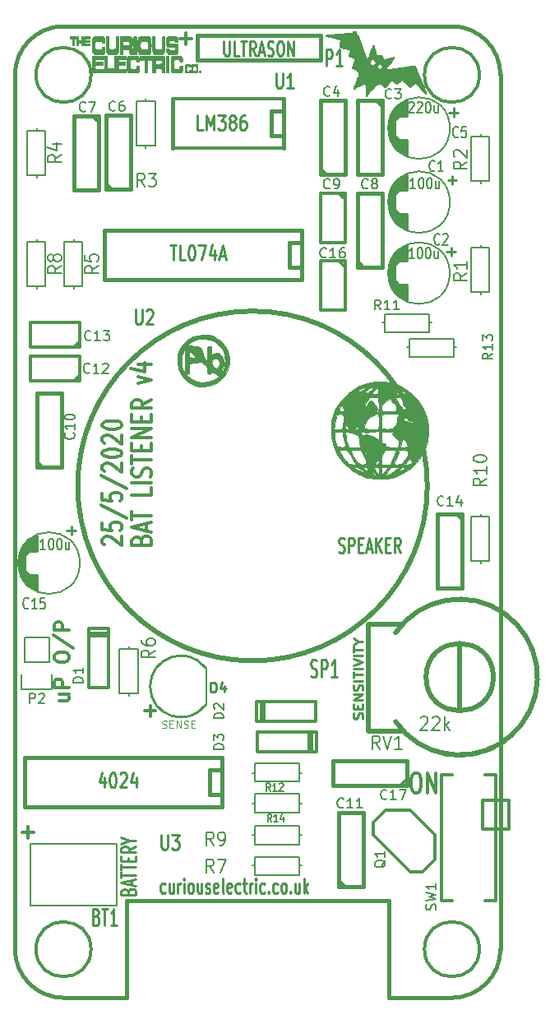
<source format=gto>
G04 #@! TF.GenerationSoftware,KiCad,Pcbnew,(5.1.0)-1*
G04 #@! TF.CreationDate,2020-07-28T19:28:15+01:00*
G04 #@! TF.ProjectId,Bat_Listener_v4,4261745f-4c69-4737-9465-6e65725f7634,rev?*
G04 #@! TF.SameCoordinates,PX5f21070PY85c0b90*
G04 #@! TF.FileFunction,Legend,Top*
G04 #@! TF.FilePolarity,Positive*
%FSLAX46Y46*%
G04 Gerber Fmt 4.6, Leading zero omitted, Abs format (unit mm)*
G04 Created by KiCad (PCBNEW (5.1.0)-1) date 2020-07-28 19:28:15*
%MOMM*%
%LPD*%
G04 APERTURE LIST*
%ADD10C,0.304800*%
%ADD11C,0.381000*%
%ADD12C,0.250000*%
%ADD13C,0.250190*%
%ADD14C,0.500000*%
%ADD15C,0.254000*%
%ADD16C,0.203200*%
%ADD17C,0.150000*%
%ADD18C,0.300000*%
%ADD19C,0.200000*%
%ADD20C,0.127000*%
%ADD21C,0.010000*%
%ADD22C,0.100000*%
%ADD23C,0.271780*%
%ADD24C,0.088900*%
%ADD25C,0.285750*%
%ADD26C,0.287020*%
%ADD27C,0.175000*%
G04 APERTURE END LIST*
D10*
X13261857Y47358572D02*
X13358619Y47576286D01*
X13455380Y47648858D01*
X13648904Y47721429D01*
X13939190Y47721429D01*
X14132714Y47648858D01*
X14229476Y47576286D01*
X14326238Y47431143D01*
X14326238Y46850572D01*
X12294238Y46850572D01*
X12294238Y47358572D01*
X12391000Y47503715D01*
X12487761Y47576286D01*
X12681285Y47648858D01*
X12874809Y47648858D01*
X13068333Y47576286D01*
X13165095Y47503715D01*
X13261857Y47358572D01*
X13261857Y46850572D01*
X13745666Y48302000D02*
X13745666Y49027715D01*
X14326238Y48156858D02*
X12294238Y48664858D01*
X14326238Y49172858D01*
X12294238Y49463143D02*
X12294238Y50334000D01*
X14326238Y49898572D02*
X12294238Y49898572D01*
X14326238Y52728858D02*
X14326238Y52003143D01*
X12294238Y52003143D01*
X14326238Y53236858D02*
X12294238Y53236858D01*
X14229476Y53890000D02*
X14326238Y54107715D01*
X14326238Y54470572D01*
X14229476Y54615715D01*
X14132714Y54688286D01*
X13939190Y54760858D01*
X13745666Y54760858D01*
X13552142Y54688286D01*
X13455380Y54615715D01*
X13358619Y54470572D01*
X13261857Y54180286D01*
X13165095Y54035143D01*
X13068333Y53962572D01*
X12874809Y53890000D01*
X12681285Y53890000D01*
X12487761Y53962572D01*
X12391000Y54035143D01*
X12294238Y54180286D01*
X12294238Y54543143D01*
X12391000Y54760858D01*
X12294238Y55196286D02*
X12294238Y56067143D01*
X14326238Y55631715D02*
X12294238Y55631715D01*
X13261857Y56575143D02*
X13261857Y57083143D01*
X14326238Y57300858D02*
X14326238Y56575143D01*
X12294238Y56575143D01*
X12294238Y57300858D01*
X14326238Y57954000D02*
X12294238Y57954000D01*
X14326238Y58824858D01*
X12294238Y58824858D01*
X13261857Y59550572D02*
X13261857Y60058572D01*
X14326238Y60276286D02*
X14326238Y59550572D01*
X12294238Y59550572D01*
X12294238Y60276286D01*
X14326238Y61800286D02*
X13358619Y61292286D01*
X14326238Y60929429D02*
X12294238Y60929429D01*
X12294238Y61510000D01*
X12391000Y61655143D01*
X12487761Y61727715D01*
X12681285Y61800286D01*
X12971571Y61800286D01*
X13165095Y61727715D01*
X13261857Y61655143D01*
X13358619Y61510000D01*
X13358619Y60929429D01*
X12971571Y63469429D02*
X14326238Y63832286D01*
X12971571Y64195143D01*
X12971571Y65428858D02*
X14326238Y65428858D01*
X12197476Y65066000D02*
X13648904Y64703143D01*
X13648904Y65646572D01*
D11*
X50250000Y5250000D02*
X50250000Y95250000D01*
D10*
X41419571Y23379762D02*
X41709857Y23379762D01*
X41855000Y23283000D01*
X42000142Y23089477D01*
X42072714Y22702429D01*
X42072714Y22025096D01*
X42000142Y21638048D01*
X41855000Y21444524D01*
X41709857Y21347762D01*
X41419571Y21347762D01*
X41274428Y21444524D01*
X41129285Y21638048D01*
X41056714Y22025096D01*
X41056714Y22702429D01*
X41129285Y23089477D01*
X41274428Y23283000D01*
X41419571Y23379762D01*
X42725857Y21347762D02*
X42725857Y23379762D01*
X43596714Y21347762D01*
X43596714Y23379762D01*
D12*
X36036761Y28990572D02*
X36084380Y29133429D01*
X36084380Y29371524D01*
X36036761Y29466762D01*
X35989142Y29514381D01*
X35893904Y29562000D01*
X35798666Y29562000D01*
X35703428Y29514381D01*
X35655809Y29466762D01*
X35608190Y29371524D01*
X35560571Y29181048D01*
X35512952Y29085810D01*
X35465333Y29038191D01*
X35370095Y28990572D01*
X35274857Y28990572D01*
X35179619Y29038191D01*
X35132000Y29085810D01*
X35084380Y29181048D01*
X35084380Y29419143D01*
X35132000Y29562000D01*
X35560571Y29990572D02*
X35560571Y30323905D01*
X36084380Y30466762D02*
X36084380Y29990572D01*
X35084380Y29990572D01*
X35084380Y30466762D01*
X36084380Y30895334D02*
X35084380Y30895334D01*
X36084380Y31466762D01*
X35084380Y31466762D01*
X36036761Y31895334D02*
X36084380Y32038191D01*
X36084380Y32276286D01*
X36036761Y32371524D01*
X35989142Y32419143D01*
X35893904Y32466762D01*
X35798666Y32466762D01*
X35703428Y32419143D01*
X35655809Y32371524D01*
X35608190Y32276286D01*
X35560571Y32085810D01*
X35512952Y31990572D01*
X35465333Y31942953D01*
X35370095Y31895334D01*
X35274857Y31895334D01*
X35179619Y31942953D01*
X35132000Y31990572D01*
X35084380Y32085810D01*
X35084380Y32323905D01*
X35132000Y32466762D01*
X36084380Y32895334D02*
X35084380Y32895334D01*
X35084380Y33228667D02*
X35084380Y33800096D01*
X36084380Y33514381D02*
X35084380Y33514381D01*
X36084380Y34133429D02*
X35084380Y34133429D01*
X35084380Y34466762D02*
X36084380Y34800096D01*
X35084380Y35133429D01*
X36084380Y35466762D02*
X35084380Y35466762D01*
X35084380Y35800096D02*
X35084380Y36371524D01*
X36084380Y36085810D02*
X35084380Y36085810D01*
X35608190Y36895334D02*
X36084380Y36895334D01*
X35084380Y36562000D02*
X35608190Y36895334D01*
X35084380Y37228667D01*
D11*
X38750000Y250000D02*
X45250000Y250000D01*
X38750000Y10250000D02*
X38750000Y250000D01*
X11750000Y10250000D02*
X38750000Y10250000D01*
X11750000Y250000D02*
X11750000Y10250000D01*
X5250000Y250000D02*
X11750000Y250000D01*
X250000Y5250000D02*
G75*
G03X5250000Y250000I5000000J0D01*
G01*
X45250000Y250000D02*
G75*
G03X50250000Y5250000I0J5000000D01*
G01*
X50250000Y95250000D02*
G75*
G03X45250000Y100250000I-5000000J0D01*
G01*
X5250000Y100250000D02*
G75*
G03X250000Y95250000I0J-5000000D01*
G01*
X45250000Y100250000D02*
X5250000Y100250000D01*
X250000Y95250000D02*
X250000Y5250000D01*
D10*
X9439761Y46868715D02*
X9343000Y46941286D01*
X9246238Y47086429D01*
X9246238Y47449286D01*
X9343000Y47594429D01*
X9439761Y47667000D01*
X9633285Y47739572D01*
X9826809Y47739572D01*
X10117095Y47667000D01*
X11278238Y46796143D01*
X11278238Y47739572D01*
X9246238Y49118429D02*
X9246238Y48392715D01*
X10213857Y48320143D01*
X10117095Y48392715D01*
X10020333Y48537858D01*
X10020333Y48900715D01*
X10117095Y49045858D01*
X10213857Y49118429D01*
X10407380Y49191000D01*
X10891190Y49191000D01*
X11084714Y49118429D01*
X11181476Y49045858D01*
X11278238Y48900715D01*
X11278238Y48537858D01*
X11181476Y48392715D01*
X11084714Y48320143D01*
X9149476Y50932715D02*
X11762047Y49626429D01*
X9246238Y52166429D02*
X9246238Y51440715D01*
X10213857Y51368143D01*
X10117095Y51440715D01*
X10020333Y51585858D01*
X10020333Y51948715D01*
X10117095Y52093858D01*
X10213857Y52166429D01*
X10407380Y52239000D01*
X10891190Y52239000D01*
X11084714Y52166429D01*
X11181476Y52093858D01*
X11278238Y51948715D01*
X11278238Y51585858D01*
X11181476Y51440715D01*
X11084714Y51368143D01*
X9149476Y53980715D02*
X11762047Y52674429D01*
X9439761Y54416143D02*
X9343000Y54488715D01*
X9246238Y54633858D01*
X9246238Y54996715D01*
X9343000Y55141858D01*
X9439761Y55214429D01*
X9633285Y55287000D01*
X9826809Y55287000D01*
X10117095Y55214429D01*
X11278238Y54343572D01*
X11278238Y55287000D01*
X9246238Y56230429D02*
X9246238Y56375572D01*
X9343000Y56520715D01*
X9439761Y56593286D01*
X9633285Y56665858D01*
X10020333Y56738429D01*
X10504142Y56738429D01*
X10891190Y56665858D01*
X11084714Y56593286D01*
X11181476Y56520715D01*
X11278238Y56375572D01*
X11278238Y56230429D01*
X11181476Y56085286D01*
X11084714Y56012715D01*
X10891190Y55940143D01*
X10504142Y55867572D01*
X10020333Y55867572D01*
X9633285Y55940143D01*
X9439761Y56012715D01*
X9343000Y56085286D01*
X9246238Y56230429D01*
X9439761Y57319000D02*
X9343000Y57391572D01*
X9246238Y57536715D01*
X9246238Y57899572D01*
X9343000Y58044715D01*
X9439761Y58117286D01*
X9633285Y58189858D01*
X9826809Y58189858D01*
X10117095Y58117286D01*
X11278238Y57246429D01*
X11278238Y58189858D01*
X9246238Y59133286D02*
X9246238Y59278429D01*
X9343000Y59423572D01*
X9439761Y59496143D01*
X9633285Y59568715D01*
X10020333Y59641286D01*
X10504142Y59641286D01*
X10891190Y59568715D01*
X11084714Y59496143D01*
X11181476Y59423572D01*
X11278238Y59278429D01*
X11278238Y59133286D01*
X11181476Y58988143D01*
X11084714Y58915572D01*
X10891190Y58843000D01*
X10504142Y58770429D01*
X10020333Y58770429D01*
X9633285Y58843000D01*
X9439761Y58915572D01*
X9343000Y58988143D01*
X9246238Y59133286D01*
D13*
X15704369Y11118396D02*
X15609059Y11046913D01*
X15418438Y11046913D01*
X15323127Y11118396D01*
X15275472Y11189879D01*
X15227817Y11332845D01*
X15227817Y11761742D01*
X15275472Y11904708D01*
X15323127Y11976190D01*
X15418438Y12047673D01*
X15609059Y12047673D01*
X15704369Y11976190D01*
X16562163Y12047673D02*
X16562163Y11046913D01*
X16133266Y12047673D02*
X16133266Y11261362D01*
X16180921Y11118396D01*
X16276232Y11046913D01*
X16419198Y11046913D01*
X16514508Y11118396D01*
X16562163Y11189879D01*
X17038716Y11046913D02*
X17038716Y12047673D01*
X17038716Y11761742D02*
X17086371Y11904708D01*
X17134026Y11976190D01*
X17229337Y12047673D01*
X17324647Y12047673D01*
X17658234Y11046913D02*
X17658234Y12047673D01*
X17658234Y12548053D02*
X17610579Y12476570D01*
X17658234Y12405088D01*
X17705889Y12476570D01*
X17658234Y12548053D01*
X17658234Y12405088D01*
X18277752Y11046913D02*
X18182441Y11118396D01*
X18134786Y11189879D01*
X18087131Y11332845D01*
X18087131Y11761742D01*
X18134786Y11904708D01*
X18182441Y11976190D01*
X18277752Y12047673D01*
X18420718Y12047673D01*
X18516028Y11976190D01*
X18563683Y11904708D01*
X18611339Y11761742D01*
X18611339Y11332845D01*
X18563683Y11189879D01*
X18516028Y11118396D01*
X18420718Y11046913D01*
X18277752Y11046913D01*
X19469133Y12047673D02*
X19469133Y11046913D01*
X19040236Y12047673D02*
X19040236Y11261362D01*
X19087891Y11118396D01*
X19183201Y11046913D01*
X19326167Y11046913D01*
X19421478Y11118396D01*
X19469133Y11189879D01*
X19898030Y11118396D02*
X19993340Y11046913D01*
X20183961Y11046913D01*
X20279272Y11118396D01*
X20326927Y11261362D01*
X20326927Y11332845D01*
X20279272Y11475810D01*
X20183961Y11547293D01*
X20040996Y11547293D01*
X19945685Y11618776D01*
X19898030Y11761742D01*
X19898030Y11833225D01*
X19945685Y11976190D01*
X20040996Y12047673D01*
X20183961Y12047673D01*
X20279272Y11976190D01*
X21137066Y11118396D02*
X21041756Y11046913D01*
X20851135Y11046913D01*
X20755824Y11118396D01*
X20708169Y11261362D01*
X20708169Y11833225D01*
X20755824Y11976190D01*
X20851135Y12047673D01*
X21041756Y12047673D01*
X21137066Y11976190D01*
X21184721Y11833225D01*
X21184721Y11690259D01*
X20708169Y11547293D01*
X21756584Y11046913D02*
X21661274Y11118396D01*
X21613619Y11261362D01*
X21613619Y12548053D01*
X22519068Y11118396D02*
X22423758Y11046913D01*
X22233137Y11046913D01*
X22137826Y11118396D01*
X22090171Y11261362D01*
X22090171Y11833225D01*
X22137826Y11976190D01*
X22233137Y12047673D01*
X22423758Y12047673D01*
X22519068Y11976190D01*
X22566723Y11833225D01*
X22566723Y11690259D01*
X22090171Y11547293D01*
X23424518Y11118396D02*
X23329207Y11046913D01*
X23138586Y11046913D01*
X23043276Y11118396D01*
X22995620Y11189879D01*
X22947965Y11332845D01*
X22947965Y11761742D01*
X22995620Y11904708D01*
X23043276Y11976190D01*
X23138586Y12047673D01*
X23329207Y12047673D01*
X23424518Y11976190D01*
X23710449Y12047673D02*
X24091691Y12047673D01*
X23853415Y12548053D02*
X23853415Y11261362D01*
X23901070Y11118396D01*
X23996380Y11046913D01*
X24091691Y11046913D01*
X24425278Y11046913D02*
X24425278Y12047673D01*
X24425278Y11761742D02*
X24472933Y11904708D01*
X24520588Y11976190D01*
X24615899Y12047673D01*
X24711209Y12047673D01*
X25044796Y11046913D02*
X25044796Y12047673D01*
X25044796Y12548053D02*
X24997140Y12476570D01*
X25044796Y12405088D01*
X25092451Y12476570D01*
X25044796Y12548053D01*
X25044796Y12405088D01*
X25950245Y11118396D02*
X25854935Y11046913D01*
X25664314Y11046913D01*
X25569003Y11118396D01*
X25521348Y11189879D01*
X25473693Y11332845D01*
X25473693Y11761742D01*
X25521348Y11904708D01*
X25569003Y11976190D01*
X25664314Y12047673D01*
X25854935Y12047673D01*
X25950245Y11976190D01*
X26379142Y11189879D02*
X26426798Y11118396D01*
X26379142Y11046913D01*
X26331487Y11118396D01*
X26379142Y11189879D01*
X26379142Y11046913D01*
X27284592Y11118396D02*
X27189281Y11046913D01*
X26998660Y11046913D01*
X26903350Y11118396D01*
X26855695Y11189879D01*
X26808040Y11332845D01*
X26808040Y11761742D01*
X26855695Y11904708D01*
X26903350Y11976190D01*
X26998660Y12047673D01*
X27189281Y12047673D01*
X27284592Y11976190D01*
X27856455Y11046913D02*
X27761144Y11118396D01*
X27713489Y11189879D01*
X27665834Y11332845D01*
X27665834Y11761742D01*
X27713489Y11904708D01*
X27761144Y11976190D01*
X27856455Y12047673D01*
X27999420Y12047673D01*
X28094731Y11976190D01*
X28142386Y11904708D01*
X28190041Y11761742D01*
X28190041Y11332845D01*
X28142386Y11189879D01*
X28094731Y11118396D01*
X27999420Y11046913D01*
X27856455Y11046913D01*
X28618939Y11189879D02*
X28666594Y11118396D01*
X28618939Y11046913D01*
X28571283Y11118396D01*
X28618939Y11189879D01*
X28618939Y11046913D01*
X29524388Y12047673D02*
X29524388Y11046913D01*
X29095491Y12047673D02*
X29095491Y11261362D01*
X29143146Y11118396D01*
X29238457Y11046913D01*
X29381422Y11046913D01*
X29476733Y11118396D01*
X29524388Y11189879D01*
X30000940Y11046913D02*
X30000940Y12548053D01*
X30096251Y11618776D02*
X30382182Y11046913D01*
X30382182Y12047673D02*
X30000940Y11475810D01*
D14*
X42715000Y52940000D02*
G75*
G03X42715000Y52940000I-18000000J0D01*
G01*
X40082000Y38716000D02*
X36653000Y38716000D01*
X36653000Y38716000D02*
X36653000Y27921000D01*
X36653000Y27921000D02*
X36653000Y27667000D01*
X36653000Y27667000D02*
X40336000Y27667000D01*
X46051000Y36684000D02*
X46051000Y29826000D01*
X49517425Y33255000D02*
G75*
G03X49517425Y33255000I-3466425J0D01*
G01*
X44019000Y25508000D02*
G75*
G03X53798000Y31223000I2032000J7747000D01*
G01*
X39447000Y28683000D02*
G75*
G03X50623000Y26651000I6604000J4572000D01*
G01*
X52528000Y28556000D02*
G75*
G03X50750000Y39732000I-6477000J4699000D01*
G01*
X50623000Y39859000D02*
G75*
G03X39447000Y37827000I-4572000J-6604000D01*
G01*
D15*
X19881997Y34207668D02*
G75*
G03X19884000Y30395000I-2537997J-1907668D01*
G01*
D16*
X19934800Y30395000D02*
X19934800Y34205000D01*
D10*
X25853000Y30776000D02*
X25853000Y28744000D01*
X25599000Y28744000D02*
X25599000Y30776000D01*
X25091000Y30776000D02*
X25091000Y29760000D01*
X31187000Y30776000D02*
X25091000Y30776000D01*
X31187000Y29760000D02*
X31187000Y30776000D01*
X31187000Y28744000D02*
X31187000Y29760000D01*
X25091000Y28744000D02*
X31187000Y28744000D01*
X25091000Y29760000D02*
X25091000Y28744000D01*
X9856000Y37507000D02*
X7824000Y37507000D01*
X7824000Y37761000D02*
X9856000Y37761000D01*
X9856000Y38269000D02*
X8840000Y38269000D01*
X9856000Y32173000D02*
X9856000Y38269000D01*
X8840000Y32173000D02*
X9856000Y32173000D01*
X7824000Y32173000D02*
X8840000Y32173000D01*
X7824000Y38269000D02*
X7824000Y32173000D01*
X8840000Y38269000D02*
X7824000Y38269000D01*
X30552000Y25569000D02*
X30552000Y27601000D01*
X30806000Y27601000D02*
X30806000Y25569000D01*
X31314000Y25569000D02*
X31314000Y26585000D01*
X25218000Y25569000D02*
X31314000Y25569000D01*
X25218000Y26585000D02*
X25218000Y25569000D01*
X25218000Y27601000D02*
X25218000Y26585000D01*
X31314000Y27601000D02*
X25218000Y27601000D01*
X31314000Y26585000D02*
X31314000Y27601000D01*
D17*
X1215000Y34840000D02*
X1215000Y37380000D01*
X3755000Y34840000D02*
X3755000Y37380000D01*
X3755000Y37380000D02*
X1215000Y37380000D01*
X935000Y32020000D02*
X935000Y33570000D01*
X1215000Y34840000D02*
X3755000Y34840000D01*
X4035000Y33570000D02*
X4035000Y32020000D01*
X4035000Y32020000D02*
X935000Y32020000D01*
D10*
X37156000Y17060000D02*
X40966000Y13250000D01*
X40966000Y13250000D02*
X42236000Y13250000D01*
X42236000Y13250000D02*
X43506000Y14520000D01*
X43506000Y14520000D02*
X43506000Y17060000D01*
X43506000Y17060000D02*
X40966000Y19600000D01*
X40966000Y19600000D02*
X38426000Y19600000D01*
X38426000Y19600000D02*
X37156000Y18330000D01*
X37156000Y18330000D02*
X37156000Y17060000D01*
D18*
X48540000Y20545000D02*
X51140000Y20545000D01*
X51140000Y20545000D02*
X51140000Y17645000D01*
X51140000Y17645000D02*
X48440000Y17645000D01*
X48440000Y17645000D02*
X48440000Y20545000D01*
X48440000Y20545000D02*
X48840000Y20545000D01*
X49740000Y10245000D02*
X48640000Y10245000D01*
X44140000Y10245000D02*
X45240000Y10245000D01*
X49740000Y23245000D02*
X48640000Y23245000D01*
X44140000Y23245000D02*
X45240000Y23245000D01*
X49740000Y23245000D02*
X49740000Y10245000D01*
X44140000Y10245000D02*
X44140000Y23245000D01*
D19*
X1855000Y16110000D02*
X10745000Y16110000D01*
X10745000Y16110000D02*
X10745000Y9760000D01*
X10745000Y9760000D02*
X1855000Y9760000D01*
X1855000Y9760000D02*
X1855000Y16110000D01*
D11*
X9470000Y74210000D02*
X9470000Y79290000D01*
X28520000Y78020000D02*
X29790000Y78020000D01*
X28520000Y75480000D02*
X28520000Y78020000D01*
X29790000Y75480000D02*
X28520000Y75480000D01*
X29790000Y79290000D02*
X29790000Y74210000D01*
X9470000Y79290000D02*
X29790000Y79290000D01*
X29790000Y74210000D02*
X9470000Y74210000D01*
X1220000Y19920000D02*
X1220000Y25000000D01*
X20270000Y23730000D02*
X21540000Y23730000D01*
X20270000Y21190000D02*
X20270000Y23730000D01*
X21540000Y21190000D02*
X20270000Y21190000D01*
X21540000Y25000000D02*
X21540000Y19920000D01*
X1220000Y25000000D02*
X21540000Y25000000D01*
X21540000Y19920000D02*
X1220000Y19920000D01*
D10*
X27890000Y87738000D02*
X16460000Y87738000D01*
X16460000Y92818000D02*
X27890000Y92818000D01*
D11*
X27890000Y92818000D02*
X27890000Y87738000D01*
X27890000Y89008000D02*
X26620000Y89008000D01*
X26620000Y89008000D02*
X26620000Y91548000D01*
X26620000Y91548000D02*
X27890000Y91548000D01*
X16460000Y87738000D02*
X16460000Y92818000D01*
X26620000Y96755000D02*
X19000000Y96755000D01*
X19000000Y96755000D02*
X19000000Y99295000D01*
X19000000Y99295000D02*
X26620000Y99295000D01*
X26620000Y99295000D02*
X31700000Y99295000D01*
X31700000Y99295000D02*
X31700000Y96755000D01*
X31700000Y96755000D02*
X26620000Y96755000D01*
D10*
X31700000Y99295000D02*
X31700000Y96755000D01*
X31700000Y96755000D02*
X26620000Y96755000D01*
X26620000Y99295000D02*
X31700000Y99295000D01*
D18*
X38750000Y10250000D02*
X38750000Y250000D01*
X11750000Y10250000D02*
X11750000Y250000D01*
X11750000Y10250000D02*
X38750000Y10250000D01*
X38750000Y250000D02*
X45250000Y250000D01*
X5250000Y250000D02*
X11750000Y250000D01*
X50250000Y55250000D02*
X50250000Y5250000D01*
X250000Y55250000D02*
X250000Y5250000D01*
X8078427Y95250000D02*
G75*
G03X8078427Y95250000I-2828427J0D01*
G01*
X8078427Y5250000D02*
G75*
G03X8078427Y5250000I-2828427J0D01*
G01*
X48078427Y5250000D02*
G75*
G03X48078427Y5250000I-2828427J0D01*
G01*
X48078427Y95250000D02*
G75*
G03X48078427Y95250000I-2828427J0D01*
G01*
X45250000Y100250000D02*
X5250000Y100250000D01*
X50250000Y55250000D02*
X50250000Y95250000D01*
X250000Y95250000D02*
X250000Y55250000D01*
X250000Y5250000D02*
G75*
G03X5250000Y250000I5000000J0D01*
G01*
X45250000Y250000D02*
G75*
G03X50250000Y5250000I0J5000000D01*
G01*
X50250000Y95250000D02*
G75*
G03X45250000Y100250000I-5000000J0D01*
G01*
X5250000Y100250000D02*
G75*
G03X250000Y95250000I0J-5000000D01*
G01*
D20*
X45035000Y82150000D02*
G75*
G03X45035000Y82150000I-3175000J0D01*
G01*
D18*
X40590000Y84944000D02*
X40590000Y83420000D01*
X40590000Y80880000D02*
X40590000Y79356000D01*
X40336000Y80880000D02*
X40336000Y79483000D01*
X40082000Y80880000D02*
X40082000Y79737000D01*
X39828000Y80880000D02*
X39828000Y79864000D01*
X39320000Y83801000D02*
X39320000Y80372000D01*
X39574000Y80880000D02*
X39574000Y80118000D01*
X39066000Y80880000D02*
X39066000Y83293000D01*
X38939000Y82785000D02*
X38939000Y81388000D01*
X40336000Y83420000D02*
X40336000Y84690000D01*
X40082000Y83420000D02*
X40082000Y84563000D01*
X39828000Y83420000D02*
X39828000Y84309000D01*
X39574000Y83420000D02*
X39574000Y84182000D01*
X40209000Y79610000D02*
X40209000Y80372000D01*
X39447000Y80372000D02*
X40209000Y79610000D01*
X39066000Y81007000D02*
X39447000Y80372000D01*
X38812000Y81769000D02*
X39066000Y81007000D01*
X38939000Y82912000D02*
X38812000Y81769000D01*
X39066000Y83420000D02*
X38939000Y82912000D01*
X39701000Y84309000D02*
X39066000Y83420000D01*
X40590000Y84817000D02*
X39701000Y84309000D01*
X40590000Y80880000D02*
X39574000Y80880000D01*
X39828000Y80880000D02*
X39193000Y80880000D01*
X40590000Y83420000D02*
X39320000Y83420000D01*
X39828000Y83420000D02*
X39320000Y82912000D01*
X39320000Y81388000D02*
X39701000Y81007000D01*
D20*
X45035000Y89770000D02*
G75*
G03X45035000Y89770000I-3175000J0D01*
G01*
D18*
X40590000Y92564000D02*
X40590000Y91040000D01*
X40590000Y88500000D02*
X40590000Y86976000D01*
X40336000Y88500000D02*
X40336000Y87103000D01*
X40082000Y88500000D02*
X40082000Y87357000D01*
X39828000Y88500000D02*
X39828000Y87484000D01*
X39320000Y91421000D02*
X39320000Y87992000D01*
X39574000Y88500000D02*
X39574000Y87738000D01*
X39066000Y88500000D02*
X39066000Y90913000D01*
X38939000Y90405000D02*
X38939000Y89008000D01*
X40336000Y91040000D02*
X40336000Y92310000D01*
X40082000Y91040000D02*
X40082000Y92183000D01*
X39828000Y91040000D02*
X39828000Y91929000D01*
X39574000Y91040000D02*
X39574000Y91802000D01*
X40209000Y87230000D02*
X40209000Y87992000D01*
X39447000Y87992000D02*
X40209000Y87230000D01*
X39066000Y88627000D02*
X39447000Y87992000D01*
X38812000Y89389000D02*
X39066000Y88627000D01*
X38939000Y90532000D02*
X38812000Y89389000D01*
X39066000Y91040000D02*
X38939000Y90532000D01*
X39701000Y91929000D02*
X39066000Y91040000D01*
X40590000Y92437000D02*
X39701000Y91929000D01*
X40590000Y88500000D02*
X39574000Y88500000D01*
X39828000Y88500000D02*
X39193000Y88500000D01*
X40590000Y91040000D02*
X39320000Y91040000D01*
X39828000Y91040000D02*
X39320000Y90532000D01*
X39320000Y89008000D02*
X39701000Y88627000D01*
D20*
X45030000Y74845000D02*
G75*
G03X45030000Y74845000I-3175000J0D01*
G01*
D18*
X40585000Y77639000D02*
X40585000Y76115000D01*
X40585000Y73575000D02*
X40585000Y72051000D01*
X40331000Y73575000D02*
X40331000Y72178000D01*
X40077000Y73575000D02*
X40077000Y72432000D01*
X39823000Y73575000D02*
X39823000Y72559000D01*
X39315000Y76496000D02*
X39315000Y73067000D01*
X39569000Y73575000D02*
X39569000Y72813000D01*
X39061000Y73575000D02*
X39061000Y75988000D01*
X38934000Y75480000D02*
X38934000Y74083000D01*
X40331000Y76115000D02*
X40331000Y77385000D01*
X40077000Y76115000D02*
X40077000Y77258000D01*
X39823000Y76115000D02*
X39823000Y77004000D01*
X39569000Y76115000D02*
X39569000Y76877000D01*
X40204000Y72305000D02*
X40204000Y73067000D01*
X39442000Y73067000D02*
X40204000Y72305000D01*
X39061000Y73702000D02*
X39442000Y73067000D01*
X38807000Y74464000D02*
X39061000Y73702000D01*
X38934000Y75607000D02*
X38807000Y74464000D01*
X39061000Y76115000D02*
X38934000Y75607000D01*
X39696000Y77004000D02*
X39061000Y76115000D01*
X40585000Y77512000D02*
X39696000Y77004000D01*
X40585000Y73575000D02*
X39569000Y73575000D01*
X39823000Y73575000D02*
X39188000Y73575000D01*
X40585000Y76115000D02*
X39315000Y76115000D01*
X39823000Y76115000D02*
X39315000Y75607000D01*
X39315000Y74083000D02*
X39696000Y73702000D01*
D20*
X6930000Y45000000D02*
G75*
G03X6930000Y45000000I-3175000J0D01*
G01*
D18*
X2485000Y47794000D02*
X2485000Y46270000D01*
X2485000Y43730000D02*
X2485000Y42206000D01*
X2231000Y43730000D02*
X2231000Y42333000D01*
X1977000Y43730000D02*
X1977000Y42587000D01*
X1723000Y43730000D02*
X1723000Y42714000D01*
X1215000Y46651000D02*
X1215000Y43222000D01*
X1469000Y43730000D02*
X1469000Y42968000D01*
X961000Y43730000D02*
X961000Y46143000D01*
X834000Y45635000D02*
X834000Y44238000D01*
X2231000Y46270000D02*
X2231000Y47540000D01*
X1977000Y46270000D02*
X1977000Y47413000D01*
X1723000Y46270000D02*
X1723000Y47159000D01*
X1469000Y46270000D02*
X1469000Y47032000D01*
X2104000Y42460000D02*
X2104000Y43222000D01*
X1342000Y43222000D02*
X2104000Y42460000D01*
X961000Y43857000D02*
X1342000Y43222000D01*
X707000Y44619000D02*
X961000Y43857000D01*
X834000Y45762000D02*
X707000Y44619000D01*
X961000Y46270000D02*
X834000Y45762000D01*
X1596000Y47159000D02*
X961000Y46270000D01*
X2485000Y47667000D02*
X1596000Y47159000D01*
X2485000Y43730000D02*
X1469000Y43730000D01*
X1723000Y43730000D02*
X1088000Y43730000D01*
X2485000Y46270000D02*
X1215000Y46270000D01*
X1723000Y46270000D02*
X1215000Y45762000D01*
X1215000Y44238000D02*
X1596000Y43857000D01*
D19*
X48210000Y45254000D02*
X48210000Y45000000D01*
X48210000Y49826000D02*
X48210000Y50080000D01*
X47194000Y45254000D02*
X49099000Y45254000D01*
X49099000Y45254000D02*
X49099000Y49826000D01*
X49099000Y49826000D02*
X47194000Y49826000D01*
X47194000Y49826000D02*
X47194000Y45254000D01*
X48210000Y72879000D02*
X48210000Y72625000D01*
X48210000Y77451000D02*
X48210000Y77705000D01*
X47194000Y72879000D02*
X49099000Y72879000D01*
X49099000Y72879000D02*
X49099000Y77451000D01*
X49099000Y77451000D02*
X47194000Y77451000D01*
X47194000Y77451000D02*
X47194000Y72879000D01*
X48210000Y84309000D02*
X48210000Y84055000D01*
X48210000Y88881000D02*
X48210000Y89135000D01*
X47194000Y84309000D02*
X49099000Y84309000D01*
X49099000Y84309000D02*
X49099000Y88881000D01*
X49099000Y88881000D02*
X47194000Y88881000D01*
X47194000Y88881000D02*
X47194000Y84309000D01*
X13666000Y92564000D02*
X13666000Y92818000D01*
X13666000Y87992000D02*
X13666000Y87738000D01*
X14682000Y92564000D02*
X12777000Y92564000D01*
X12777000Y92564000D02*
X12777000Y87992000D01*
X12777000Y87992000D02*
X14682000Y87992000D01*
X14682000Y87992000D02*
X14682000Y92564000D01*
X2490000Y84944000D02*
X2490000Y84690000D01*
X2490000Y89516000D02*
X2490000Y89770000D01*
X1474000Y84944000D02*
X3379000Y84944000D01*
X3379000Y84944000D02*
X3379000Y89516000D01*
X3379000Y89516000D02*
X1474000Y89516000D01*
X1474000Y89516000D02*
X1474000Y84944000D01*
X6300000Y73514000D02*
X6300000Y73260000D01*
X6300000Y78086000D02*
X6300000Y78340000D01*
X5284000Y73514000D02*
X7189000Y73514000D01*
X7189000Y73514000D02*
X7189000Y78086000D01*
X7189000Y78086000D02*
X5284000Y78086000D01*
X5284000Y78086000D02*
X5284000Y73514000D01*
X12015000Y31604000D02*
X12015000Y31350000D01*
X12015000Y36176000D02*
X12015000Y36430000D01*
X10999000Y31604000D02*
X12904000Y31604000D01*
X12904000Y31604000D02*
X12904000Y36176000D01*
X12904000Y36176000D02*
X10999000Y36176000D01*
X10999000Y36176000D02*
X10999000Y31604000D01*
X29536000Y13885000D02*
X29790000Y13885000D01*
X24964000Y13885000D02*
X24710000Y13885000D01*
X29536000Y12869000D02*
X29536000Y14774000D01*
X29536000Y14774000D02*
X24964000Y14774000D01*
X24964000Y14774000D02*
X24964000Y12869000D01*
X24964000Y12869000D02*
X29536000Y12869000D01*
X2490000Y73514000D02*
X2490000Y73260000D01*
X2490000Y78086000D02*
X2490000Y78340000D01*
X1474000Y73514000D02*
X3379000Y73514000D01*
X3379000Y73514000D02*
X3379000Y78086000D01*
X3379000Y78086000D02*
X1474000Y78086000D01*
X1474000Y78086000D02*
X1474000Y73514000D01*
X29536000Y17060000D02*
X29790000Y17060000D01*
X24964000Y17060000D02*
X24710000Y17060000D01*
X29536000Y16044000D02*
X29536000Y17949000D01*
X29536000Y17949000D02*
X24964000Y17949000D01*
X24964000Y17949000D02*
X24964000Y16044000D01*
X24964000Y16044000D02*
X29536000Y16044000D01*
X42871000Y69765000D02*
X43125000Y69765000D01*
X38299000Y69765000D02*
X38045000Y69765000D01*
X42871000Y68749000D02*
X42871000Y70654000D01*
X42871000Y70654000D02*
X38299000Y70654000D01*
X38299000Y70654000D02*
X38299000Y68749000D01*
X38299000Y68749000D02*
X42871000Y68749000D01*
X24964000Y20235000D02*
X24710000Y20235000D01*
X29536000Y20235000D02*
X29790000Y20235000D01*
X24964000Y21251000D02*
X24964000Y19346000D01*
X24964000Y19346000D02*
X29536000Y19346000D01*
X29536000Y19346000D02*
X29536000Y21251000D01*
X29536000Y21251000D02*
X24964000Y21251000D01*
X45411000Y67225000D02*
X45665000Y67225000D01*
X40839000Y67225000D02*
X40585000Y67225000D01*
X45411000Y66209000D02*
X45411000Y68114000D01*
X45411000Y68114000D02*
X40839000Y68114000D01*
X40839000Y68114000D02*
X40839000Y66209000D01*
X40839000Y66209000D02*
X45411000Y66209000D01*
X24964000Y23410000D02*
X24710000Y23410000D01*
X29536000Y23410000D02*
X29790000Y23410000D01*
X24964000Y24426000D02*
X24964000Y22521000D01*
X24964000Y22521000D02*
X29536000Y22521000D01*
X29536000Y22521000D02*
X29536000Y24426000D01*
X29536000Y24426000D02*
X24964000Y24426000D01*
D21*
G36*
X5930000Y99213000D02*
G01*
X6020000Y99213000D01*
X6020000Y99123000D01*
X5930000Y99123000D01*
X5930000Y99213000D01*
X5930000Y99213000D01*
G37*
X5930000Y99213000D02*
X6020000Y99213000D01*
X6020000Y99123000D01*
X5930000Y99123000D01*
X5930000Y99213000D01*
G36*
X6020000Y99213000D02*
G01*
X6110000Y99213000D01*
X6110000Y99123000D01*
X6020000Y99123000D01*
X6020000Y99213000D01*
X6020000Y99213000D01*
G37*
X6020000Y99213000D02*
X6110000Y99213000D01*
X6110000Y99123000D01*
X6020000Y99123000D01*
X6020000Y99213000D01*
G36*
X6110000Y99213000D02*
G01*
X6200000Y99213000D01*
X6200000Y99123000D01*
X6110000Y99123000D01*
X6110000Y99213000D01*
X6110000Y99213000D01*
G37*
X6110000Y99213000D02*
X6200000Y99213000D01*
X6200000Y99123000D01*
X6110000Y99123000D01*
X6110000Y99213000D01*
G36*
X6200000Y99213000D02*
G01*
X6290000Y99213000D01*
X6290000Y99123000D01*
X6200000Y99123000D01*
X6200000Y99213000D01*
X6200000Y99213000D01*
G37*
X6200000Y99213000D02*
X6290000Y99213000D01*
X6290000Y99123000D01*
X6200000Y99123000D01*
X6200000Y99213000D01*
G36*
X6290000Y99213000D02*
G01*
X6380000Y99213000D01*
X6380000Y99123000D01*
X6290000Y99123000D01*
X6290000Y99213000D01*
X6290000Y99213000D01*
G37*
X6290000Y99213000D02*
X6380000Y99213000D01*
X6380000Y99123000D01*
X6290000Y99123000D01*
X6290000Y99213000D01*
G36*
X6380000Y99213000D02*
G01*
X6470000Y99213000D01*
X6470000Y99123000D01*
X6380000Y99123000D01*
X6380000Y99213000D01*
X6380000Y99213000D01*
G37*
X6380000Y99213000D02*
X6470000Y99213000D01*
X6470000Y99123000D01*
X6380000Y99123000D01*
X6380000Y99213000D01*
G36*
X6650000Y99213000D02*
G01*
X6740000Y99213000D01*
X6740000Y99123000D01*
X6650000Y99123000D01*
X6650000Y99213000D01*
X6650000Y99213000D01*
G37*
X6650000Y99213000D02*
X6740000Y99213000D01*
X6740000Y99123000D01*
X6650000Y99123000D01*
X6650000Y99213000D01*
G36*
X7100000Y99213000D02*
G01*
X7190000Y99213000D01*
X7190000Y99123000D01*
X7100000Y99123000D01*
X7100000Y99213000D01*
X7100000Y99213000D01*
G37*
X7100000Y99213000D02*
X7190000Y99213000D01*
X7190000Y99123000D01*
X7100000Y99123000D01*
X7100000Y99213000D01*
G36*
X7370000Y99213000D02*
G01*
X7460000Y99213000D01*
X7460000Y99123000D01*
X7370000Y99123000D01*
X7370000Y99213000D01*
X7370000Y99213000D01*
G37*
X7370000Y99213000D02*
X7460000Y99213000D01*
X7460000Y99123000D01*
X7370000Y99123000D01*
X7370000Y99213000D01*
G36*
X7460000Y99213000D02*
G01*
X7550000Y99213000D01*
X7550000Y99123000D01*
X7460000Y99123000D01*
X7460000Y99213000D01*
X7460000Y99213000D01*
G37*
X7460000Y99213000D02*
X7550000Y99213000D01*
X7550000Y99123000D01*
X7460000Y99123000D01*
X7460000Y99213000D01*
G36*
X7550000Y99213000D02*
G01*
X7640000Y99213000D01*
X7640000Y99123000D01*
X7550000Y99123000D01*
X7550000Y99213000D01*
X7550000Y99213000D01*
G37*
X7550000Y99213000D02*
X7640000Y99213000D01*
X7640000Y99123000D01*
X7550000Y99123000D01*
X7550000Y99213000D01*
G36*
X7640000Y99213000D02*
G01*
X7730000Y99213000D01*
X7730000Y99123000D01*
X7640000Y99123000D01*
X7640000Y99213000D01*
X7640000Y99213000D01*
G37*
X7640000Y99213000D02*
X7730000Y99213000D01*
X7730000Y99123000D01*
X7640000Y99123000D01*
X7640000Y99213000D01*
G36*
X7730000Y99213000D02*
G01*
X7820000Y99213000D01*
X7820000Y99123000D01*
X7730000Y99123000D01*
X7730000Y99213000D01*
X7730000Y99213000D01*
G37*
X7730000Y99213000D02*
X7820000Y99213000D01*
X7820000Y99123000D01*
X7730000Y99123000D01*
X7730000Y99213000D01*
G36*
X7820000Y99213000D02*
G01*
X7910000Y99213000D01*
X7910000Y99123000D01*
X7820000Y99123000D01*
X7820000Y99213000D01*
X7820000Y99213000D01*
G37*
X7820000Y99213000D02*
X7910000Y99213000D01*
X7910000Y99123000D01*
X7820000Y99123000D01*
X7820000Y99213000D01*
G36*
X8450000Y99213000D02*
G01*
X8540000Y99213000D01*
X8540000Y99123000D01*
X8450000Y99123000D01*
X8450000Y99213000D01*
X8450000Y99213000D01*
G37*
X8450000Y99213000D02*
X8540000Y99213000D01*
X8540000Y99123000D01*
X8450000Y99123000D01*
X8450000Y99213000D01*
G36*
X8540000Y99213000D02*
G01*
X8630000Y99213000D01*
X8630000Y99123000D01*
X8540000Y99123000D01*
X8540000Y99213000D01*
X8540000Y99213000D01*
G37*
X8540000Y99213000D02*
X8630000Y99213000D01*
X8630000Y99123000D01*
X8540000Y99123000D01*
X8540000Y99213000D01*
G36*
X8630000Y99213000D02*
G01*
X8720000Y99213000D01*
X8720000Y99123000D01*
X8630000Y99123000D01*
X8630000Y99213000D01*
X8630000Y99213000D01*
G37*
X8630000Y99213000D02*
X8720000Y99213000D01*
X8720000Y99123000D01*
X8630000Y99123000D01*
X8630000Y99213000D01*
G36*
X8720000Y99213000D02*
G01*
X8810000Y99213000D01*
X8810000Y99123000D01*
X8720000Y99123000D01*
X8720000Y99213000D01*
X8720000Y99213000D01*
G37*
X8720000Y99213000D02*
X8810000Y99213000D01*
X8810000Y99123000D01*
X8720000Y99123000D01*
X8720000Y99213000D01*
G36*
X8810000Y99213000D02*
G01*
X8900000Y99213000D01*
X8900000Y99123000D01*
X8810000Y99123000D01*
X8810000Y99213000D01*
X8810000Y99213000D01*
G37*
X8810000Y99213000D02*
X8900000Y99213000D01*
X8900000Y99123000D01*
X8810000Y99123000D01*
X8810000Y99213000D01*
G36*
X8900000Y99213000D02*
G01*
X8990000Y99213000D01*
X8990000Y99123000D01*
X8900000Y99123000D01*
X8900000Y99213000D01*
X8900000Y99213000D01*
G37*
X8900000Y99213000D02*
X8990000Y99213000D01*
X8990000Y99123000D01*
X8900000Y99123000D01*
X8900000Y99213000D01*
G36*
X8990000Y99213000D02*
G01*
X9080000Y99213000D01*
X9080000Y99123000D01*
X8990000Y99123000D01*
X8990000Y99213000D01*
X8990000Y99213000D01*
G37*
X8990000Y99213000D02*
X9080000Y99213000D01*
X9080000Y99123000D01*
X8990000Y99123000D01*
X8990000Y99213000D01*
G36*
X9080000Y99213000D02*
G01*
X9170000Y99213000D01*
X9170000Y99123000D01*
X9080000Y99123000D01*
X9080000Y99213000D01*
X9080000Y99213000D01*
G37*
X9080000Y99213000D02*
X9170000Y99213000D01*
X9170000Y99123000D01*
X9080000Y99123000D01*
X9080000Y99213000D01*
G36*
X9170000Y99213000D02*
G01*
X9260000Y99213000D01*
X9260000Y99123000D01*
X9170000Y99123000D01*
X9170000Y99213000D01*
X9170000Y99213000D01*
G37*
X9170000Y99213000D02*
X9260000Y99213000D01*
X9260000Y99123000D01*
X9170000Y99123000D01*
X9170000Y99213000D01*
G36*
X9620000Y99213000D02*
G01*
X9710000Y99213000D01*
X9710000Y99123000D01*
X9620000Y99123000D01*
X9620000Y99213000D01*
X9620000Y99213000D01*
G37*
X9620000Y99213000D02*
X9710000Y99213000D01*
X9710000Y99123000D01*
X9620000Y99123000D01*
X9620000Y99213000D01*
G36*
X9710000Y99213000D02*
G01*
X9800000Y99213000D01*
X9800000Y99123000D01*
X9710000Y99123000D01*
X9710000Y99213000D01*
X9710000Y99213000D01*
G37*
X9710000Y99213000D02*
X9800000Y99213000D01*
X9800000Y99123000D01*
X9710000Y99123000D01*
X9710000Y99213000D01*
G36*
X9800000Y99213000D02*
G01*
X9890000Y99213000D01*
X9890000Y99123000D01*
X9800000Y99123000D01*
X9800000Y99213000D01*
X9800000Y99213000D01*
G37*
X9800000Y99213000D02*
X9890000Y99213000D01*
X9890000Y99123000D01*
X9800000Y99123000D01*
X9800000Y99213000D01*
G36*
X10610000Y99213000D02*
G01*
X10700000Y99213000D01*
X10700000Y99123000D01*
X10610000Y99123000D01*
X10610000Y99213000D01*
X10610000Y99213000D01*
G37*
X10610000Y99213000D02*
X10700000Y99213000D01*
X10700000Y99123000D01*
X10610000Y99123000D01*
X10610000Y99213000D01*
G36*
X10700000Y99213000D02*
G01*
X10790000Y99213000D01*
X10790000Y99123000D01*
X10700000Y99123000D01*
X10700000Y99213000D01*
X10700000Y99213000D01*
G37*
X10700000Y99213000D02*
X10790000Y99213000D01*
X10790000Y99123000D01*
X10700000Y99123000D01*
X10700000Y99213000D01*
G36*
X10790000Y99213000D02*
G01*
X10880000Y99213000D01*
X10880000Y99123000D01*
X10790000Y99123000D01*
X10790000Y99213000D01*
X10790000Y99213000D01*
G37*
X10790000Y99213000D02*
X10880000Y99213000D01*
X10880000Y99123000D01*
X10790000Y99123000D01*
X10790000Y99213000D01*
G36*
X11060000Y99213000D02*
G01*
X11150000Y99213000D01*
X11150000Y99123000D01*
X11060000Y99123000D01*
X11060000Y99213000D01*
X11060000Y99213000D01*
G37*
X11060000Y99213000D02*
X11150000Y99213000D01*
X11150000Y99123000D01*
X11060000Y99123000D01*
X11060000Y99213000D01*
G36*
X11150000Y99213000D02*
G01*
X11240000Y99213000D01*
X11240000Y99123000D01*
X11150000Y99123000D01*
X11150000Y99213000D01*
X11150000Y99213000D01*
G37*
X11150000Y99213000D02*
X11240000Y99213000D01*
X11240000Y99123000D01*
X11150000Y99123000D01*
X11150000Y99213000D01*
G36*
X11240000Y99213000D02*
G01*
X11330000Y99213000D01*
X11330000Y99123000D01*
X11240000Y99123000D01*
X11240000Y99213000D01*
X11240000Y99213000D01*
G37*
X11240000Y99213000D02*
X11330000Y99213000D01*
X11330000Y99123000D01*
X11240000Y99123000D01*
X11240000Y99213000D01*
G36*
X11330000Y99213000D02*
G01*
X11420000Y99213000D01*
X11420000Y99123000D01*
X11330000Y99123000D01*
X11330000Y99213000D01*
X11330000Y99213000D01*
G37*
X11330000Y99213000D02*
X11420000Y99213000D01*
X11420000Y99123000D01*
X11330000Y99123000D01*
X11330000Y99213000D01*
G36*
X11420000Y99213000D02*
G01*
X11510000Y99213000D01*
X11510000Y99123000D01*
X11420000Y99123000D01*
X11420000Y99213000D01*
X11420000Y99213000D01*
G37*
X11420000Y99213000D02*
X11510000Y99213000D01*
X11510000Y99123000D01*
X11420000Y99123000D01*
X11420000Y99213000D01*
G36*
X11510000Y99213000D02*
G01*
X11600000Y99213000D01*
X11600000Y99123000D01*
X11510000Y99123000D01*
X11510000Y99213000D01*
X11510000Y99213000D01*
G37*
X11510000Y99213000D02*
X11600000Y99213000D01*
X11600000Y99123000D01*
X11510000Y99123000D01*
X11510000Y99213000D01*
G36*
X11600000Y99213000D02*
G01*
X11690000Y99213000D01*
X11690000Y99123000D01*
X11600000Y99123000D01*
X11600000Y99213000D01*
X11600000Y99213000D01*
G37*
X11600000Y99213000D02*
X11690000Y99213000D01*
X11690000Y99123000D01*
X11600000Y99123000D01*
X11600000Y99213000D01*
G36*
X11690000Y99213000D02*
G01*
X11780000Y99213000D01*
X11780000Y99123000D01*
X11690000Y99123000D01*
X11690000Y99213000D01*
X11690000Y99213000D01*
G37*
X11690000Y99213000D02*
X11780000Y99213000D01*
X11780000Y99123000D01*
X11690000Y99123000D01*
X11690000Y99213000D01*
G36*
X11780000Y99213000D02*
G01*
X11870000Y99213000D01*
X11870000Y99123000D01*
X11780000Y99123000D01*
X11780000Y99213000D01*
X11780000Y99213000D01*
G37*
X11780000Y99213000D02*
X11870000Y99213000D01*
X11870000Y99123000D01*
X11780000Y99123000D01*
X11780000Y99213000D01*
G36*
X11870000Y99213000D02*
G01*
X11960000Y99213000D01*
X11960000Y99123000D01*
X11870000Y99123000D01*
X11870000Y99213000D01*
X11870000Y99213000D01*
G37*
X11870000Y99213000D02*
X11960000Y99213000D01*
X11960000Y99123000D01*
X11870000Y99123000D01*
X11870000Y99213000D01*
G36*
X11960000Y99213000D02*
G01*
X12050000Y99213000D01*
X12050000Y99123000D01*
X11960000Y99123000D01*
X11960000Y99213000D01*
X11960000Y99213000D01*
G37*
X11960000Y99213000D02*
X12050000Y99213000D01*
X12050000Y99123000D01*
X11960000Y99123000D01*
X11960000Y99213000D01*
G36*
X12500000Y99213000D02*
G01*
X12590000Y99213000D01*
X12590000Y99123000D01*
X12500000Y99123000D01*
X12500000Y99213000D01*
X12500000Y99213000D01*
G37*
X12500000Y99213000D02*
X12590000Y99213000D01*
X12590000Y99123000D01*
X12500000Y99123000D01*
X12500000Y99213000D01*
G36*
X12590000Y99213000D02*
G01*
X12680000Y99213000D01*
X12680000Y99123000D01*
X12590000Y99123000D01*
X12590000Y99213000D01*
X12590000Y99213000D01*
G37*
X12590000Y99213000D02*
X12680000Y99213000D01*
X12680000Y99123000D01*
X12590000Y99123000D01*
X12590000Y99213000D01*
G36*
X13130000Y99213000D02*
G01*
X13220000Y99213000D01*
X13220000Y99123000D01*
X13130000Y99123000D01*
X13130000Y99213000D01*
X13130000Y99213000D01*
G37*
X13130000Y99213000D02*
X13220000Y99213000D01*
X13220000Y99123000D01*
X13130000Y99123000D01*
X13130000Y99213000D01*
G36*
X13220000Y99213000D02*
G01*
X13310000Y99213000D01*
X13310000Y99123000D01*
X13220000Y99123000D01*
X13220000Y99213000D01*
X13220000Y99213000D01*
G37*
X13220000Y99213000D02*
X13310000Y99213000D01*
X13310000Y99123000D01*
X13220000Y99123000D01*
X13220000Y99213000D01*
G36*
X13310000Y99213000D02*
G01*
X13400000Y99213000D01*
X13400000Y99123000D01*
X13310000Y99123000D01*
X13310000Y99213000D01*
X13310000Y99213000D01*
G37*
X13310000Y99213000D02*
X13400000Y99213000D01*
X13400000Y99123000D01*
X13310000Y99123000D01*
X13310000Y99213000D01*
G36*
X13400000Y99213000D02*
G01*
X13490000Y99213000D01*
X13490000Y99123000D01*
X13400000Y99123000D01*
X13400000Y99213000D01*
X13400000Y99213000D01*
G37*
X13400000Y99213000D02*
X13490000Y99213000D01*
X13490000Y99123000D01*
X13400000Y99123000D01*
X13400000Y99213000D01*
G36*
X13490000Y99213000D02*
G01*
X13580000Y99213000D01*
X13580000Y99123000D01*
X13490000Y99123000D01*
X13490000Y99213000D01*
X13490000Y99213000D01*
G37*
X13490000Y99213000D02*
X13580000Y99213000D01*
X13580000Y99123000D01*
X13490000Y99123000D01*
X13490000Y99213000D01*
G36*
X13580000Y99213000D02*
G01*
X13670000Y99213000D01*
X13670000Y99123000D01*
X13580000Y99123000D01*
X13580000Y99213000D01*
X13580000Y99213000D01*
G37*
X13580000Y99213000D02*
X13670000Y99213000D01*
X13670000Y99123000D01*
X13580000Y99123000D01*
X13580000Y99213000D01*
G36*
X13670000Y99213000D02*
G01*
X13760000Y99213000D01*
X13760000Y99123000D01*
X13670000Y99123000D01*
X13670000Y99213000D01*
X13670000Y99213000D01*
G37*
X13670000Y99213000D02*
X13760000Y99213000D01*
X13760000Y99123000D01*
X13670000Y99123000D01*
X13670000Y99213000D01*
G36*
X13760000Y99213000D02*
G01*
X13850000Y99213000D01*
X13850000Y99123000D01*
X13760000Y99123000D01*
X13760000Y99213000D01*
X13760000Y99213000D01*
G37*
X13760000Y99213000D02*
X13850000Y99213000D01*
X13850000Y99123000D01*
X13760000Y99123000D01*
X13760000Y99213000D01*
G36*
X13850000Y99213000D02*
G01*
X13940000Y99213000D01*
X13940000Y99123000D01*
X13850000Y99123000D01*
X13850000Y99213000D01*
X13850000Y99213000D01*
G37*
X13850000Y99213000D02*
X13940000Y99213000D01*
X13940000Y99123000D01*
X13850000Y99123000D01*
X13850000Y99213000D01*
G36*
X13940000Y99213000D02*
G01*
X14030000Y99213000D01*
X14030000Y99123000D01*
X13940000Y99123000D01*
X13940000Y99213000D01*
X13940000Y99213000D01*
G37*
X13940000Y99213000D02*
X14030000Y99213000D01*
X14030000Y99123000D01*
X13940000Y99123000D01*
X13940000Y99213000D01*
G36*
X14390000Y99213000D02*
G01*
X14480000Y99213000D01*
X14480000Y99123000D01*
X14390000Y99123000D01*
X14390000Y99213000D01*
X14390000Y99213000D01*
G37*
X14390000Y99213000D02*
X14480000Y99213000D01*
X14480000Y99123000D01*
X14390000Y99123000D01*
X14390000Y99213000D01*
G36*
X14480000Y99213000D02*
G01*
X14570000Y99213000D01*
X14570000Y99123000D01*
X14480000Y99123000D01*
X14480000Y99213000D01*
X14480000Y99213000D01*
G37*
X14480000Y99213000D02*
X14570000Y99213000D01*
X14570000Y99123000D01*
X14480000Y99123000D01*
X14480000Y99213000D01*
G36*
X14570000Y99213000D02*
G01*
X14660000Y99213000D01*
X14660000Y99123000D01*
X14570000Y99123000D01*
X14570000Y99213000D01*
X14570000Y99213000D01*
G37*
X14570000Y99213000D02*
X14660000Y99213000D01*
X14660000Y99123000D01*
X14570000Y99123000D01*
X14570000Y99213000D01*
G36*
X15470000Y99213000D02*
G01*
X15560000Y99213000D01*
X15560000Y99123000D01*
X15470000Y99123000D01*
X15470000Y99213000D01*
X15470000Y99213000D01*
G37*
X15470000Y99213000D02*
X15560000Y99213000D01*
X15560000Y99123000D01*
X15470000Y99123000D01*
X15470000Y99213000D01*
G36*
X15560000Y99213000D02*
G01*
X15650000Y99213000D01*
X15650000Y99123000D01*
X15560000Y99123000D01*
X15560000Y99213000D01*
X15560000Y99213000D01*
G37*
X15560000Y99213000D02*
X15650000Y99213000D01*
X15650000Y99123000D01*
X15560000Y99123000D01*
X15560000Y99213000D01*
G36*
X16010000Y99213000D02*
G01*
X16100000Y99213000D01*
X16100000Y99123000D01*
X16010000Y99123000D01*
X16010000Y99213000D01*
X16010000Y99213000D01*
G37*
X16010000Y99213000D02*
X16100000Y99213000D01*
X16100000Y99123000D01*
X16010000Y99123000D01*
X16010000Y99213000D01*
G36*
X16100000Y99213000D02*
G01*
X16190000Y99213000D01*
X16190000Y99123000D01*
X16100000Y99123000D01*
X16100000Y99213000D01*
X16100000Y99213000D01*
G37*
X16100000Y99213000D02*
X16190000Y99213000D01*
X16190000Y99123000D01*
X16100000Y99123000D01*
X16100000Y99213000D01*
G36*
X16190000Y99213000D02*
G01*
X16280000Y99213000D01*
X16280000Y99123000D01*
X16190000Y99123000D01*
X16190000Y99213000D01*
X16190000Y99213000D01*
G37*
X16190000Y99213000D02*
X16280000Y99213000D01*
X16280000Y99123000D01*
X16190000Y99123000D01*
X16190000Y99213000D01*
G36*
X16280000Y99213000D02*
G01*
X16370000Y99213000D01*
X16370000Y99123000D01*
X16280000Y99123000D01*
X16280000Y99213000D01*
X16280000Y99213000D01*
G37*
X16280000Y99213000D02*
X16370000Y99213000D01*
X16370000Y99123000D01*
X16280000Y99123000D01*
X16280000Y99213000D01*
G36*
X16370000Y99213000D02*
G01*
X16460000Y99213000D01*
X16460000Y99123000D01*
X16370000Y99123000D01*
X16370000Y99213000D01*
X16370000Y99213000D01*
G37*
X16370000Y99213000D02*
X16460000Y99213000D01*
X16460000Y99123000D01*
X16370000Y99123000D01*
X16370000Y99213000D01*
G36*
X16460000Y99213000D02*
G01*
X16550000Y99213000D01*
X16550000Y99123000D01*
X16460000Y99123000D01*
X16460000Y99213000D01*
X16460000Y99213000D01*
G37*
X16460000Y99213000D02*
X16550000Y99213000D01*
X16550000Y99123000D01*
X16460000Y99123000D01*
X16460000Y99213000D01*
G36*
X16550000Y99213000D02*
G01*
X16640000Y99213000D01*
X16640000Y99123000D01*
X16550000Y99123000D01*
X16550000Y99213000D01*
X16550000Y99213000D01*
G37*
X16550000Y99213000D02*
X16640000Y99213000D01*
X16640000Y99123000D01*
X16550000Y99123000D01*
X16550000Y99213000D01*
G36*
X16640000Y99213000D02*
G01*
X16730000Y99213000D01*
X16730000Y99123000D01*
X16640000Y99123000D01*
X16640000Y99213000D01*
X16640000Y99213000D01*
G37*
X16640000Y99213000D02*
X16730000Y99213000D01*
X16730000Y99123000D01*
X16640000Y99123000D01*
X16640000Y99213000D01*
G36*
X16730000Y99213000D02*
G01*
X16820000Y99213000D01*
X16820000Y99123000D01*
X16730000Y99123000D01*
X16730000Y99213000D01*
X16730000Y99213000D01*
G37*
X16730000Y99213000D02*
X16820000Y99213000D01*
X16820000Y99123000D01*
X16730000Y99123000D01*
X16730000Y99213000D01*
G36*
X5930000Y99123000D02*
G01*
X6020000Y99123000D01*
X6020000Y99033000D01*
X5930000Y99033000D01*
X5930000Y99123000D01*
X5930000Y99123000D01*
G37*
X5930000Y99123000D02*
X6020000Y99123000D01*
X6020000Y99033000D01*
X5930000Y99033000D01*
X5930000Y99123000D01*
G36*
X6020000Y99123000D02*
G01*
X6110000Y99123000D01*
X6110000Y99033000D01*
X6020000Y99033000D01*
X6020000Y99123000D01*
X6020000Y99123000D01*
G37*
X6020000Y99123000D02*
X6110000Y99123000D01*
X6110000Y99033000D01*
X6020000Y99033000D01*
X6020000Y99123000D01*
G36*
X6110000Y99123000D02*
G01*
X6200000Y99123000D01*
X6200000Y99033000D01*
X6110000Y99033000D01*
X6110000Y99123000D01*
X6110000Y99123000D01*
G37*
X6110000Y99123000D02*
X6200000Y99123000D01*
X6200000Y99033000D01*
X6110000Y99033000D01*
X6110000Y99123000D01*
G36*
X6200000Y99123000D02*
G01*
X6290000Y99123000D01*
X6290000Y99033000D01*
X6200000Y99033000D01*
X6200000Y99123000D01*
X6200000Y99123000D01*
G37*
X6200000Y99123000D02*
X6290000Y99123000D01*
X6290000Y99033000D01*
X6200000Y99033000D01*
X6200000Y99123000D01*
G36*
X6290000Y99123000D02*
G01*
X6380000Y99123000D01*
X6380000Y99033000D01*
X6290000Y99033000D01*
X6290000Y99123000D01*
X6290000Y99123000D01*
G37*
X6290000Y99123000D02*
X6380000Y99123000D01*
X6380000Y99033000D01*
X6290000Y99033000D01*
X6290000Y99123000D01*
G36*
X6380000Y99123000D02*
G01*
X6470000Y99123000D01*
X6470000Y99033000D01*
X6380000Y99033000D01*
X6380000Y99123000D01*
X6380000Y99123000D01*
G37*
X6380000Y99123000D02*
X6470000Y99123000D01*
X6470000Y99033000D01*
X6380000Y99033000D01*
X6380000Y99123000D01*
G36*
X6470000Y99123000D02*
G01*
X6560000Y99123000D01*
X6560000Y99033000D01*
X6470000Y99033000D01*
X6470000Y99123000D01*
X6470000Y99123000D01*
G37*
X6470000Y99123000D02*
X6560000Y99123000D01*
X6560000Y99033000D01*
X6470000Y99033000D01*
X6470000Y99123000D01*
G36*
X6560000Y99123000D02*
G01*
X6650000Y99123000D01*
X6650000Y99033000D01*
X6560000Y99033000D01*
X6560000Y99123000D01*
X6560000Y99123000D01*
G37*
X6560000Y99123000D02*
X6650000Y99123000D01*
X6650000Y99033000D01*
X6560000Y99033000D01*
X6560000Y99123000D01*
G36*
X6650000Y99123000D02*
G01*
X6740000Y99123000D01*
X6740000Y99033000D01*
X6650000Y99033000D01*
X6650000Y99123000D01*
X6650000Y99123000D01*
G37*
X6650000Y99123000D02*
X6740000Y99123000D01*
X6740000Y99033000D01*
X6650000Y99033000D01*
X6650000Y99123000D01*
G36*
X7100000Y99123000D02*
G01*
X7190000Y99123000D01*
X7190000Y99033000D01*
X7100000Y99033000D01*
X7100000Y99123000D01*
X7100000Y99123000D01*
G37*
X7100000Y99123000D02*
X7190000Y99123000D01*
X7190000Y99033000D01*
X7100000Y99033000D01*
X7100000Y99123000D01*
G36*
X7190000Y99123000D02*
G01*
X7280000Y99123000D01*
X7280000Y99033000D01*
X7190000Y99033000D01*
X7190000Y99123000D01*
X7190000Y99123000D01*
G37*
X7190000Y99123000D02*
X7280000Y99123000D01*
X7280000Y99033000D01*
X7190000Y99033000D01*
X7190000Y99123000D01*
G36*
X7370000Y99123000D02*
G01*
X7460000Y99123000D01*
X7460000Y99033000D01*
X7370000Y99033000D01*
X7370000Y99123000D01*
X7370000Y99123000D01*
G37*
X7370000Y99123000D02*
X7460000Y99123000D01*
X7460000Y99033000D01*
X7370000Y99033000D01*
X7370000Y99123000D01*
G36*
X7460000Y99123000D02*
G01*
X7550000Y99123000D01*
X7550000Y99033000D01*
X7460000Y99033000D01*
X7460000Y99123000D01*
X7460000Y99123000D01*
G37*
X7460000Y99123000D02*
X7550000Y99123000D01*
X7550000Y99033000D01*
X7460000Y99033000D01*
X7460000Y99123000D01*
G36*
X7550000Y99123000D02*
G01*
X7640000Y99123000D01*
X7640000Y99033000D01*
X7550000Y99033000D01*
X7550000Y99123000D01*
X7550000Y99123000D01*
G37*
X7550000Y99123000D02*
X7640000Y99123000D01*
X7640000Y99033000D01*
X7550000Y99033000D01*
X7550000Y99123000D01*
G36*
X7640000Y99123000D02*
G01*
X7730000Y99123000D01*
X7730000Y99033000D01*
X7640000Y99033000D01*
X7640000Y99123000D01*
X7640000Y99123000D01*
G37*
X7640000Y99123000D02*
X7730000Y99123000D01*
X7730000Y99033000D01*
X7640000Y99033000D01*
X7640000Y99123000D01*
G36*
X7730000Y99123000D02*
G01*
X7820000Y99123000D01*
X7820000Y99033000D01*
X7730000Y99033000D01*
X7730000Y99123000D01*
X7730000Y99123000D01*
G37*
X7730000Y99123000D02*
X7820000Y99123000D01*
X7820000Y99033000D01*
X7730000Y99033000D01*
X7730000Y99123000D01*
G36*
X7820000Y99123000D02*
G01*
X7910000Y99123000D01*
X7910000Y99033000D01*
X7820000Y99033000D01*
X7820000Y99123000D01*
X7820000Y99123000D01*
G37*
X7820000Y99123000D02*
X7910000Y99123000D01*
X7910000Y99033000D01*
X7820000Y99033000D01*
X7820000Y99123000D01*
G36*
X8270000Y99123000D02*
G01*
X8360000Y99123000D01*
X8360000Y99033000D01*
X8270000Y99033000D01*
X8270000Y99123000D01*
X8270000Y99123000D01*
G37*
X8270000Y99123000D02*
X8360000Y99123000D01*
X8360000Y99033000D01*
X8270000Y99033000D01*
X8270000Y99123000D01*
G36*
X8360000Y99123000D02*
G01*
X8450000Y99123000D01*
X8450000Y99033000D01*
X8360000Y99033000D01*
X8360000Y99123000D01*
X8360000Y99123000D01*
G37*
X8360000Y99123000D02*
X8450000Y99123000D01*
X8450000Y99033000D01*
X8360000Y99033000D01*
X8360000Y99123000D01*
G36*
X8450000Y99123000D02*
G01*
X8540000Y99123000D01*
X8540000Y99033000D01*
X8450000Y99033000D01*
X8450000Y99123000D01*
X8450000Y99123000D01*
G37*
X8450000Y99123000D02*
X8540000Y99123000D01*
X8540000Y99033000D01*
X8450000Y99033000D01*
X8450000Y99123000D01*
G36*
X8540000Y99123000D02*
G01*
X8630000Y99123000D01*
X8630000Y99033000D01*
X8540000Y99033000D01*
X8540000Y99123000D01*
X8540000Y99123000D01*
G37*
X8540000Y99123000D02*
X8630000Y99123000D01*
X8630000Y99033000D01*
X8540000Y99033000D01*
X8540000Y99123000D01*
G36*
X8630000Y99123000D02*
G01*
X8720000Y99123000D01*
X8720000Y99033000D01*
X8630000Y99033000D01*
X8630000Y99123000D01*
X8630000Y99123000D01*
G37*
X8630000Y99123000D02*
X8720000Y99123000D01*
X8720000Y99033000D01*
X8630000Y99033000D01*
X8630000Y99123000D01*
G36*
X8720000Y99123000D02*
G01*
X8810000Y99123000D01*
X8810000Y99033000D01*
X8720000Y99033000D01*
X8720000Y99123000D01*
X8720000Y99123000D01*
G37*
X8720000Y99123000D02*
X8810000Y99123000D01*
X8810000Y99033000D01*
X8720000Y99033000D01*
X8720000Y99123000D01*
G36*
X8810000Y99123000D02*
G01*
X8900000Y99123000D01*
X8900000Y99033000D01*
X8810000Y99033000D01*
X8810000Y99123000D01*
X8810000Y99123000D01*
G37*
X8810000Y99123000D02*
X8900000Y99123000D01*
X8900000Y99033000D01*
X8810000Y99033000D01*
X8810000Y99123000D01*
G36*
X8900000Y99123000D02*
G01*
X8990000Y99123000D01*
X8990000Y99033000D01*
X8900000Y99033000D01*
X8900000Y99123000D01*
X8900000Y99123000D01*
G37*
X8900000Y99123000D02*
X8990000Y99123000D01*
X8990000Y99033000D01*
X8900000Y99033000D01*
X8900000Y99123000D01*
G36*
X8990000Y99123000D02*
G01*
X9080000Y99123000D01*
X9080000Y99033000D01*
X8990000Y99033000D01*
X8990000Y99123000D01*
X8990000Y99123000D01*
G37*
X8990000Y99123000D02*
X9080000Y99123000D01*
X9080000Y99033000D01*
X8990000Y99033000D01*
X8990000Y99123000D01*
G36*
X9080000Y99123000D02*
G01*
X9170000Y99123000D01*
X9170000Y99033000D01*
X9080000Y99033000D01*
X9080000Y99123000D01*
X9080000Y99123000D01*
G37*
X9080000Y99123000D02*
X9170000Y99123000D01*
X9170000Y99033000D01*
X9080000Y99033000D01*
X9080000Y99123000D01*
G36*
X9170000Y99123000D02*
G01*
X9260000Y99123000D01*
X9260000Y99033000D01*
X9170000Y99033000D01*
X9170000Y99123000D01*
X9170000Y99123000D01*
G37*
X9170000Y99123000D02*
X9260000Y99123000D01*
X9260000Y99033000D01*
X9170000Y99033000D01*
X9170000Y99123000D01*
G36*
X9260000Y99123000D02*
G01*
X9350000Y99123000D01*
X9350000Y99033000D01*
X9260000Y99033000D01*
X9260000Y99123000D01*
X9260000Y99123000D01*
G37*
X9260000Y99123000D02*
X9350000Y99123000D01*
X9350000Y99033000D01*
X9260000Y99033000D01*
X9260000Y99123000D01*
G36*
X9620000Y99123000D02*
G01*
X9710000Y99123000D01*
X9710000Y99033000D01*
X9620000Y99033000D01*
X9620000Y99123000D01*
X9620000Y99123000D01*
G37*
X9620000Y99123000D02*
X9710000Y99123000D01*
X9710000Y99033000D01*
X9620000Y99033000D01*
X9620000Y99123000D01*
G36*
X9710000Y99123000D02*
G01*
X9800000Y99123000D01*
X9800000Y99033000D01*
X9710000Y99033000D01*
X9710000Y99123000D01*
X9710000Y99123000D01*
G37*
X9710000Y99123000D02*
X9800000Y99123000D01*
X9800000Y99033000D01*
X9710000Y99033000D01*
X9710000Y99123000D01*
G36*
X9800000Y99123000D02*
G01*
X9890000Y99123000D01*
X9890000Y99033000D01*
X9800000Y99033000D01*
X9800000Y99123000D01*
X9800000Y99123000D01*
G37*
X9800000Y99123000D02*
X9890000Y99123000D01*
X9890000Y99033000D01*
X9800000Y99033000D01*
X9800000Y99123000D01*
G36*
X10610000Y99123000D02*
G01*
X10700000Y99123000D01*
X10700000Y99033000D01*
X10610000Y99033000D01*
X10610000Y99123000D01*
X10610000Y99123000D01*
G37*
X10610000Y99123000D02*
X10700000Y99123000D01*
X10700000Y99033000D01*
X10610000Y99033000D01*
X10610000Y99123000D01*
G36*
X10700000Y99123000D02*
G01*
X10790000Y99123000D01*
X10790000Y99033000D01*
X10700000Y99033000D01*
X10700000Y99123000D01*
X10700000Y99123000D01*
G37*
X10700000Y99123000D02*
X10790000Y99123000D01*
X10790000Y99033000D01*
X10700000Y99033000D01*
X10700000Y99123000D01*
G36*
X10790000Y99123000D02*
G01*
X10880000Y99123000D01*
X10880000Y99033000D01*
X10790000Y99033000D01*
X10790000Y99123000D01*
X10790000Y99123000D01*
G37*
X10790000Y99123000D02*
X10880000Y99123000D01*
X10880000Y99033000D01*
X10790000Y99033000D01*
X10790000Y99123000D01*
G36*
X11060000Y99123000D02*
G01*
X11150000Y99123000D01*
X11150000Y99033000D01*
X11060000Y99033000D01*
X11060000Y99123000D01*
X11060000Y99123000D01*
G37*
X11060000Y99123000D02*
X11150000Y99123000D01*
X11150000Y99033000D01*
X11060000Y99033000D01*
X11060000Y99123000D01*
G36*
X11150000Y99123000D02*
G01*
X11240000Y99123000D01*
X11240000Y99033000D01*
X11150000Y99033000D01*
X11150000Y99123000D01*
X11150000Y99123000D01*
G37*
X11150000Y99123000D02*
X11240000Y99123000D01*
X11240000Y99033000D01*
X11150000Y99033000D01*
X11150000Y99123000D01*
G36*
X11240000Y99123000D02*
G01*
X11330000Y99123000D01*
X11330000Y99033000D01*
X11240000Y99033000D01*
X11240000Y99123000D01*
X11240000Y99123000D01*
G37*
X11240000Y99123000D02*
X11330000Y99123000D01*
X11330000Y99033000D01*
X11240000Y99033000D01*
X11240000Y99123000D01*
G36*
X11330000Y99123000D02*
G01*
X11420000Y99123000D01*
X11420000Y99033000D01*
X11330000Y99033000D01*
X11330000Y99123000D01*
X11330000Y99123000D01*
G37*
X11330000Y99123000D02*
X11420000Y99123000D01*
X11420000Y99033000D01*
X11330000Y99033000D01*
X11330000Y99123000D01*
G36*
X11420000Y99123000D02*
G01*
X11510000Y99123000D01*
X11510000Y99033000D01*
X11420000Y99033000D01*
X11420000Y99123000D01*
X11420000Y99123000D01*
G37*
X11420000Y99123000D02*
X11510000Y99123000D01*
X11510000Y99033000D01*
X11420000Y99033000D01*
X11420000Y99123000D01*
G36*
X11510000Y99123000D02*
G01*
X11600000Y99123000D01*
X11600000Y99033000D01*
X11510000Y99033000D01*
X11510000Y99123000D01*
X11510000Y99123000D01*
G37*
X11510000Y99123000D02*
X11600000Y99123000D01*
X11600000Y99033000D01*
X11510000Y99033000D01*
X11510000Y99123000D01*
G36*
X11600000Y99123000D02*
G01*
X11690000Y99123000D01*
X11690000Y99033000D01*
X11600000Y99033000D01*
X11600000Y99123000D01*
X11600000Y99123000D01*
G37*
X11600000Y99123000D02*
X11690000Y99123000D01*
X11690000Y99033000D01*
X11600000Y99033000D01*
X11600000Y99123000D01*
G36*
X11690000Y99123000D02*
G01*
X11780000Y99123000D01*
X11780000Y99033000D01*
X11690000Y99033000D01*
X11690000Y99123000D01*
X11690000Y99123000D01*
G37*
X11690000Y99123000D02*
X11780000Y99123000D01*
X11780000Y99033000D01*
X11690000Y99033000D01*
X11690000Y99123000D01*
G36*
X11780000Y99123000D02*
G01*
X11870000Y99123000D01*
X11870000Y99033000D01*
X11780000Y99033000D01*
X11780000Y99123000D01*
X11780000Y99123000D01*
G37*
X11780000Y99123000D02*
X11870000Y99123000D01*
X11870000Y99033000D01*
X11780000Y99033000D01*
X11780000Y99123000D01*
G36*
X11870000Y99123000D02*
G01*
X11960000Y99123000D01*
X11960000Y99033000D01*
X11870000Y99033000D01*
X11870000Y99123000D01*
X11870000Y99123000D01*
G37*
X11870000Y99123000D02*
X11960000Y99123000D01*
X11960000Y99033000D01*
X11870000Y99033000D01*
X11870000Y99123000D01*
G36*
X11960000Y99123000D02*
G01*
X12050000Y99123000D01*
X12050000Y99033000D01*
X11960000Y99033000D01*
X11960000Y99123000D01*
X11960000Y99123000D01*
G37*
X11960000Y99123000D02*
X12050000Y99123000D01*
X12050000Y99033000D01*
X11960000Y99033000D01*
X11960000Y99123000D01*
G36*
X12050000Y99123000D02*
G01*
X12140000Y99123000D01*
X12140000Y99033000D01*
X12050000Y99033000D01*
X12050000Y99123000D01*
X12050000Y99123000D01*
G37*
X12050000Y99123000D02*
X12140000Y99123000D01*
X12140000Y99033000D01*
X12050000Y99033000D01*
X12050000Y99123000D01*
G36*
X12140000Y99123000D02*
G01*
X12230000Y99123000D01*
X12230000Y99033000D01*
X12140000Y99033000D01*
X12140000Y99123000D01*
X12140000Y99123000D01*
G37*
X12140000Y99123000D02*
X12230000Y99123000D01*
X12230000Y99033000D01*
X12140000Y99033000D01*
X12140000Y99123000D01*
G36*
X12410000Y99123000D02*
G01*
X12500000Y99123000D01*
X12500000Y99033000D01*
X12410000Y99033000D01*
X12410000Y99123000D01*
X12410000Y99123000D01*
G37*
X12410000Y99123000D02*
X12500000Y99123000D01*
X12500000Y99033000D01*
X12410000Y99033000D01*
X12410000Y99123000D01*
G36*
X12500000Y99123000D02*
G01*
X12590000Y99123000D01*
X12590000Y99033000D01*
X12500000Y99033000D01*
X12500000Y99123000D01*
X12500000Y99123000D01*
G37*
X12500000Y99123000D02*
X12590000Y99123000D01*
X12590000Y99033000D01*
X12500000Y99033000D01*
X12500000Y99123000D01*
G36*
X12590000Y99123000D02*
G01*
X12680000Y99123000D01*
X12680000Y99033000D01*
X12590000Y99033000D01*
X12590000Y99123000D01*
X12590000Y99123000D01*
G37*
X12590000Y99123000D02*
X12680000Y99123000D01*
X12680000Y99033000D01*
X12590000Y99033000D01*
X12590000Y99123000D01*
G36*
X12680000Y99123000D02*
G01*
X12770000Y99123000D01*
X12770000Y99033000D01*
X12680000Y99033000D01*
X12680000Y99123000D01*
X12680000Y99123000D01*
G37*
X12680000Y99123000D02*
X12770000Y99123000D01*
X12770000Y99033000D01*
X12680000Y99033000D01*
X12680000Y99123000D01*
G36*
X12950000Y99123000D02*
G01*
X13040000Y99123000D01*
X13040000Y99033000D01*
X12950000Y99033000D01*
X12950000Y99123000D01*
X12950000Y99123000D01*
G37*
X12950000Y99123000D02*
X13040000Y99123000D01*
X13040000Y99033000D01*
X12950000Y99033000D01*
X12950000Y99123000D01*
G36*
X13040000Y99123000D02*
G01*
X13130000Y99123000D01*
X13130000Y99033000D01*
X13040000Y99033000D01*
X13040000Y99123000D01*
X13040000Y99123000D01*
G37*
X13040000Y99123000D02*
X13130000Y99123000D01*
X13130000Y99033000D01*
X13040000Y99033000D01*
X13040000Y99123000D01*
G36*
X13130000Y99123000D02*
G01*
X13220000Y99123000D01*
X13220000Y99033000D01*
X13130000Y99033000D01*
X13130000Y99123000D01*
X13130000Y99123000D01*
G37*
X13130000Y99123000D02*
X13220000Y99123000D01*
X13220000Y99033000D01*
X13130000Y99033000D01*
X13130000Y99123000D01*
G36*
X13220000Y99123000D02*
G01*
X13310000Y99123000D01*
X13310000Y99033000D01*
X13220000Y99033000D01*
X13220000Y99123000D01*
X13220000Y99123000D01*
G37*
X13220000Y99123000D02*
X13310000Y99123000D01*
X13310000Y99033000D01*
X13220000Y99033000D01*
X13220000Y99123000D01*
G36*
X13310000Y99123000D02*
G01*
X13400000Y99123000D01*
X13400000Y99033000D01*
X13310000Y99033000D01*
X13310000Y99123000D01*
X13310000Y99123000D01*
G37*
X13310000Y99123000D02*
X13400000Y99123000D01*
X13400000Y99033000D01*
X13310000Y99033000D01*
X13310000Y99123000D01*
G36*
X13400000Y99123000D02*
G01*
X13490000Y99123000D01*
X13490000Y99033000D01*
X13400000Y99033000D01*
X13400000Y99123000D01*
X13400000Y99123000D01*
G37*
X13400000Y99123000D02*
X13490000Y99123000D01*
X13490000Y99033000D01*
X13400000Y99033000D01*
X13400000Y99123000D01*
G36*
X13490000Y99123000D02*
G01*
X13580000Y99123000D01*
X13580000Y99033000D01*
X13490000Y99033000D01*
X13490000Y99123000D01*
X13490000Y99123000D01*
G37*
X13490000Y99123000D02*
X13580000Y99123000D01*
X13580000Y99033000D01*
X13490000Y99033000D01*
X13490000Y99123000D01*
G36*
X13580000Y99123000D02*
G01*
X13670000Y99123000D01*
X13670000Y99033000D01*
X13580000Y99033000D01*
X13580000Y99123000D01*
X13580000Y99123000D01*
G37*
X13580000Y99123000D02*
X13670000Y99123000D01*
X13670000Y99033000D01*
X13580000Y99033000D01*
X13580000Y99123000D01*
G36*
X13670000Y99123000D02*
G01*
X13760000Y99123000D01*
X13760000Y99033000D01*
X13670000Y99033000D01*
X13670000Y99123000D01*
X13670000Y99123000D01*
G37*
X13670000Y99123000D02*
X13760000Y99123000D01*
X13760000Y99033000D01*
X13670000Y99033000D01*
X13670000Y99123000D01*
G36*
X13760000Y99123000D02*
G01*
X13850000Y99123000D01*
X13850000Y99033000D01*
X13760000Y99033000D01*
X13760000Y99123000D01*
X13760000Y99123000D01*
G37*
X13760000Y99123000D02*
X13850000Y99123000D01*
X13850000Y99033000D01*
X13760000Y99033000D01*
X13760000Y99123000D01*
G36*
X13850000Y99123000D02*
G01*
X13940000Y99123000D01*
X13940000Y99033000D01*
X13850000Y99033000D01*
X13850000Y99123000D01*
X13850000Y99123000D01*
G37*
X13850000Y99123000D02*
X13940000Y99123000D01*
X13940000Y99033000D01*
X13850000Y99033000D01*
X13850000Y99123000D01*
G36*
X13940000Y99123000D02*
G01*
X14030000Y99123000D01*
X14030000Y99033000D01*
X13940000Y99033000D01*
X13940000Y99123000D01*
X13940000Y99123000D01*
G37*
X13940000Y99123000D02*
X14030000Y99123000D01*
X14030000Y99033000D01*
X13940000Y99033000D01*
X13940000Y99123000D01*
G36*
X14030000Y99123000D02*
G01*
X14120000Y99123000D01*
X14120000Y99033000D01*
X14030000Y99033000D01*
X14030000Y99123000D01*
X14030000Y99123000D01*
G37*
X14030000Y99123000D02*
X14120000Y99123000D01*
X14120000Y99033000D01*
X14030000Y99033000D01*
X14030000Y99123000D01*
G36*
X14390000Y99123000D02*
G01*
X14480000Y99123000D01*
X14480000Y99033000D01*
X14390000Y99033000D01*
X14390000Y99123000D01*
X14390000Y99123000D01*
G37*
X14390000Y99123000D02*
X14480000Y99123000D01*
X14480000Y99033000D01*
X14390000Y99033000D01*
X14390000Y99123000D01*
G36*
X14480000Y99123000D02*
G01*
X14570000Y99123000D01*
X14570000Y99033000D01*
X14480000Y99033000D01*
X14480000Y99123000D01*
X14480000Y99123000D01*
G37*
X14480000Y99123000D02*
X14570000Y99123000D01*
X14570000Y99033000D01*
X14480000Y99033000D01*
X14480000Y99123000D01*
G36*
X14570000Y99123000D02*
G01*
X14660000Y99123000D01*
X14660000Y99033000D01*
X14570000Y99033000D01*
X14570000Y99123000D01*
X14570000Y99123000D01*
G37*
X14570000Y99123000D02*
X14660000Y99123000D01*
X14660000Y99033000D01*
X14570000Y99033000D01*
X14570000Y99123000D01*
G36*
X15380000Y99123000D02*
G01*
X15470000Y99123000D01*
X15470000Y99033000D01*
X15380000Y99033000D01*
X15380000Y99123000D01*
X15380000Y99123000D01*
G37*
X15380000Y99123000D02*
X15470000Y99123000D01*
X15470000Y99033000D01*
X15380000Y99033000D01*
X15380000Y99123000D01*
G36*
X15470000Y99123000D02*
G01*
X15560000Y99123000D01*
X15560000Y99033000D01*
X15470000Y99033000D01*
X15470000Y99123000D01*
X15470000Y99123000D01*
G37*
X15470000Y99123000D02*
X15560000Y99123000D01*
X15560000Y99033000D01*
X15470000Y99033000D01*
X15470000Y99123000D01*
G36*
X15560000Y99123000D02*
G01*
X15650000Y99123000D01*
X15650000Y99033000D01*
X15560000Y99033000D01*
X15560000Y99123000D01*
X15560000Y99123000D01*
G37*
X15560000Y99123000D02*
X15650000Y99123000D01*
X15650000Y99033000D01*
X15560000Y99033000D01*
X15560000Y99123000D01*
G36*
X15920000Y99123000D02*
G01*
X16010000Y99123000D01*
X16010000Y99033000D01*
X15920000Y99033000D01*
X15920000Y99123000D01*
X15920000Y99123000D01*
G37*
X15920000Y99123000D02*
X16010000Y99123000D01*
X16010000Y99033000D01*
X15920000Y99033000D01*
X15920000Y99123000D01*
G36*
X16010000Y99123000D02*
G01*
X16100000Y99123000D01*
X16100000Y99033000D01*
X16010000Y99033000D01*
X16010000Y99123000D01*
X16010000Y99123000D01*
G37*
X16010000Y99123000D02*
X16100000Y99123000D01*
X16100000Y99033000D01*
X16010000Y99033000D01*
X16010000Y99123000D01*
G36*
X16100000Y99123000D02*
G01*
X16190000Y99123000D01*
X16190000Y99033000D01*
X16100000Y99033000D01*
X16100000Y99123000D01*
X16100000Y99123000D01*
G37*
X16100000Y99123000D02*
X16190000Y99123000D01*
X16190000Y99033000D01*
X16100000Y99033000D01*
X16100000Y99123000D01*
G36*
X16190000Y99123000D02*
G01*
X16280000Y99123000D01*
X16280000Y99033000D01*
X16190000Y99033000D01*
X16190000Y99123000D01*
X16190000Y99123000D01*
G37*
X16190000Y99123000D02*
X16280000Y99123000D01*
X16280000Y99033000D01*
X16190000Y99033000D01*
X16190000Y99123000D01*
G36*
X16280000Y99123000D02*
G01*
X16370000Y99123000D01*
X16370000Y99033000D01*
X16280000Y99033000D01*
X16280000Y99123000D01*
X16280000Y99123000D01*
G37*
X16280000Y99123000D02*
X16370000Y99123000D01*
X16370000Y99033000D01*
X16280000Y99033000D01*
X16280000Y99123000D01*
G36*
X16370000Y99123000D02*
G01*
X16460000Y99123000D01*
X16460000Y99033000D01*
X16370000Y99033000D01*
X16370000Y99123000D01*
X16370000Y99123000D01*
G37*
X16370000Y99123000D02*
X16460000Y99123000D01*
X16460000Y99033000D01*
X16370000Y99033000D01*
X16370000Y99123000D01*
G36*
X16460000Y99123000D02*
G01*
X16550000Y99123000D01*
X16550000Y99033000D01*
X16460000Y99033000D01*
X16460000Y99123000D01*
X16460000Y99123000D01*
G37*
X16460000Y99123000D02*
X16550000Y99123000D01*
X16550000Y99033000D01*
X16460000Y99033000D01*
X16460000Y99123000D01*
G36*
X16550000Y99123000D02*
G01*
X16640000Y99123000D01*
X16640000Y99033000D01*
X16550000Y99033000D01*
X16550000Y99123000D01*
X16550000Y99123000D01*
G37*
X16550000Y99123000D02*
X16640000Y99123000D01*
X16640000Y99033000D01*
X16550000Y99033000D01*
X16550000Y99123000D01*
G36*
X16640000Y99123000D02*
G01*
X16730000Y99123000D01*
X16730000Y99033000D01*
X16640000Y99033000D01*
X16640000Y99123000D01*
X16640000Y99123000D01*
G37*
X16640000Y99123000D02*
X16730000Y99123000D01*
X16730000Y99033000D01*
X16640000Y99033000D01*
X16640000Y99123000D01*
G36*
X16730000Y99123000D02*
G01*
X16820000Y99123000D01*
X16820000Y99033000D01*
X16730000Y99033000D01*
X16730000Y99123000D01*
X16730000Y99123000D01*
G37*
X16730000Y99123000D02*
X16820000Y99123000D01*
X16820000Y99033000D01*
X16730000Y99033000D01*
X16730000Y99123000D01*
G36*
X16820000Y99123000D02*
G01*
X16910000Y99123000D01*
X16910000Y99033000D01*
X16820000Y99033000D01*
X16820000Y99123000D01*
X16820000Y99123000D01*
G37*
X16820000Y99123000D02*
X16910000Y99123000D01*
X16910000Y99033000D01*
X16820000Y99033000D01*
X16820000Y99123000D01*
G36*
X5930000Y99033000D02*
G01*
X6020000Y99033000D01*
X6020000Y98943000D01*
X5930000Y98943000D01*
X5930000Y99033000D01*
X5930000Y99033000D01*
G37*
X5930000Y99033000D02*
X6020000Y99033000D01*
X6020000Y98943000D01*
X5930000Y98943000D01*
X5930000Y99033000D01*
G36*
X6020000Y99033000D02*
G01*
X6110000Y99033000D01*
X6110000Y98943000D01*
X6020000Y98943000D01*
X6020000Y99033000D01*
X6020000Y99033000D01*
G37*
X6020000Y99033000D02*
X6110000Y99033000D01*
X6110000Y98943000D01*
X6020000Y98943000D01*
X6020000Y99033000D01*
G36*
X6110000Y99033000D02*
G01*
X6200000Y99033000D01*
X6200000Y98943000D01*
X6110000Y98943000D01*
X6110000Y99033000D01*
X6110000Y99033000D01*
G37*
X6110000Y99033000D02*
X6200000Y99033000D01*
X6200000Y98943000D01*
X6110000Y98943000D01*
X6110000Y99033000D01*
G36*
X6200000Y99033000D02*
G01*
X6290000Y99033000D01*
X6290000Y98943000D01*
X6200000Y98943000D01*
X6200000Y99033000D01*
X6200000Y99033000D01*
G37*
X6200000Y99033000D02*
X6290000Y99033000D01*
X6290000Y98943000D01*
X6200000Y98943000D01*
X6200000Y99033000D01*
G36*
X6290000Y99033000D02*
G01*
X6380000Y99033000D01*
X6380000Y98943000D01*
X6290000Y98943000D01*
X6290000Y99033000D01*
X6290000Y99033000D01*
G37*
X6290000Y99033000D02*
X6380000Y99033000D01*
X6380000Y98943000D01*
X6290000Y98943000D01*
X6290000Y99033000D01*
G36*
X6380000Y99033000D02*
G01*
X6470000Y99033000D01*
X6470000Y98943000D01*
X6380000Y98943000D01*
X6380000Y99033000D01*
X6380000Y99033000D01*
G37*
X6380000Y99033000D02*
X6470000Y99033000D01*
X6470000Y98943000D01*
X6380000Y98943000D01*
X6380000Y99033000D01*
G36*
X6470000Y99033000D02*
G01*
X6560000Y99033000D01*
X6560000Y98943000D01*
X6470000Y98943000D01*
X6470000Y99033000D01*
X6470000Y99033000D01*
G37*
X6470000Y99033000D02*
X6560000Y99033000D01*
X6560000Y98943000D01*
X6470000Y98943000D01*
X6470000Y99033000D01*
G36*
X6560000Y99033000D02*
G01*
X6650000Y99033000D01*
X6650000Y98943000D01*
X6560000Y98943000D01*
X6560000Y99033000D01*
X6560000Y99033000D01*
G37*
X6560000Y99033000D02*
X6650000Y99033000D01*
X6650000Y98943000D01*
X6560000Y98943000D01*
X6560000Y99033000D01*
G36*
X6650000Y99033000D02*
G01*
X6740000Y99033000D01*
X6740000Y98943000D01*
X6650000Y98943000D01*
X6650000Y99033000D01*
X6650000Y99033000D01*
G37*
X6650000Y99033000D02*
X6740000Y99033000D01*
X6740000Y98943000D01*
X6650000Y98943000D01*
X6650000Y99033000D01*
G36*
X7100000Y99033000D02*
G01*
X7190000Y99033000D01*
X7190000Y98943000D01*
X7100000Y98943000D01*
X7100000Y99033000D01*
X7100000Y99033000D01*
G37*
X7100000Y99033000D02*
X7190000Y99033000D01*
X7190000Y98943000D01*
X7100000Y98943000D01*
X7100000Y99033000D01*
G36*
X7190000Y99033000D02*
G01*
X7280000Y99033000D01*
X7280000Y98943000D01*
X7190000Y98943000D01*
X7190000Y99033000D01*
X7190000Y99033000D01*
G37*
X7190000Y99033000D02*
X7280000Y99033000D01*
X7280000Y98943000D01*
X7190000Y98943000D01*
X7190000Y99033000D01*
G36*
X7370000Y99033000D02*
G01*
X7460000Y99033000D01*
X7460000Y98943000D01*
X7370000Y98943000D01*
X7370000Y99033000D01*
X7370000Y99033000D01*
G37*
X7370000Y99033000D02*
X7460000Y99033000D01*
X7460000Y98943000D01*
X7370000Y98943000D01*
X7370000Y99033000D01*
G36*
X7460000Y99033000D02*
G01*
X7550000Y99033000D01*
X7550000Y98943000D01*
X7460000Y98943000D01*
X7460000Y99033000D01*
X7460000Y99033000D01*
G37*
X7460000Y99033000D02*
X7550000Y99033000D01*
X7550000Y98943000D01*
X7460000Y98943000D01*
X7460000Y99033000D01*
G36*
X7550000Y99033000D02*
G01*
X7640000Y99033000D01*
X7640000Y98943000D01*
X7550000Y98943000D01*
X7550000Y99033000D01*
X7550000Y99033000D01*
G37*
X7550000Y99033000D02*
X7640000Y99033000D01*
X7640000Y98943000D01*
X7550000Y98943000D01*
X7550000Y99033000D01*
G36*
X7640000Y99033000D02*
G01*
X7730000Y99033000D01*
X7730000Y98943000D01*
X7640000Y98943000D01*
X7640000Y99033000D01*
X7640000Y99033000D01*
G37*
X7640000Y99033000D02*
X7730000Y99033000D01*
X7730000Y98943000D01*
X7640000Y98943000D01*
X7640000Y99033000D01*
G36*
X7730000Y99033000D02*
G01*
X7820000Y99033000D01*
X7820000Y98943000D01*
X7730000Y98943000D01*
X7730000Y99033000D01*
X7730000Y99033000D01*
G37*
X7730000Y99033000D02*
X7820000Y99033000D01*
X7820000Y98943000D01*
X7730000Y98943000D01*
X7730000Y99033000D01*
G36*
X7820000Y99033000D02*
G01*
X7910000Y99033000D01*
X7910000Y98943000D01*
X7820000Y98943000D01*
X7820000Y99033000D01*
X7820000Y99033000D01*
G37*
X7820000Y99033000D02*
X7910000Y99033000D01*
X7910000Y98943000D01*
X7820000Y98943000D01*
X7820000Y99033000D01*
G36*
X8270000Y99033000D02*
G01*
X8360000Y99033000D01*
X8360000Y98943000D01*
X8270000Y98943000D01*
X8270000Y99033000D01*
X8270000Y99033000D01*
G37*
X8270000Y99033000D02*
X8360000Y99033000D01*
X8360000Y98943000D01*
X8270000Y98943000D01*
X8270000Y99033000D01*
G36*
X8360000Y99033000D02*
G01*
X8450000Y99033000D01*
X8450000Y98943000D01*
X8360000Y98943000D01*
X8360000Y99033000D01*
X8360000Y99033000D01*
G37*
X8360000Y99033000D02*
X8450000Y99033000D01*
X8450000Y98943000D01*
X8360000Y98943000D01*
X8360000Y99033000D01*
G36*
X8450000Y99033000D02*
G01*
X8540000Y99033000D01*
X8540000Y98943000D01*
X8450000Y98943000D01*
X8450000Y99033000D01*
X8450000Y99033000D01*
G37*
X8450000Y99033000D02*
X8540000Y99033000D01*
X8540000Y98943000D01*
X8450000Y98943000D01*
X8450000Y99033000D01*
G36*
X8540000Y99033000D02*
G01*
X8630000Y99033000D01*
X8630000Y98943000D01*
X8540000Y98943000D01*
X8540000Y99033000D01*
X8540000Y99033000D01*
G37*
X8540000Y99033000D02*
X8630000Y99033000D01*
X8630000Y98943000D01*
X8540000Y98943000D01*
X8540000Y99033000D01*
G36*
X8630000Y99033000D02*
G01*
X8720000Y99033000D01*
X8720000Y98943000D01*
X8630000Y98943000D01*
X8630000Y99033000D01*
X8630000Y99033000D01*
G37*
X8630000Y99033000D02*
X8720000Y99033000D01*
X8720000Y98943000D01*
X8630000Y98943000D01*
X8630000Y99033000D01*
G36*
X8720000Y99033000D02*
G01*
X8810000Y99033000D01*
X8810000Y98943000D01*
X8720000Y98943000D01*
X8720000Y99033000D01*
X8720000Y99033000D01*
G37*
X8720000Y99033000D02*
X8810000Y99033000D01*
X8810000Y98943000D01*
X8720000Y98943000D01*
X8720000Y99033000D01*
G36*
X8810000Y99033000D02*
G01*
X8900000Y99033000D01*
X8900000Y98943000D01*
X8810000Y98943000D01*
X8810000Y99033000D01*
X8810000Y99033000D01*
G37*
X8810000Y99033000D02*
X8900000Y99033000D01*
X8900000Y98943000D01*
X8810000Y98943000D01*
X8810000Y99033000D01*
G36*
X8900000Y99033000D02*
G01*
X8990000Y99033000D01*
X8990000Y98943000D01*
X8900000Y98943000D01*
X8900000Y99033000D01*
X8900000Y99033000D01*
G37*
X8900000Y99033000D02*
X8990000Y99033000D01*
X8990000Y98943000D01*
X8900000Y98943000D01*
X8900000Y99033000D01*
G36*
X8990000Y99033000D02*
G01*
X9080000Y99033000D01*
X9080000Y98943000D01*
X8990000Y98943000D01*
X8990000Y99033000D01*
X8990000Y99033000D01*
G37*
X8990000Y99033000D02*
X9080000Y99033000D01*
X9080000Y98943000D01*
X8990000Y98943000D01*
X8990000Y99033000D01*
G36*
X9080000Y99033000D02*
G01*
X9170000Y99033000D01*
X9170000Y98943000D01*
X9080000Y98943000D01*
X9080000Y99033000D01*
X9080000Y99033000D01*
G37*
X9080000Y99033000D02*
X9170000Y99033000D01*
X9170000Y98943000D01*
X9080000Y98943000D01*
X9080000Y99033000D01*
G36*
X9170000Y99033000D02*
G01*
X9260000Y99033000D01*
X9260000Y98943000D01*
X9170000Y98943000D01*
X9170000Y99033000D01*
X9170000Y99033000D01*
G37*
X9170000Y99033000D02*
X9260000Y99033000D01*
X9260000Y98943000D01*
X9170000Y98943000D01*
X9170000Y99033000D01*
G36*
X9260000Y99033000D02*
G01*
X9350000Y99033000D01*
X9350000Y98943000D01*
X9260000Y98943000D01*
X9260000Y99033000D01*
X9260000Y99033000D01*
G37*
X9260000Y99033000D02*
X9350000Y99033000D01*
X9350000Y98943000D01*
X9260000Y98943000D01*
X9260000Y99033000D01*
G36*
X9350000Y99033000D02*
G01*
X9440000Y99033000D01*
X9440000Y98943000D01*
X9350000Y98943000D01*
X9350000Y99033000D01*
X9350000Y99033000D01*
G37*
X9350000Y99033000D02*
X9440000Y99033000D01*
X9440000Y98943000D01*
X9350000Y98943000D01*
X9350000Y99033000D01*
G36*
X9620000Y99033000D02*
G01*
X9710000Y99033000D01*
X9710000Y98943000D01*
X9620000Y98943000D01*
X9620000Y99033000D01*
X9620000Y99033000D01*
G37*
X9620000Y99033000D02*
X9710000Y99033000D01*
X9710000Y98943000D01*
X9620000Y98943000D01*
X9620000Y99033000D01*
G36*
X9710000Y99033000D02*
G01*
X9800000Y99033000D01*
X9800000Y98943000D01*
X9710000Y98943000D01*
X9710000Y99033000D01*
X9710000Y99033000D01*
G37*
X9710000Y99033000D02*
X9800000Y99033000D01*
X9800000Y98943000D01*
X9710000Y98943000D01*
X9710000Y99033000D01*
G36*
X9800000Y99033000D02*
G01*
X9890000Y99033000D01*
X9890000Y98943000D01*
X9800000Y98943000D01*
X9800000Y99033000D01*
X9800000Y99033000D01*
G37*
X9800000Y99033000D02*
X9890000Y99033000D01*
X9890000Y98943000D01*
X9800000Y98943000D01*
X9800000Y99033000D01*
G36*
X10610000Y99033000D02*
G01*
X10700000Y99033000D01*
X10700000Y98943000D01*
X10610000Y98943000D01*
X10610000Y99033000D01*
X10610000Y99033000D01*
G37*
X10610000Y99033000D02*
X10700000Y99033000D01*
X10700000Y98943000D01*
X10610000Y98943000D01*
X10610000Y99033000D01*
G36*
X10700000Y99033000D02*
G01*
X10790000Y99033000D01*
X10790000Y98943000D01*
X10700000Y98943000D01*
X10700000Y99033000D01*
X10700000Y99033000D01*
G37*
X10700000Y99033000D02*
X10790000Y99033000D01*
X10790000Y98943000D01*
X10700000Y98943000D01*
X10700000Y99033000D01*
G36*
X10790000Y99033000D02*
G01*
X10880000Y99033000D01*
X10880000Y98943000D01*
X10790000Y98943000D01*
X10790000Y99033000D01*
X10790000Y99033000D01*
G37*
X10790000Y99033000D02*
X10880000Y99033000D01*
X10880000Y98943000D01*
X10790000Y98943000D01*
X10790000Y99033000D01*
G36*
X11060000Y99033000D02*
G01*
X11150000Y99033000D01*
X11150000Y98943000D01*
X11060000Y98943000D01*
X11060000Y99033000D01*
X11060000Y99033000D01*
G37*
X11060000Y99033000D02*
X11150000Y99033000D01*
X11150000Y98943000D01*
X11060000Y98943000D01*
X11060000Y99033000D01*
G36*
X11150000Y99033000D02*
G01*
X11240000Y99033000D01*
X11240000Y98943000D01*
X11150000Y98943000D01*
X11150000Y99033000D01*
X11150000Y99033000D01*
G37*
X11150000Y99033000D02*
X11240000Y99033000D01*
X11240000Y98943000D01*
X11150000Y98943000D01*
X11150000Y99033000D01*
G36*
X11240000Y99033000D02*
G01*
X11330000Y99033000D01*
X11330000Y98943000D01*
X11240000Y98943000D01*
X11240000Y99033000D01*
X11240000Y99033000D01*
G37*
X11240000Y99033000D02*
X11330000Y99033000D01*
X11330000Y98943000D01*
X11240000Y98943000D01*
X11240000Y99033000D01*
G36*
X11330000Y99033000D02*
G01*
X11420000Y99033000D01*
X11420000Y98943000D01*
X11330000Y98943000D01*
X11330000Y99033000D01*
X11330000Y99033000D01*
G37*
X11330000Y99033000D02*
X11420000Y99033000D01*
X11420000Y98943000D01*
X11330000Y98943000D01*
X11330000Y99033000D01*
G36*
X11420000Y99033000D02*
G01*
X11510000Y99033000D01*
X11510000Y98943000D01*
X11420000Y98943000D01*
X11420000Y99033000D01*
X11420000Y99033000D01*
G37*
X11420000Y99033000D02*
X11510000Y99033000D01*
X11510000Y98943000D01*
X11420000Y98943000D01*
X11420000Y99033000D01*
G36*
X11510000Y99033000D02*
G01*
X11600000Y99033000D01*
X11600000Y98943000D01*
X11510000Y98943000D01*
X11510000Y99033000D01*
X11510000Y99033000D01*
G37*
X11510000Y99033000D02*
X11600000Y99033000D01*
X11600000Y98943000D01*
X11510000Y98943000D01*
X11510000Y99033000D01*
G36*
X11600000Y99033000D02*
G01*
X11690000Y99033000D01*
X11690000Y98943000D01*
X11600000Y98943000D01*
X11600000Y99033000D01*
X11600000Y99033000D01*
G37*
X11600000Y99033000D02*
X11690000Y99033000D01*
X11690000Y98943000D01*
X11600000Y98943000D01*
X11600000Y99033000D01*
G36*
X11690000Y99033000D02*
G01*
X11780000Y99033000D01*
X11780000Y98943000D01*
X11690000Y98943000D01*
X11690000Y99033000D01*
X11690000Y99033000D01*
G37*
X11690000Y99033000D02*
X11780000Y99033000D01*
X11780000Y98943000D01*
X11690000Y98943000D01*
X11690000Y99033000D01*
G36*
X11780000Y99033000D02*
G01*
X11870000Y99033000D01*
X11870000Y98943000D01*
X11780000Y98943000D01*
X11780000Y99033000D01*
X11780000Y99033000D01*
G37*
X11780000Y99033000D02*
X11870000Y99033000D01*
X11870000Y98943000D01*
X11780000Y98943000D01*
X11780000Y99033000D01*
G36*
X11870000Y99033000D02*
G01*
X11960000Y99033000D01*
X11960000Y98943000D01*
X11870000Y98943000D01*
X11870000Y99033000D01*
X11870000Y99033000D01*
G37*
X11870000Y99033000D02*
X11960000Y99033000D01*
X11960000Y98943000D01*
X11870000Y98943000D01*
X11870000Y99033000D01*
G36*
X11960000Y99033000D02*
G01*
X12050000Y99033000D01*
X12050000Y98943000D01*
X11960000Y98943000D01*
X11960000Y99033000D01*
X11960000Y99033000D01*
G37*
X11960000Y99033000D02*
X12050000Y99033000D01*
X12050000Y98943000D01*
X11960000Y98943000D01*
X11960000Y99033000D01*
G36*
X12050000Y99033000D02*
G01*
X12140000Y99033000D01*
X12140000Y98943000D01*
X12050000Y98943000D01*
X12050000Y99033000D01*
X12050000Y99033000D01*
G37*
X12050000Y99033000D02*
X12140000Y99033000D01*
X12140000Y98943000D01*
X12050000Y98943000D01*
X12050000Y99033000D01*
G36*
X12140000Y99033000D02*
G01*
X12230000Y99033000D01*
X12230000Y98943000D01*
X12140000Y98943000D01*
X12140000Y99033000D01*
X12140000Y99033000D01*
G37*
X12140000Y99033000D02*
X12230000Y99033000D01*
X12230000Y98943000D01*
X12140000Y98943000D01*
X12140000Y99033000D01*
G36*
X12410000Y99033000D02*
G01*
X12500000Y99033000D01*
X12500000Y98943000D01*
X12410000Y98943000D01*
X12410000Y99033000D01*
X12410000Y99033000D01*
G37*
X12410000Y99033000D02*
X12500000Y99033000D01*
X12500000Y98943000D01*
X12410000Y98943000D01*
X12410000Y99033000D01*
G36*
X12500000Y99033000D02*
G01*
X12590000Y99033000D01*
X12590000Y98943000D01*
X12500000Y98943000D01*
X12500000Y99033000D01*
X12500000Y99033000D01*
G37*
X12500000Y99033000D02*
X12590000Y99033000D01*
X12590000Y98943000D01*
X12500000Y98943000D01*
X12500000Y99033000D01*
G36*
X12590000Y99033000D02*
G01*
X12680000Y99033000D01*
X12680000Y98943000D01*
X12590000Y98943000D01*
X12590000Y99033000D01*
X12590000Y99033000D01*
G37*
X12590000Y99033000D02*
X12680000Y99033000D01*
X12680000Y98943000D01*
X12590000Y98943000D01*
X12590000Y99033000D01*
G36*
X12680000Y99033000D02*
G01*
X12770000Y99033000D01*
X12770000Y98943000D01*
X12680000Y98943000D01*
X12680000Y99033000D01*
X12680000Y99033000D01*
G37*
X12680000Y99033000D02*
X12770000Y99033000D01*
X12770000Y98943000D01*
X12680000Y98943000D01*
X12680000Y99033000D01*
G36*
X12950000Y99033000D02*
G01*
X13040000Y99033000D01*
X13040000Y98943000D01*
X12950000Y98943000D01*
X12950000Y99033000D01*
X12950000Y99033000D01*
G37*
X12950000Y99033000D02*
X13040000Y99033000D01*
X13040000Y98943000D01*
X12950000Y98943000D01*
X12950000Y99033000D01*
G36*
X13040000Y99033000D02*
G01*
X13130000Y99033000D01*
X13130000Y98943000D01*
X13040000Y98943000D01*
X13040000Y99033000D01*
X13040000Y99033000D01*
G37*
X13040000Y99033000D02*
X13130000Y99033000D01*
X13130000Y98943000D01*
X13040000Y98943000D01*
X13040000Y99033000D01*
G36*
X13130000Y99033000D02*
G01*
X13220000Y99033000D01*
X13220000Y98943000D01*
X13130000Y98943000D01*
X13130000Y99033000D01*
X13130000Y99033000D01*
G37*
X13130000Y99033000D02*
X13220000Y99033000D01*
X13220000Y98943000D01*
X13130000Y98943000D01*
X13130000Y99033000D01*
G36*
X13220000Y99033000D02*
G01*
X13310000Y99033000D01*
X13310000Y98943000D01*
X13220000Y98943000D01*
X13220000Y99033000D01*
X13220000Y99033000D01*
G37*
X13220000Y99033000D02*
X13310000Y99033000D01*
X13310000Y98943000D01*
X13220000Y98943000D01*
X13220000Y99033000D01*
G36*
X13310000Y99033000D02*
G01*
X13400000Y99033000D01*
X13400000Y98943000D01*
X13310000Y98943000D01*
X13310000Y99033000D01*
X13310000Y99033000D01*
G37*
X13310000Y99033000D02*
X13400000Y99033000D01*
X13400000Y98943000D01*
X13310000Y98943000D01*
X13310000Y99033000D01*
G36*
X13400000Y99033000D02*
G01*
X13490000Y99033000D01*
X13490000Y98943000D01*
X13400000Y98943000D01*
X13400000Y99033000D01*
X13400000Y99033000D01*
G37*
X13400000Y99033000D02*
X13490000Y99033000D01*
X13490000Y98943000D01*
X13400000Y98943000D01*
X13400000Y99033000D01*
G36*
X13490000Y99033000D02*
G01*
X13580000Y99033000D01*
X13580000Y98943000D01*
X13490000Y98943000D01*
X13490000Y99033000D01*
X13490000Y99033000D01*
G37*
X13490000Y99033000D02*
X13580000Y99033000D01*
X13580000Y98943000D01*
X13490000Y98943000D01*
X13490000Y99033000D01*
G36*
X13580000Y99033000D02*
G01*
X13670000Y99033000D01*
X13670000Y98943000D01*
X13580000Y98943000D01*
X13580000Y99033000D01*
X13580000Y99033000D01*
G37*
X13580000Y99033000D02*
X13670000Y99033000D01*
X13670000Y98943000D01*
X13580000Y98943000D01*
X13580000Y99033000D01*
G36*
X13670000Y99033000D02*
G01*
X13760000Y99033000D01*
X13760000Y98943000D01*
X13670000Y98943000D01*
X13670000Y99033000D01*
X13670000Y99033000D01*
G37*
X13670000Y99033000D02*
X13760000Y99033000D01*
X13760000Y98943000D01*
X13670000Y98943000D01*
X13670000Y99033000D01*
G36*
X13760000Y99033000D02*
G01*
X13850000Y99033000D01*
X13850000Y98943000D01*
X13760000Y98943000D01*
X13760000Y99033000D01*
X13760000Y99033000D01*
G37*
X13760000Y99033000D02*
X13850000Y99033000D01*
X13850000Y98943000D01*
X13760000Y98943000D01*
X13760000Y99033000D01*
G36*
X13850000Y99033000D02*
G01*
X13940000Y99033000D01*
X13940000Y98943000D01*
X13850000Y98943000D01*
X13850000Y99033000D01*
X13850000Y99033000D01*
G37*
X13850000Y99033000D02*
X13940000Y99033000D01*
X13940000Y98943000D01*
X13850000Y98943000D01*
X13850000Y99033000D01*
G36*
X13940000Y99033000D02*
G01*
X14030000Y99033000D01*
X14030000Y98943000D01*
X13940000Y98943000D01*
X13940000Y99033000D01*
X13940000Y99033000D01*
G37*
X13940000Y99033000D02*
X14030000Y99033000D01*
X14030000Y98943000D01*
X13940000Y98943000D01*
X13940000Y99033000D01*
G36*
X14030000Y99033000D02*
G01*
X14120000Y99033000D01*
X14120000Y98943000D01*
X14030000Y98943000D01*
X14030000Y99033000D01*
X14030000Y99033000D01*
G37*
X14030000Y99033000D02*
X14120000Y99033000D01*
X14120000Y98943000D01*
X14030000Y98943000D01*
X14030000Y99033000D01*
G36*
X14120000Y99033000D02*
G01*
X14210000Y99033000D01*
X14210000Y98943000D01*
X14120000Y98943000D01*
X14120000Y99033000D01*
X14120000Y99033000D01*
G37*
X14120000Y99033000D02*
X14210000Y99033000D01*
X14210000Y98943000D01*
X14120000Y98943000D01*
X14120000Y99033000D01*
G36*
X14390000Y99033000D02*
G01*
X14480000Y99033000D01*
X14480000Y98943000D01*
X14390000Y98943000D01*
X14390000Y99033000D01*
X14390000Y99033000D01*
G37*
X14390000Y99033000D02*
X14480000Y99033000D01*
X14480000Y98943000D01*
X14390000Y98943000D01*
X14390000Y99033000D01*
G36*
X14480000Y99033000D02*
G01*
X14570000Y99033000D01*
X14570000Y98943000D01*
X14480000Y98943000D01*
X14480000Y99033000D01*
X14480000Y99033000D01*
G37*
X14480000Y99033000D02*
X14570000Y99033000D01*
X14570000Y98943000D01*
X14480000Y98943000D01*
X14480000Y99033000D01*
G36*
X14570000Y99033000D02*
G01*
X14660000Y99033000D01*
X14660000Y98943000D01*
X14570000Y98943000D01*
X14570000Y99033000D01*
X14570000Y99033000D01*
G37*
X14570000Y99033000D02*
X14660000Y99033000D01*
X14660000Y98943000D01*
X14570000Y98943000D01*
X14570000Y99033000D01*
G36*
X15380000Y99033000D02*
G01*
X15470000Y99033000D01*
X15470000Y98943000D01*
X15380000Y98943000D01*
X15380000Y99033000D01*
X15380000Y99033000D01*
G37*
X15380000Y99033000D02*
X15470000Y99033000D01*
X15470000Y98943000D01*
X15380000Y98943000D01*
X15380000Y99033000D01*
G36*
X15470000Y99033000D02*
G01*
X15560000Y99033000D01*
X15560000Y98943000D01*
X15470000Y98943000D01*
X15470000Y99033000D01*
X15470000Y99033000D01*
G37*
X15470000Y99033000D02*
X15560000Y99033000D01*
X15560000Y98943000D01*
X15470000Y98943000D01*
X15470000Y99033000D01*
G36*
X15560000Y99033000D02*
G01*
X15650000Y99033000D01*
X15650000Y98943000D01*
X15560000Y98943000D01*
X15560000Y99033000D01*
X15560000Y99033000D01*
G37*
X15560000Y99033000D02*
X15650000Y99033000D01*
X15650000Y98943000D01*
X15560000Y98943000D01*
X15560000Y99033000D01*
G36*
X15830000Y99033000D02*
G01*
X15920000Y99033000D01*
X15920000Y98943000D01*
X15830000Y98943000D01*
X15830000Y99033000D01*
X15830000Y99033000D01*
G37*
X15830000Y99033000D02*
X15920000Y99033000D01*
X15920000Y98943000D01*
X15830000Y98943000D01*
X15830000Y99033000D01*
G36*
X15920000Y99033000D02*
G01*
X16010000Y99033000D01*
X16010000Y98943000D01*
X15920000Y98943000D01*
X15920000Y99033000D01*
X15920000Y99033000D01*
G37*
X15920000Y99033000D02*
X16010000Y99033000D01*
X16010000Y98943000D01*
X15920000Y98943000D01*
X15920000Y99033000D01*
G36*
X16010000Y99033000D02*
G01*
X16100000Y99033000D01*
X16100000Y98943000D01*
X16010000Y98943000D01*
X16010000Y99033000D01*
X16010000Y99033000D01*
G37*
X16010000Y99033000D02*
X16100000Y99033000D01*
X16100000Y98943000D01*
X16010000Y98943000D01*
X16010000Y99033000D01*
G36*
X16100000Y99033000D02*
G01*
X16190000Y99033000D01*
X16190000Y98943000D01*
X16100000Y98943000D01*
X16100000Y99033000D01*
X16100000Y99033000D01*
G37*
X16100000Y99033000D02*
X16190000Y99033000D01*
X16190000Y98943000D01*
X16100000Y98943000D01*
X16100000Y99033000D01*
G36*
X16190000Y99033000D02*
G01*
X16280000Y99033000D01*
X16280000Y98943000D01*
X16190000Y98943000D01*
X16190000Y99033000D01*
X16190000Y99033000D01*
G37*
X16190000Y99033000D02*
X16280000Y99033000D01*
X16280000Y98943000D01*
X16190000Y98943000D01*
X16190000Y99033000D01*
G36*
X16280000Y99033000D02*
G01*
X16370000Y99033000D01*
X16370000Y98943000D01*
X16280000Y98943000D01*
X16280000Y99033000D01*
X16280000Y99033000D01*
G37*
X16280000Y99033000D02*
X16370000Y99033000D01*
X16370000Y98943000D01*
X16280000Y98943000D01*
X16280000Y99033000D01*
G36*
X16370000Y99033000D02*
G01*
X16460000Y99033000D01*
X16460000Y98943000D01*
X16370000Y98943000D01*
X16370000Y99033000D01*
X16370000Y99033000D01*
G37*
X16370000Y99033000D02*
X16460000Y99033000D01*
X16460000Y98943000D01*
X16370000Y98943000D01*
X16370000Y99033000D01*
G36*
X16460000Y99033000D02*
G01*
X16550000Y99033000D01*
X16550000Y98943000D01*
X16460000Y98943000D01*
X16460000Y99033000D01*
X16460000Y99033000D01*
G37*
X16460000Y99033000D02*
X16550000Y99033000D01*
X16550000Y98943000D01*
X16460000Y98943000D01*
X16460000Y99033000D01*
G36*
X16550000Y99033000D02*
G01*
X16640000Y99033000D01*
X16640000Y98943000D01*
X16550000Y98943000D01*
X16550000Y99033000D01*
X16550000Y99033000D01*
G37*
X16550000Y99033000D02*
X16640000Y99033000D01*
X16640000Y98943000D01*
X16550000Y98943000D01*
X16550000Y99033000D01*
G36*
X16640000Y99033000D02*
G01*
X16730000Y99033000D01*
X16730000Y98943000D01*
X16640000Y98943000D01*
X16640000Y99033000D01*
X16640000Y99033000D01*
G37*
X16640000Y99033000D02*
X16730000Y99033000D01*
X16730000Y98943000D01*
X16640000Y98943000D01*
X16640000Y99033000D01*
G36*
X16730000Y99033000D02*
G01*
X16820000Y99033000D01*
X16820000Y98943000D01*
X16730000Y98943000D01*
X16730000Y99033000D01*
X16730000Y99033000D01*
G37*
X16730000Y99033000D02*
X16820000Y99033000D01*
X16820000Y98943000D01*
X16730000Y98943000D01*
X16730000Y99033000D01*
G36*
X16820000Y99033000D02*
G01*
X16910000Y99033000D01*
X16910000Y98943000D01*
X16820000Y98943000D01*
X16820000Y99033000D01*
X16820000Y99033000D01*
G37*
X16820000Y99033000D02*
X16910000Y99033000D01*
X16910000Y98943000D01*
X16820000Y98943000D01*
X16820000Y99033000D01*
G36*
X16910000Y99033000D02*
G01*
X17000000Y99033000D01*
X17000000Y98943000D01*
X16910000Y98943000D01*
X16910000Y99033000D01*
X16910000Y99033000D01*
G37*
X16910000Y99033000D02*
X17000000Y99033000D01*
X17000000Y98943000D01*
X16910000Y98943000D01*
X16910000Y99033000D01*
G36*
X6200000Y98943000D02*
G01*
X6290000Y98943000D01*
X6290000Y98853000D01*
X6200000Y98853000D01*
X6200000Y98943000D01*
X6200000Y98943000D01*
G37*
X6200000Y98943000D02*
X6290000Y98943000D01*
X6290000Y98853000D01*
X6200000Y98853000D01*
X6200000Y98943000D01*
G36*
X6560000Y98943000D02*
G01*
X6650000Y98943000D01*
X6650000Y98853000D01*
X6560000Y98853000D01*
X6560000Y98943000D01*
X6560000Y98943000D01*
G37*
X6560000Y98943000D02*
X6650000Y98943000D01*
X6650000Y98853000D01*
X6560000Y98853000D01*
X6560000Y98943000D01*
G36*
X6650000Y98943000D02*
G01*
X6740000Y98943000D01*
X6740000Y98853000D01*
X6650000Y98853000D01*
X6650000Y98943000D01*
X6650000Y98943000D01*
G37*
X6650000Y98943000D02*
X6740000Y98943000D01*
X6740000Y98853000D01*
X6650000Y98853000D01*
X6650000Y98943000D01*
G36*
X7100000Y98943000D02*
G01*
X7190000Y98943000D01*
X7190000Y98853000D01*
X7100000Y98853000D01*
X7100000Y98943000D01*
X7100000Y98943000D01*
G37*
X7100000Y98943000D02*
X7190000Y98943000D01*
X7190000Y98853000D01*
X7100000Y98853000D01*
X7100000Y98943000D01*
G36*
X7190000Y98943000D02*
G01*
X7280000Y98943000D01*
X7280000Y98853000D01*
X7190000Y98853000D01*
X7190000Y98943000D01*
X7190000Y98943000D01*
G37*
X7190000Y98943000D02*
X7280000Y98943000D01*
X7280000Y98853000D01*
X7190000Y98853000D01*
X7190000Y98943000D01*
G36*
X7370000Y98943000D02*
G01*
X7460000Y98943000D01*
X7460000Y98853000D01*
X7370000Y98853000D01*
X7370000Y98943000D01*
X7370000Y98943000D01*
G37*
X7370000Y98943000D02*
X7460000Y98943000D01*
X7460000Y98853000D01*
X7370000Y98853000D01*
X7370000Y98943000D01*
G36*
X8180000Y98943000D02*
G01*
X8270000Y98943000D01*
X8270000Y98853000D01*
X8180000Y98853000D01*
X8180000Y98943000D01*
X8180000Y98943000D01*
G37*
X8180000Y98943000D02*
X8270000Y98943000D01*
X8270000Y98853000D01*
X8180000Y98853000D01*
X8180000Y98943000D01*
G36*
X8270000Y98943000D02*
G01*
X8360000Y98943000D01*
X8360000Y98853000D01*
X8270000Y98853000D01*
X8270000Y98943000D01*
X8270000Y98943000D01*
G37*
X8270000Y98943000D02*
X8360000Y98943000D01*
X8360000Y98853000D01*
X8270000Y98853000D01*
X8270000Y98943000D01*
G36*
X8360000Y98943000D02*
G01*
X8450000Y98943000D01*
X8450000Y98853000D01*
X8360000Y98853000D01*
X8360000Y98943000D01*
X8360000Y98943000D01*
G37*
X8360000Y98943000D02*
X8450000Y98943000D01*
X8450000Y98853000D01*
X8360000Y98853000D01*
X8360000Y98943000D01*
G36*
X8450000Y98943000D02*
G01*
X8540000Y98943000D01*
X8540000Y98853000D01*
X8450000Y98853000D01*
X8450000Y98943000D01*
X8450000Y98943000D01*
G37*
X8450000Y98943000D02*
X8540000Y98943000D01*
X8540000Y98853000D01*
X8450000Y98853000D01*
X8450000Y98943000D01*
G36*
X8540000Y98943000D02*
G01*
X8630000Y98943000D01*
X8630000Y98853000D01*
X8540000Y98853000D01*
X8540000Y98943000D01*
X8540000Y98943000D01*
G37*
X8540000Y98943000D02*
X8630000Y98943000D01*
X8630000Y98853000D01*
X8540000Y98853000D01*
X8540000Y98943000D01*
G36*
X8630000Y98943000D02*
G01*
X8720000Y98943000D01*
X8720000Y98853000D01*
X8630000Y98853000D01*
X8630000Y98943000D01*
X8630000Y98943000D01*
G37*
X8630000Y98943000D02*
X8720000Y98943000D01*
X8720000Y98853000D01*
X8630000Y98853000D01*
X8630000Y98943000D01*
G36*
X8720000Y98943000D02*
G01*
X8810000Y98943000D01*
X8810000Y98853000D01*
X8720000Y98853000D01*
X8720000Y98943000D01*
X8720000Y98943000D01*
G37*
X8720000Y98943000D02*
X8810000Y98943000D01*
X8810000Y98853000D01*
X8720000Y98853000D01*
X8720000Y98943000D01*
G36*
X8810000Y98943000D02*
G01*
X8900000Y98943000D01*
X8900000Y98853000D01*
X8810000Y98853000D01*
X8810000Y98943000D01*
X8810000Y98943000D01*
G37*
X8810000Y98943000D02*
X8900000Y98943000D01*
X8900000Y98853000D01*
X8810000Y98853000D01*
X8810000Y98943000D01*
G36*
X8900000Y98943000D02*
G01*
X8990000Y98943000D01*
X8990000Y98853000D01*
X8900000Y98853000D01*
X8900000Y98943000D01*
X8900000Y98943000D01*
G37*
X8900000Y98943000D02*
X8990000Y98943000D01*
X8990000Y98853000D01*
X8900000Y98853000D01*
X8900000Y98943000D01*
G36*
X8990000Y98943000D02*
G01*
X9080000Y98943000D01*
X9080000Y98853000D01*
X8990000Y98853000D01*
X8990000Y98943000D01*
X8990000Y98943000D01*
G37*
X8990000Y98943000D02*
X9080000Y98943000D01*
X9080000Y98853000D01*
X8990000Y98853000D01*
X8990000Y98943000D01*
G36*
X9080000Y98943000D02*
G01*
X9170000Y98943000D01*
X9170000Y98853000D01*
X9080000Y98853000D01*
X9080000Y98943000D01*
X9080000Y98943000D01*
G37*
X9080000Y98943000D02*
X9170000Y98943000D01*
X9170000Y98853000D01*
X9080000Y98853000D01*
X9080000Y98943000D01*
G36*
X9170000Y98943000D02*
G01*
X9260000Y98943000D01*
X9260000Y98853000D01*
X9170000Y98853000D01*
X9170000Y98943000D01*
X9170000Y98943000D01*
G37*
X9170000Y98943000D02*
X9260000Y98943000D01*
X9260000Y98853000D01*
X9170000Y98853000D01*
X9170000Y98943000D01*
G36*
X9260000Y98943000D02*
G01*
X9350000Y98943000D01*
X9350000Y98853000D01*
X9260000Y98853000D01*
X9260000Y98943000D01*
X9260000Y98943000D01*
G37*
X9260000Y98943000D02*
X9350000Y98943000D01*
X9350000Y98853000D01*
X9260000Y98853000D01*
X9260000Y98943000D01*
G36*
X9350000Y98943000D02*
G01*
X9440000Y98943000D01*
X9440000Y98853000D01*
X9350000Y98853000D01*
X9350000Y98943000D01*
X9350000Y98943000D01*
G37*
X9350000Y98943000D02*
X9440000Y98943000D01*
X9440000Y98853000D01*
X9350000Y98853000D01*
X9350000Y98943000D01*
G36*
X9620000Y98943000D02*
G01*
X9710000Y98943000D01*
X9710000Y98853000D01*
X9620000Y98853000D01*
X9620000Y98943000D01*
X9620000Y98943000D01*
G37*
X9620000Y98943000D02*
X9710000Y98943000D01*
X9710000Y98853000D01*
X9620000Y98853000D01*
X9620000Y98943000D01*
G36*
X9710000Y98943000D02*
G01*
X9800000Y98943000D01*
X9800000Y98853000D01*
X9710000Y98853000D01*
X9710000Y98943000D01*
X9710000Y98943000D01*
G37*
X9710000Y98943000D02*
X9800000Y98943000D01*
X9800000Y98853000D01*
X9710000Y98853000D01*
X9710000Y98943000D01*
G36*
X9800000Y98943000D02*
G01*
X9890000Y98943000D01*
X9890000Y98853000D01*
X9800000Y98853000D01*
X9800000Y98943000D01*
X9800000Y98943000D01*
G37*
X9800000Y98943000D02*
X9890000Y98943000D01*
X9890000Y98853000D01*
X9800000Y98853000D01*
X9800000Y98943000D01*
G36*
X10610000Y98943000D02*
G01*
X10700000Y98943000D01*
X10700000Y98853000D01*
X10610000Y98853000D01*
X10610000Y98943000D01*
X10610000Y98943000D01*
G37*
X10610000Y98943000D02*
X10700000Y98943000D01*
X10700000Y98853000D01*
X10610000Y98853000D01*
X10610000Y98943000D01*
G36*
X10700000Y98943000D02*
G01*
X10790000Y98943000D01*
X10790000Y98853000D01*
X10700000Y98853000D01*
X10700000Y98943000D01*
X10700000Y98943000D01*
G37*
X10700000Y98943000D02*
X10790000Y98943000D01*
X10790000Y98853000D01*
X10700000Y98853000D01*
X10700000Y98943000D01*
G36*
X10790000Y98943000D02*
G01*
X10880000Y98943000D01*
X10880000Y98853000D01*
X10790000Y98853000D01*
X10790000Y98943000D01*
X10790000Y98943000D01*
G37*
X10790000Y98943000D02*
X10880000Y98943000D01*
X10880000Y98853000D01*
X10790000Y98853000D01*
X10790000Y98943000D01*
G36*
X11060000Y98943000D02*
G01*
X11150000Y98943000D01*
X11150000Y98853000D01*
X11060000Y98853000D01*
X11060000Y98943000D01*
X11060000Y98943000D01*
G37*
X11060000Y98943000D02*
X11150000Y98943000D01*
X11150000Y98853000D01*
X11060000Y98853000D01*
X11060000Y98943000D01*
G36*
X11150000Y98943000D02*
G01*
X11240000Y98943000D01*
X11240000Y98853000D01*
X11150000Y98853000D01*
X11150000Y98943000D01*
X11150000Y98943000D01*
G37*
X11150000Y98943000D02*
X11240000Y98943000D01*
X11240000Y98853000D01*
X11150000Y98853000D01*
X11150000Y98943000D01*
G36*
X11240000Y98943000D02*
G01*
X11330000Y98943000D01*
X11330000Y98853000D01*
X11240000Y98853000D01*
X11240000Y98943000D01*
X11240000Y98943000D01*
G37*
X11240000Y98943000D02*
X11330000Y98943000D01*
X11330000Y98853000D01*
X11240000Y98853000D01*
X11240000Y98943000D01*
G36*
X11330000Y98943000D02*
G01*
X11420000Y98943000D01*
X11420000Y98853000D01*
X11330000Y98853000D01*
X11330000Y98943000D01*
X11330000Y98943000D01*
G37*
X11330000Y98943000D02*
X11420000Y98943000D01*
X11420000Y98853000D01*
X11330000Y98853000D01*
X11330000Y98943000D01*
G36*
X11420000Y98943000D02*
G01*
X11510000Y98943000D01*
X11510000Y98853000D01*
X11420000Y98853000D01*
X11420000Y98943000D01*
X11420000Y98943000D01*
G37*
X11420000Y98943000D02*
X11510000Y98943000D01*
X11510000Y98853000D01*
X11420000Y98853000D01*
X11420000Y98943000D01*
G36*
X11510000Y98943000D02*
G01*
X11600000Y98943000D01*
X11600000Y98853000D01*
X11510000Y98853000D01*
X11510000Y98943000D01*
X11510000Y98943000D01*
G37*
X11510000Y98943000D02*
X11600000Y98943000D01*
X11600000Y98853000D01*
X11510000Y98853000D01*
X11510000Y98943000D01*
G36*
X11600000Y98943000D02*
G01*
X11690000Y98943000D01*
X11690000Y98853000D01*
X11600000Y98853000D01*
X11600000Y98943000D01*
X11600000Y98943000D01*
G37*
X11600000Y98943000D02*
X11690000Y98943000D01*
X11690000Y98853000D01*
X11600000Y98853000D01*
X11600000Y98943000D01*
G36*
X11690000Y98943000D02*
G01*
X11780000Y98943000D01*
X11780000Y98853000D01*
X11690000Y98853000D01*
X11690000Y98943000D01*
X11690000Y98943000D01*
G37*
X11690000Y98943000D02*
X11780000Y98943000D01*
X11780000Y98853000D01*
X11690000Y98853000D01*
X11690000Y98943000D01*
G36*
X11780000Y98943000D02*
G01*
X11870000Y98943000D01*
X11870000Y98853000D01*
X11780000Y98853000D01*
X11780000Y98943000D01*
X11780000Y98943000D01*
G37*
X11780000Y98943000D02*
X11870000Y98943000D01*
X11870000Y98853000D01*
X11780000Y98853000D01*
X11780000Y98943000D01*
G36*
X11870000Y98943000D02*
G01*
X11960000Y98943000D01*
X11960000Y98853000D01*
X11870000Y98853000D01*
X11870000Y98943000D01*
X11870000Y98943000D01*
G37*
X11870000Y98943000D02*
X11960000Y98943000D01*
X11960000Y98853000D01*
X11870000Y98853000D01*
X11870000Y98943000D01*
G36*
X11960000Y98943000D02*
G01*
X12050000Y98943000D01*
X12050000Y98853000D01*
X11960000Y98853000D01*
X11960000Y98943000D01*
X11960000Y98943000D01*
G37*
X11960000Y98943000D02*
X12050000Y98943000D01*
X12050000Y98853000D01*
X11960000Y98853000D01*
X11960000Y98943000D01*
G36*
X12050000Y98943000D02*
G01*
X12140000Y98943000D01*
X12140000Y98853000D01*
X12050000Y98853000D01*
X12050000Y98943000D01*
X12050000Y98943000D01*
G37*
X12050000Y98943000D02*
X12140000Y98943000D01*
X12140000Y98853000D01*
X12050000Y98853000D01*
X12050000Y98943000D01*
G36*
X12140000Y98943000D02*
G01*
X12230000Y98943000D01*
X12230000Y98853000D01*
X12140000Y98853000D01*
X12140000Y98943000D01*
X12140000Y98943000D01*
G37*
X12140000Y98943000D02*
X12230000Y98943000D01*
X12230000Y98853000D01*
X12140000Y98853000D01*
X12140000Y98943000D01*
G36*
X12230000Y98943000D02*
G01*
X12320000Y98943000D01*
X12320000Y98853000D01*
X12230000Y98853000D01*
X12230000Y98943000D01*
X12230000Y98943000D01*
G37*
X12230000Y98943000D02*
X12320000Y98943000D01*
X12320000Y98853000D01*
X12230000Y98853000D01*
X12230000Y98943000D01*
G36*
X12410000Y98943000D02*
G01*
X12500000Y98943000D01*
X12500000Y98853000D01*
X12410000Y98853000D01*
X12410000Y98943000D01*
X12410000Y98943000D01*
G37*
X12410000Y98943000D02*
X12500000Y98943000D01*
X12500000Y98853000D01*
X12410000Y98853000D01*
X12410000Y98943000D01*
G36*
X12500000Y98943000D02*
G01*
X12590000Y98943000D01*
X12590000Y98853000D01*
X12500000Y98853000D01*
X12500000Y98943000D01*
X12500000Y98943000D01*
G37*
X12500000Y98943000D02*
X12590000Y98943000D01*
X12590000Y98853000D01*
X12500000Y98853000D01*
X12500000Y98943000D01*
G36*
X12590000Y98943000D02*
G01*
X12680000Y98943000D01*
X12680000Y98853000D01*
X12590000Y98853000D01*
X12590000Y98943000D01*
X12590000Y98943000D01*
G37*
X12590000Y98943000D02*
X12680000Y98943000D01*
X12680000Y98853000D01*
X12590000Y98853000D01*
X12590000Y98943000D01*
G36*
X12680000Y98943000D02*
G01*
X12770000Y98943000D01*
X12770000Y98853000D01*
X12680000Y98853000D01*
X12680000Y98943000D01*
X12680000Y98943000D01*
G37*
X12680000Y98943000D02*
X12770000Y98943000D01*
X12770000Y98853000D01*
X12680000Y98853000D01*
X12680000Y98943000D01*
G36*
X12950000Y98943000D02*
G01*
X13040000Y98943000D01*
X13040000Y98853000D01*
X12950000Y98853000D01*
X12950000Y98943000D01*
X12950000Y98943000D01*
G37*
X12950000Y98943000D02*
X13040000Y98943000D01*
X13040000Y98853000D01*
X12950000Y98853000D01*
X12950000Y98943000D01*
G36*
X13040000Y98943000D02*
G01*
X13130000Y98943000D01*
X13130000Y98853000D01*
X13040000Y98853000D01*
X13040000Y98943000D01*
X13040000Y98943000D01*
G37*
X13040000Y98943000D02*
X13130000Y98943000D01*
X13130000Y98853000D01*
X13040000Y98853000D01*
X13040000Y98943000D01*
G36*
X13130000Y98943000D02*
G01*
X13220000Y98943000D01*
X13220000Y98853000D01*
X13130000Y98853000D01*
X13130000Y98943000D01*
X13130000Y98943000D01*
G37*
X13130000Y98943000D02*
X13220000Y98943000D01*
X13220000Y98853000D01*
X13130000Y98853000D01*
X13130000Y98943000D01*
G36*
X13220000Y98943000D02*
G01*
X13310000Y98943000D01*
X13310000Y98853000D01*
X13220000Y98853000D01*
X13220000Y98943000D01*
X13220000Y98943000D01*
G37*
X13220000Y98943000D02*
X13310000Y98943000D01*
X13310000Y98853000D01*
X13220000Y98853000D01*
X13220000Y98943000D01*
G36*
X13310000Y98943000D02*
G01*
X13400000Y98943000D01*
X13400000Y98853000D01*
X13310000Y98853000D01*
X13310000Y98943000D01*
X13310000Y98943000D01*
G37*
X13310000Y98943000D02*
X13400000Y98943000D01*
X13400000Y98853000D01*
X13310000Y98853000D01*
X13310000Y98943000D01*
G36*
X13400000Y98943000D02*
G01*
X13490000Y98943000D01*
X13490000Y98853000D01*
X13400000Y98853000D01*
X13400000Y98943000D01*
X13400000Y98943000D01*
G37*
X13400000Y98943000D02*
X13490000Y98943000D01*
X13490000Y98853000D01*
X13400000Y98853000D01*
X13400000Y98943000D01*
G36*
X13490000Y98943000D02*
G01*
X13580000Y98943000D01*
X13580000Y98853000D01*
X13490000Y98853000D01*
X13490000Y98943000D01*
X13490000Y98943000D01*
G37*
X13490000Y98943000D02*
X13580000Y98943000D01*
X13580000Y98853000D01*
X13490000Y98853000D01*
X13490000Y98943000D01*
G36*
X13580000Y98943000D02*
G01*
X13670000Y98943000D01*
X13670000Y98853000D01*
X13580000Y98853000D01*
X13580000Y98943000D01*
X13580000Y98943000D01*
G37*
X13580000Y98943000D02*
X13670000Y98943000D01*
X13670000Y98853000D01*
X13580000Y98853000D01*
X13580000Y98943000D01*
G36*
X13670000Y98943000D02*
G01*
X13760000Y98943000D01*
X13760000Y98853000D01*
X13670000Y98853000D01*
X13670000Y98943000D01*
X13670000Y98943000D01*
G37*
X13670000Y98943000D02*
X13760000Y98943000D01*
X13760000Y98853000D01*
X13670000Y98853000D01*
X13670000Y98943000D01*
G36*
X13760000Y98943000D02*
G01*
X13850000Y98943000D01*
X13850000Y98853000D01*
X13760000Y98853000D01*
X13760000Y98943000D01*
X13760000Y98943000D01*
G37*
X13760000Y98943000D02*
X13850000Y98943000D01*
X13850000Y98853000D01*
X13760000Y98853000D01*
X13760000Y98943000D01*
G36*
X13850000Y98943000D02*
G01*
X13940000Y98943000D01*
X13940000Y98853000D01*
X13850000Y98853000D01*
X13850000Y98943000D01*
X13850000Y98943000D01*
G37*
X13850000Y98943000D02*
X13940000Y98943000D01*
X13940000Y98853000D01*
X13850000Y98853000D01*
X13850000Y98943000D01*
G36*
X13940000Y98943000D02*
G01*
X14030000Y98943000D01*
X14030000Y98853000D01*
X13940000Y98853000D01*
X13940000Y98943000D01*
X13940000Y98943000D01*
G37*
X13940000Y98943000D02*
X14030000Y98943000D01*
X14030000Y98853000D01*
X13940000Y98853000D01*
X13940000Y98943000D01*
G36*
X14030000Y98943000D02*
G01*
X14120000Y98943000D01*
X14120000Y98853000D01*
X14030000Y98853000D01*
X14030000Y98943000D01*
X14030000Y98943000D01*
G37*
X14030000Y98943000D02*
X14120000Y98943000D01*
X14120000Y98853000D01*
X14030000Y98853000D01*
X14030000Y98943000D01*
G36*
X14120000Y98943000D02*
G01*
X14210000Y98943000D01*
X14210000Y98853000D01*
X14120000Y98853000D01*
X14120000Y98943000D01*
X14120000Y98943000D01*
G37*
X14120000Y98943000D02*
X14210000Y98943000D01*
X14210000Y98853000D01*
X14120000Y98853000D01*
X14120000Y98943000D01*
G36*
X14390000Y98943000D02*
G01*
X14480000Y98943000D01*
X14480000Y98853000D01*
X14390000Y98853000D01*
X14390000Y98943000D01*
X14390000Y98943000D01*
G37*
X14390000Y98943000D02*
X14480000Y98943000D01*
X14480000Y98853000D01*
X14390000Y98853000D01*
X14390000Y98943000D01*
G36*
X14480000Y98943000D02*
G01*
X14570000Y98943000D01*
X14570000Y98853000D01*
X14480000Y98853000D01*
X14480000Y98943000D01*
X14480000Y98943000D01*
G37*
X14480000Y98943000D02*
X14570000Y98943000D01*
X14570000Y98853000D01*
X14480000Y98853000D01*
X14480000Y98943000D01*
G36*
X14570000Y98943000D02*
G01*
X14660000Y98943000D01*
X14660000Y98853000D01*
X14570000Y98853000D01*
X14570000Y98943000D01*
X14570000Y98943000D01*
G37*
X14570000Y98943000D02*
X14660000Y98943000D01*
X14660000Y98853000D01*
X14570000Y98853000D01*
X14570000Y98943000D01*
G36*
X15380000Y98943000D02*
G01*
X15470000Y98943000D01*
X15470000Y98853000D01*
X15380000Y98853000D01*
X15380000Y98943000D01*
X15380000Y98943000D01*
G37*
X15380000Y98943000D02*
X15470000Y98943000D01*
X15470000Y98853000D01*
X15380000Y98853000D01*
X15380000Y98943000D01*
G36*
X15470000Y98943000D02*
G01*
X15560000Y98943000D01*
X15560000Y98853000D01*
X15470000Y98853000D01*
X15470000Y98943000D01*
X15470000Y98943000D01*
G37*
X15470000Y98943000D02*
X15560000Y98943000D01*
X15560000Y98853000D01*
X15470000Y98853000D01*
X15470000Y98943000D01*
G36*
X15560000Y98943000D02*
G01*
X15650000Y98943000D01*
X15650000Y98853000D01*
X15560000Y98853000D01*
X15560000Y98943000D01*
X15560000Y98943000D01*
G37*
X15560000Y98943000D02*
X15650000Y98943000D01*
X15650000Y98853000D01*
X15560000Y98853000D01*
X15560000Y98943000D01*
G36*
X15830000Y98943000D02*
G01*
X15920000Y98943000D01*
X15920000Y98853000D01*
X15830000Y98853000D01*
X15830000Y98943000D01*
X15830000Y98943000D01*
G37*
X15830000Y98943000D02*
X15920000Y98943000D01*
X15920000Y98853000D01*
X15830000Y98853000D01*
X15830000Y98943000D01*
G36*
X15920000Y98943000D02*
G01*
X16010000Y98943000D01*
X16010000Y98853000D01*
X15920000Y98853000D01*
X15920000Y98943000D01*
X15920000Y98943000D01*
G37*
X15920000Y98943000D02*
X16010000Y98943000D01*
X16010000Y98853000D01*
X15920000Y98853000D01*
X15920000Y98943000D01*
G36*
X16010000Y98943000D02*
G01*
X16100000Y98943000D01*
X16100000Y98853000D01*
X16010000Y98853000D01*
X16010000Y98943000D01*
X16010000Y98943000D01*
G37*
X16010000Y98943000D02*
X16100000Y98943000D01*
X16100000Y98853000D01*
X16010000Y98853000D01*
X16010000Y98943000D01*
G36*
X16100000Y98943000D02*
G01*
X16190000Y98943000D01*
X16190000Y98853000D01*
X16100000Y98853000D01*
X16100000Y98943000D01*
X16100000Y98943000D01*
G37*
X16100000Y98943000D02*
X16190000Y98943000D01*
X16190000Y98853000D01*
X16100000Y98853000D01*
X16100000Y98943000D01*
G36*
X16190000Y98943000D02*
G01*
X16280000Y98943000D01*
X16280000Y98853000D01*
X16190000Y98853000D01*
X16190000Y98943000D01*
X16190000Y98943000D01*
G37*
X16190000Y98943000D02*
X16280000Y98943000D01*
X16280000Y98853000D01*
X16190000Y98853000D01*
X16190000Y98943000D01*
G36*
X16280000Y98943000D02*
G01*
X16370000Y98943000D01*
X16370000Y98853000D01*
X16280000Y98853000D01*
X16280000Y98943000D01*
X16280000Y98943000D01*
G37*
X16280000Y98943000D02*
X16370000Y98943000D01*
X16370000Y98853000D01*
X16280000Y98853000D01*
X16280000Y98943000D01*
G36*
X16370000Y98943000D02*
G01*
X16460000Y98943000D01*
X16460000Y98853000D01*
X16370000Y98853000D01*
X16370000Y98943000D01*
X16370000Y98943000D01*
G37*
X16370000Y98943000D02*
X16460000Y98943000D01*
X16460000Y98853000D01*
X16370000Y98853000D01*
X16370000Y98943000D01*
G36*
X16460000Y98943000D02*
G01*
X16550000Y98943000D01*
X16550000Y98853000D01*
X16460000Y98853000D01*
X16460000Y98943000D01*
X16460000Y98943000D01*
G37*
X16460000Y98943000D02*
X16550000Y98943000D01*
X16550000Y98853000D01*
X16460000Y98853000D01*
X16460000Y98943000D01*
G36*
X16550000Y98943000D02*
G01*
X16640000Y98943000D01*
X16640000Y98853000D01*
X16550000Y98853000D01*
X16550000Y98943000D01*
X16550000Y98943000D01*
G37*
X16550000Y98943000D02*
X16640000Y98943000D01*
X16640000Y98853000D01*
X16550000Y98853000D01*
X16550000Y98943000D01*
G36*
X16640000Y98943000D02*
G01*
X16730000Y98943000D01*
X16730000Y98853000D01*
X16640000Y98853000D01*
X16640000Y98943000D01*
X16640000Y98943000D01*
G37*
X16640000Y98943000D02*
X16730000Y98943000D01*
X16730000Y98853000D01*
X16640000Y98853000D01*
X16640000Y98943000D01*
G36*
X16730000Y98943000D02*
G01*
X16820000Y98943000D01*
X16820000Y98853000D01*
X16730000Y98853000D01*
X16730000Y98943000D01*
X16730000Y98943000D01*
G37*
X16730000Y98943000D02*
X16820000Y98943000D01*
X16820000Y98853000D01*
X16730000Y98853000D01*
X16730000Y98943000D01*
G36*
X16820000Y98943000D02*
G01*
X16910000Y98943000D01*
X16910000Y98853000D01*
X16820000Y98853000D01*
X16820000Y98943000D01*
X16820000Y98943000D01*
G37*
X16820000Y98943000D02*
X16910000Y98943000D01*
X16910000Y98853000D01*
X16820000Y98853000D01*
X16820000Y98943000D01*
G36*
X16910000Y98943000D02*
G01*
X17000000Y98943000D01*
X17000000Y98853000D01*
X16910000Y98853000D01*
X16910000Y98943000D01*
X16910000Y98943000D01*
G37*
X16910000Y98943000D02*
X17000000Y98943000D01*
X17000000Y98853000D01*
X16910000Y98853000D01*
X16910000Y98943000D01*
G36*
X6200000Y98853000D02*
G01*
X6290000Y98853000D01*
X6290000Y98763000D01*
X6200000Y98763000D01*
X6200000Y98853000D01*
X6200000Y98853000D01*
G37*
X6200000Y98853000D02*
X6290000Y98853000D01*
X6290000Y98763000D01*
X6200000Y98763000D01*
X6200000Y98853000D01*
G36*
X6560000Y98853000D02*
G01*
X6650000Y98853000D01*
X6650000Y98763000D01*
X6560000Y98763000D01*
X6560000Y98853000D01*
X6560000Y98853000D01*
G37*
X6560000Y98853000D02*
X6650000Y98853000D01*
X6650000Y98763000D01*
X6560000Y98763000D01*
X6560000Y98853000D01*
G36*
X6650000Y98853000D02*
G01*
X6740000Y98853000D01*
X6740000Y98763000D01*
X6650000Y98763000D01*
X6650000Y98853000D01*
X6650000Y98853000D01*
G37*
X6650000Y98853000D02*
X6740000Y98853000D01*
X6740000Y98763000D01*
X6650000Y98763000D01*
X6650000Y98853000D01*
G36*
X6740000Y98853000D02*
G01*
X6830000Y98853000D01*
X6830000Y98763000D01*
X6740000Y98763000D01*
X6740000Y98853000D01*
X6740000Y98853000D01*
G37*
X6740000Y98853000D02*
X6830000Y98853000D01*
X6830000Y98763000D01*
X6740000Y98763000D01*
X6740000Y98853000D01*
G36*
X6830000Y98853000D02*
G01*
X6920000Y98853000D01*
X6920000Y98763000D01*
X6830000Y98763000D01*
X6830000Y98853000D01*
X6830000Y98853000D01*
G37*
X6830000Y98853000D02*
X6920000Y98853000D01*
X6920000Y98763000D01*
X6830000Y98763000D01*
X6830000Y98853000D01*
G36*
X6920000Y98853000D02*
G01*
X7010000Y98853000D01*
X7010000Y98763000D01*
X6920000Y98763000D01*
X6920000Y98853000D01*
X6920000Y98853000D01*
G37*
X6920000Y98853000D02*
X7010000Y98853000D01*
X7010000Y98763000D01*
X6920000Y98763000D01*
X6920000Y98853000D01*
G36*
X7010000Y98853000D02*
G01*
X7100000Y98853000D01*
X7100000Y98763000D01*
X7010000Y98763000D01*
X7010000Y98853000D01*
X7010000Y98853000D01*
G37*
X7010000Y98853000D02*
X7100000Y98853000D01*
X7100000Y98763000D01*
X7010000Y98763000D01*
X7010000Y98853000D01*
G36*
X7100000Y98853000D02*
G01*
X7190000Y98853000D01*
X7190000Y98763000D01*
X7100000Y98763000D01*
X7100000Y98853000D01*
X7100000Y98853000D01*
G37*
X7100000Y98853000D02*
X7190000Y98853000D01*
X7190000Y98763000D01*
X7100000Y98763000D01*
X7100000Y98853000D01*
G36*
X7190000Y98853000D02*
G01*
X7280000Y98853000D01*
X7280000Y98763000D01*
X7190000Y98763000D01*
X7190000Y98853000D01*
X7190000Y98853000D01*
G37*
X7190000Y98853000D02*
X7280000Y98853000D01*
X7280000Y98763000D01*
X7190000Y98763000D01*
X7190000Y98853000D01*
G36*
X7370000Y98853000D02*
G01*
X7460000Y98853000D01*
X7460000Y98763000D01*
X7370000Y98763000D01*
X7370000Y98853000D01*
X7370000Y98853000D01*
G37*
X7370000Y98853000D02*
X7460000Y98853000D01*
X7460000Y98763000D01*
X7370000Y98763000D01*
X7370000Y98853000D01*
G36*
X7460000Y98853000D02*
G01*
X7550000Y98853000D01*
X7550000Y98763000D01*
X7460000Y98763000D01*
X7460000Y98853000D01*
X7460000Y98853000D01*
G37*
X7460000Y98853000D02*
X7550000Y98853000D01*
X7550000Y98763000D01*
X7460000Y98763000D01*
X7460000Y98853000D01*
G36*
X7550000Y98853000D02*
G01*
X7640000Y98853000D01*
X7640000Y98763000D01*
X7550000Y98763000D01*
X7550000Y98853000D01*
X7550000Y98853000D01*
G37*
X7550000Y98853000D02*
X7640000Y98853000D01*
X7640000Y98763000D01*
X7550000Y98763000D01*
X7550000Y98853000D01*
G36*
X7640000Y98853000D02*
G01*
X7730000Y98853000D01*
X7730000Y98763000D01*
X7640000Y98763000D01*
X7640000Y98853000D01*
X7640000Y98853000D01*
G37*
X7640000Y98853000D02*
X7730000Y98853000D01*
X7730000Y98763000D01*
X7640000Y98763000D01*
X7640000Y98853000D01*
G36*
X7730000Y98853000D02*
G01*
X7820000Y98853000D01*
X7820000Y98763000D01*
X7730000Y98763000D01*
X7730000Y98853000D01*
X7730000Y98853000D01*
G37*
X7730000Y98853000D02*
X7820000Y98853000D01*
X7820000Y98763000D01*
X7730000Y98763000D01*
X7730000Y98853000D01*
G36*
X7820000Y98853000D02*
G01*
X7910000Y98853000D01*
X7910000Y98763000D01*
X7820000Y98763000D01*
X7820000Y98853000D01*
X7820000Y98853000D01*
G37*
X7820000Y98853000D02*
X7910000Y98853000D01*
X7910000Y98763000D01*
X7820000Y98763000D01*
X7820000Y98853000D01*
G36*
X8180000Y98853000D02*
G01*
X8270000Y98853000D01*
X8270000Y98763000D01*
X8180000Y98763000D01*
X8180000Y98853000D01*
X8180000Y98853000D01*
G37*
X8180000Y98853000D02*
X8270000Y98853000D01*
X8270000Y98763000D01*
X8180000Y98763000D01*
X8180000Y98853000D01*
G36*
X8270000Y98853000D02*
G01*
X8360000Y98853000D01*
X8360000Y98763000D01*
X8270000Y98763000D01*
X8270000Y98853000D01*
X8270000Y98853000D01*
G37*
X8270000Y98853000D02*
X8360000Y98853000D01*
X8360000Y98763000D01*
X8270000Y98763000D01*
X8270000Y98853000D01*
G36*
X8360000Y98853000D02*
G01*
X8450000Y98853000D01*
X8450000Y98763000D01*
X8360000Y98763000D01*
X8360000Y98853000D01*
X8360000Y98853000D01*
G37*
X8360000Y98853000D02*
X8450000Y98853000D01*
X8450000Y98763000D01*
X8360000Y98763000D01*
X8360000Y98853000D01*
G36*
X8450000Y98853000D02*
G01*
X8540000Y98853000D01*
X8540000Y98763000D01*
X8450000Y98763000D01*
X8450000Y98853000D01*
X8450000Y98853000D01*
G37*
X8450000Y98853000D02*
X8540000Y98853000D01*
X8540000Y98763000D01*
X8450000Y98763000D01*
X8450000Y98853000D01*
G36*
X8540000Y98853000D02*
G01*
X8630000Y98853000D01*
X8630000Y98763000D01*
X8540000Y98763000D01*
X8540000Y98853000D01*
X8540000Y98853000D01*
G37*
X8540000Y98853000D02*
X8630000Y98853000D01*
X8630000Y98763000D01*
X8540000Y98763000D01*
X8540000Y98853000D01*
G36*
X8630000Y98853000D02*
G01*
X8720000Y98853000D01*
X8720000Y98763000D01*
X8630000Y98763000D01*
X8630000Y98853000D01*
X8630000Y98853000D01*
G37*
X8630000Y98853000D02*
X8720000Y98853000D01*
X8720000Y98763000D01*
X8630000Y98763000D01*
X8630000Y98853000D01*
G36*
X8720000Y98853000D02*
G01*
X8810000Y98853000D01*
X8810000Y98763000D01*
X8720000Y98763000D01*
X8720000Y98853000D01*
X8720000Y98853000D01*
G37*
X8720000Y98853000D02*
X8810000Y98853000D01*
X8810000Y98763000D01*
X8720000Y98763000D01*
X8720000Y98853000D01*
G36*
X8810000Y98853000D02*
G01*
X8900000Y98853000D01*
X8900000Y98763000D01*
X8810000Y98763000D01*
X8810000Y98853000D01*
X8810000Y98853000D01*
G37*
X8810000Y98853000D02*
X8900000Y98853000D01*
X8900000Y98763000D01*
X8810000Y98763000D01*
X8810000Y98853000D01*
G36*
X8900000Y98853000D02*
G01*
X8990000Y98853000D01*
X8990000Y98763000D01*
X8900000Y98763000D01*
X8900000Y98853000D01*
X8900000Y98853000D01*
G37*
X8900000Y98853000D02*
X8990000Y98853000D01*
X8990000Y98763000D01*
X8900000Y98763000D01*
X8900000Y98853000D01*
G36*
X8990000Y98853000D02*
G01*
X9080000Y98853000D01*
X9080000Y98763000D01*
X8990000Y98763000D01*
X8990000Y98853000D01*
X8990000Y98853000D01*
G37*
X8990000Y98853000D02*
X9080000Y98853000D01*
X9080000Y98763000D01*
X8990000Y98763000D01*
X8990000Y98853000D01*
G36*
X9080000Y98853000D02*
G01*
X9170000Y98853000D01*
X9170000Y98763000D01*
X9080000Y98763000D01*
X9080000Y98853000D01*
X9080000Y98853000D01*
G37*
X9080000Y98853000D02*
X9170000Y98853000D01*
X9170000Y98763000D01*
X9080000Y98763000D01*
X9080000Y98853000D01*
G36*
X9170000Y98853000D02*
G01*
X9260000Y98853000D01*
X9260000Y98763000D01*
X9170000Y98763000D01*
X9170000Y98853000D01*
X9170000Y98853000D01*
G37*
X9170000Y98853000D02*
X9260000Y98853000D01*
X9260000Y98763000D01*
X9170000Y98763000D01*
X9170000Y98853000D01*
G36*
X9260000Y98853000D02*
G01*
X9350000Y98853000D01*
X9350000Y98763000D01*
X9260000Y98763000D01*
X9260000Y98853000D01*
X9260000Y98853000D01*
G37*
X9260000Y98853000D02*
X9350000Y98853000D01*
X9350000Y98763000D01*
X9260000Y98763000D01*
X9260000Y98853000D01*
G36*
X9350000Y98853000D02*
G01*
X9440000Y98853000D01*
X9440000Y98763000D01*
X9350000Y98763000D01*
X9350000Y98853000D01*
X9350000Y98853000D01*
G37*
X9350000Y98853000D02*
X9440000Y98853000D01*
X9440000Y98763000D01*
X9350000Y98763000D01*
X9350000Y98853000D01*
G36*
X9620000Y98853000D02*
G01*
X9710000Y98853000D01*
X9710000Y98763000D01*
X9620000Y98763000D01*
X9620000Y98853000D01*
X9620000Y98853000D01*
G37*
X9620000Y98853000D02*
X9710000Y98853000D01*
X9710000Y98763000D01*
X9620000Y98763000D01*
X9620000Y98853000D01*
G36*
X9710000Y98853000D02*
G01*
X9800000Y98853000D01*
X9800000Y98763000D01*
X9710000Y98763000D01*
X9710000Y98853000D01*
X9710000Y98853000D01*
G37*
X9710000Y98853000D02*
X9800000Y98853000D01*
X9800000Y98763000D01*
X9710000Y98763000D01*
X9710000Y98853000D01*
G36*
X9800000Y98853000D02*
G01*
X9890000Y98853000D01*
X9890000Y98763000D01*
X9800000Y98763000D01*
X9800000Y98853000D01*
X9800000Y98853000D01*
G37*
X9800000Y98853000D02*
X9890000Y98853000D01*
X9890000Y98763000D01*
X9800000Y98763000D01*
X9800000Y98853000D01*
G36*
X10610000Y98853000D02*
G01*
X10700000Y98853000D01*
X10700000Y98763000D01*
X10610000Y98763000D01*
X10610000Y98853000D01*
X10610000Y98853000D01*
G37*
X10610000Y98853000D02*
X10700000Y98853000D01*
X10700000Y98763000D01*
X10610000Y98763000D01*
X10610000Y98853000D01*
G36*
X10700000Y98853000D02*
G01*
X10790000Y98853000D01*
X10790000Y98763000D01*
X10700000Y98763000D01*
X10700000Y98853000D01*
X10700000Y98853000D01*
G37*
X10700000Y98853000D02*
X10790000Y98853000D01*
X10790000Y98763000D01*
X10700000Y98763000D01*
X10700000Y98853000D01*
G36*
X10790000Y98853000D02*
G01*
X10880000Y98853000D01*
X10880000Y98763000D01*
X10790000Y98763000D01*
X10790000Y98853000D01*
X10790000Y98853000D01*
G37*
X10790000Y98853000D02*
X10880000Y98853000D01*
X10880000Y98763000D01*
X10790000Y98763000D01*
X10790000Y98853000D01*
G36*
X11060000Y98853000D02*
G01*
X11150000Y98853000D01*
X11150000Y98763000D01*
X11060000Y98763000D01*
X11060000Y98853000D01*
X11060000Y98853000D01*
G37*
X11060000Y98853000D02*
X11150000Y98853000D01*
X11150000Y98763000D01*
X11060000Y98763000D01*
X11060000Y98853000D01*
G36*
X11150000Y98853000D02*
G01*
X11240000Y98853000D01*
X11240000Y98763000D01*
X11150000Y98763000D01*
X11150000Y98853000D01*
X11150000Y98853000D01*
G37*
X11150000Y98853000D02*
X11240000Y98853000D01*
X11240000Y98763000D01*
X11150000Y98763000D01*
X11150000Y98853000D01*
G36*
X11240000Y98853000D02*
G01*
X11330000Y98853000D01*
X11330000Y98763000D01*
X11240000Y98763000D01*
X11240000Y98853000D01*
X11240000Y98853000D01*
G37*
X11240000Y98853000D02*
X11330000Y98853000D01*
X11330000Y98763000D01*
X11240000Y98763000D01*
X11240000Y98853000D01*
G36*
X11330000Y98853000D02*
G01*
X11420000Y98853000D01*
X11420000Y98763000D01*
X11330000Y98763000D01*
X11330000Y98853000D01*
X11330000Y98853000D01*
G37*
X11330000Y98853000D02*
X11420000Y98853000D01*
X11420000Y98763000D01*
X11330000Y98763000D01*
X11330000Y98853000D01*
G36*
X11420000Y98853000D02*
G01*
X11510000Y98853000D01*
X11510000Y98763000D01*
X11420000Y98763000D01*
X11420000Y98853000D01*
X11420000Y98853000D01*
G37*
X11420000Y98853000D02*
X11510000Y98853000D01*
X11510000Y98763000D01*
X11420000Y98763000D01*
X11420000Y98853000D01*
G36*
X11510000Y98853000D02*
G01*
X11600000Y98853000D01*
X11600000Y98763000D01*
X11510000Y98763000D01*
X11510000Y98853000D01*
X11510000Y98853000D01*
G37*
X11510000Y98853000D02*
X11600000Y98853000D01*
X11600000Y98763000D01*
X11510000Y98763000D01*
X11510000Y98853000D01*
G36*
X11600000Y98853000D02*
G01*
X11690000Y98853000D01*
X11690000Y98763000D01*
X11600000Y98763000D01*
X11600000Y98853000D01*
X11600000Y98853000D01*
G37*
X11600000Y98853000D02*
X11690000Y98853000D01*
X11690000Y98763000D01*
X11600000Y98763000D01*
X11600000Y98853000D01*
G36*
X11690000Y98853000D02*
G01*
X11780000Y98853000D01*
X11780000Y98763000D01*
X11690000Y98763000D01*
X11690000Y98853000D01*
X11690000Y98853000D01*
G37*
X11690000Y98853000D02*
X11780000Y98853000D01*
X11780000Y98763000D01*
X11690000Y98763000D01*
X11690000Y98853000D01*
G36*
X11780000Y98853000D02*
G01*
X11870000Y98853000D01*
X11870000Y98763000D01*
X11780000Y98763000D01*
X11780000Y98853000D01*
X11780000Y98853000D01*
G37*
X11780000Y98853000D02*
X11870000Y98853000D01*
X11870000Y98763000D01*
X11780000Y98763000D01*
X11780000Y98853000D01*
G36*
X11870000Y98853000D02*
G01*
X11960000Y98853000D01*
X11960000Y98763000D01*
X11870000Y98763000D01*
X11870000Y98853000D01*
X11870000Y98853000D01*
G37*
X11870000Y98853000D02*
X11960000Y98853000D01*
X11960000Y98763000D01*
X11870000Y98763000D01*
X11870000Y98853000D01*
G36*
X11960000Y98853000D02*
G01*
X12050000Y98853000D01*
X12050000Y98763000D01*
X11960000Y98763000D01*
X11960000Y98853000D01*
X11960000Y98853000D01*
G37*
X11960000Y98853000D02*
X12050000Y98853000D01*
X12050000Y98763000D01*
X11960000Y98763000D01*
X11960000Y98853000D01*
G36*
X12050000Y98853000D02*
G01*
X12140000Y98853000D01*
X12140000Y98763000D01*
X12050000Y98763000D01*
X12050000Y98853000D01*
X12050000Y98853000D01*
G37*
X12050000Y98853000D02*
X12140000Y98853000D01*
X12140000Y98763000D01*
X12050000Y98763000D01*
X12050000Y98853000D01*
G36*
X12140000Y98853000D02*
G01*
X12230000Y98853000D01*
X12230000Y98763000D01*
X12140000Y98763000D01*
X12140000Y98853000D01*
X12140000Y98853000D01*
G37*
X12140000Y98853000D02*
X12230000Y98853000D01*
X12230000Y98763000D01*
X12140000Y98763000D01*
X12140000Y98853000D01*
G36*
X12230000Y98853000D02*
G01*
X12320000Y98853000D01*
X12320000Y98763000D01*
X12230000Y98763000D01*
X12230000Y98853000D01*
X12230000Y98853000D01*
G37*
X12230000Y98853000D02*
X12320000Y98853000D01*
X12320000Y98763000D01*
X12230000Y98763000D01*
X12230000Y98853000D01*
G36*
X12410000Y98853000D02*
G01*
X12500000Y98853000D01*
X12500000Y98763000D01*
X12410000Y98763000D01*
X12410000Y98853000D01*
X12410000Y98853000D01*
G37*
X12410000Y98853000D02*
X12500000Y98853000D01*
X12500000Y98763000D01*
X12410000Y98763000D01*
X12410000Y98853000D01*
G36*
X12500000Y98853000D02*
G01*
X12590000Y98853000D01*
X12590000Y98763000D01*
X12500000Y98763000D01*
X12500000Y98853000D01*
X12500000Y98853000D01*
G37*
X12500000Y98853000D02*
X12590000Y98853000D01*
X12590000Y98763000D01*
X12500000Y98763000D01*
X12500000Y98853000D01*
G36*
X12590000Y98853000D02*
G01*
X12680000Y98853000D01*
X12680000Y98763000D01*
X12590000Y98763000D01*
X12590000Y98853000D01*
X12590000Y98853000D01*
G37*
X12590000Y98853000D02*
X12680000Y98853000D01*
X12680000Y98763000D01*
X12590000Y98763000D01*
X12590000Y98853000D01*
G36*
X12680000Y98853000D02*
G01*
X12770000Y98853000D01*
X12770000Y98763000D01*
X12680000Y98763000D01*
X12680000Y98853000D01*
X12680000Y98853000D01*
G37*
X12680000Y98853000D02*
X12770000Y98853000D01*
X12770000Y98763000D01*
X12680000Y98763000D01*
X12680000Y98853000D01*
G36*
X12860000Y98853000D02*
G01*
X12950000Y98853000D01*
X12950000Y98763000D01*
X12860000Y98763000D01*
X12860000Y98853000D01*
X12860000Y98853000D01*
G37*
X12860000Y98853000D02*
X12950000Y98853000D01*
X12950000Y98763000D01*
X12860000Y98763000D01*
X12860000Y98853000D01*
G36*
X12950000Y98853000D02*
G01*
X13040000Y98853000D01*
X13040000Y98763000D01*
X12950000Y98763000D01*
X12950000Y98853000D01*
X12950000Y98853000D01*
G37*
X12950000Y98853000D02*
X13040000Y98853000D01*
X13040000Y98763000D01*
X12950000Y98763000D01*
X12950000Y98853000D01*
G36*
X13040000Y98853000D02*
G01*
X13130000Y98853000D01*
X13130000Y98763000D01*
X13040000Y98763000D01*
X13040000Y98853000D01*
X13040000Y98853000D01*
G37*
X13040000Y98853000D02*
X13130000Y98853000D01*
X13130000Y98763000D01*
X13040000Y98763000D01*
X13040000Y98853000D01*
G36*
X13130000Y98853000D02*
G01*
X13220000Y98853000D01*
X13220000Y98763000D01*
X13130000Y98763000D01*
X13130000Y98853000D01*
X13130000Y98853000D01*
G37*
X13130000Y98853000D02*
X13220000Y98853000D01*
X13220000Y98763000D01*
X13130000Y98763000D01*
X13130000Y98853000D01*
G36*
X13220000Y98853000D02*
G01*
X13310000Y98853000D01*
X13310000Y98763000D01*
X13220000Y98763000D01*
X13220000Y98853000D01*
X13220000Y98853000D01*
G37*
X13220000Y98853000D02*
X13310000Y98853000D01*
X13310000Y98763000D01*
X13220000Y98763000D01*
X13220000Y98853000D01*
G36*
X13310000Y98853000D02*
G01*
X13400000Y98853000D01*
X13400000Y98763000D01*
X13310000Y98763000D01*
X13310000Y98853000D01*
X13310000Y98853000D01*
G37*
X13310000Y98853000D02*
X13400000Y98853000D01*
X13400000Y98763000D01*
X13310000Y98763000D01*
X13310000Y98853000D01*
G36*
X13400000Y98853000D02*
G01*
X13490000Y98853000D01*
X13490000Y98763000D01*
X13400000Y98763000D01*
X13400000Y98853000D01*
X13400000Y98853000D01*
G37*
X13400000Y98853000D02*
X13490000Y98853000D01*
X13490000Y98763000D01*
X13400000Y98763000D01*
X13400000Y98853000D01*
G36*
X13490000Y98853000D02*
G01*
X13580000Y98853000D01*
X13580000Y98763000D01*
X13490000Y98763000D01*
X13490000Y98853000D01*
X13490000Y98853000D01*
G37*
X13490000Y98853000D02*
X13580000Y98853000D01*
X13580000Y98763000D01*
X13490000Y98763000D01*
X13490000Y98853000D01*
G36*
X13580000Y98853000D02*
G01*
X13670000Y98853000D01*
X13670000Y98763000D01*
X13580000Y98763000D01*
X13580000Y98853000D01*
X13580000Y98853000D01*
G37*
X13580000Y98853000D02*
X13670000Y98853000D01*
X13670000Y98763000D01*
X13580000Y98763000D01*
X13580000Y98853000D01*
G36*
X13670000Y98853000D02*
G01*
X13760000Y98853000D01*
X13760000Y98763000D01*
X13670000Y98763000D01*
X13670000Y98853000D01*
X13670000Y98853000D01*
G37*
X13670000Y98853000D02*
X13760000Y98853000D01*
X13760000Y98763000D01*
X13670000Y98763000D01*
X13670000Y98853000D01*
G36*
X13760000Y98853000D02*
G01*
X13850000Y98853000D01*
X13850000Y98763000D01*
X13760000Y98763000D01*
X13760000Y98853000D01*
X13760000Y98853000D01*
G37*
X13760000Y98853000D02*
X13850000Y98853000D01*
X13850000Y98763000D01*
X13760000Y98763000D01*
X13760000Y98853000D01*
G36*
X13850000Y98853000D02*
G01*
X13940000Y98853000D01*
X13940000Y98763000D01*
X13850000Y98763000D01*
X13850000Y98853000D01*
X13850000Y98853000D01*
G37*
X13850000Y98853000D02*
X13940000Y98853000D01*
X13940000Y98763000D01*
X13850000Y98763000D01*
X13850000Y98853000D01*
G36*
X13940000Y98853000D02*
G01*
X14030000Y98853000D01*
X14030000Y98763000D01*
X13940000Y98763000D01*
X13940000Y98853000D01*
X13940000Y98853000D01*
G37*
X13940000Y98853000D02*
X14030000Y98853000D01*
X14030000Y98763000D01*
X13940000Y98763000D01*
X13940000Y98853000D01*
G36*
X14030000Y98853000D02*
G01*
X14120000Y98853000D01*
X14120000Y98763000D01*
X14030000Y98763000D01*
X14030000Y98853000D01*
X14030000Y98853000D01*
G37*
X14030000Y98853000D02*
X14120000Y98853000D01*
X14120000Y98763000D01*
X14030000Y98763000D01*
X14030000Y98853000D01*
G36*
X14120000Y98853000D02*
G01*
X14210000Y98853000D01*
X14210000Y98763000D01*
X14120000Y98763000D01*
X14120000Y98853000D01*
X14120000Y98853000D01*
G37*
X14120000Y98853000D02*
X14210000Y98853000D01*
X14210000Y98763000D01*
X14120000Y98763000D01*
X14120000Y98853000D01*
G36*
X14390000Y98853000D02*
G01*
X14480000Y98853000D01*
X14480000Y98763000D01*
X14390000Y98763000D01*
X14390000Y98853000D01*
X14390000Y98853000D01*
G37*
X14390000Y98853000D02*
X14480000Y98853000D01*
X14480000Y98763000D01*
X14390000Y98763000D01*
X14390000Y98853000D01*
G36*
X14480000Y98853000D02*
G01*
X14570000Y98853000D01*
X14570000Y98763000D01*
X14480000Y98763000D01*
X14480000Y98853000D01*
X14480000Y98853000D01*
G37*
X14480000Y98853000D02*
X14570000Y98853000D01*
X14570000Y98763000D01*
X14480000Y98763000D01*
X14480000Y98853000D01*
G36*
X14570000Y98853000D02*
G01*
X14660000Y98853000D01*
X14660000Y98763000D01*
X14570000Y98763000D01*
X14570000Y98853000D01*
X14570000Y98853000D01*
G37*
X14570000Y98853000D02*
X14660000Y98853000D01*
X14660000Y98763000D01*
X14570000Y98763000D01*
X14570000Y98853000D01*
G36*
X15380000Y98853000D02*
G01*
X15470000Y98853000D01*
X15470000Y98763000D01*
X15380000Y98763000D01*
X15380000Y98853000D01*
X15380000Y98853000D01*
G37*
X15380000Y98853000D02*
X15470000Y98853000D01*
X15470000Y98763000D01*
X15380000Y98763000D01*
X15380000Y98853000D01*
G36*
X15470000Y98853000D02*
G01*
X15560000Y98853000D01*
X15560000Y98763000D01*
X15470000Y98763000D01*
X15470000Y98853000D01*
X15470000Y98853000D01*
G37*
X15470000Y98853000D02*
X15560000Y98853000D01*
X15560000Y98763000D01*
X15470000Y98763000D01*
X15470000Y98853000D01*
G36*
X15560000Y98853000D02*
G01*
X15650000Y98853000D01*
X15650000Y98763000D01*
X15560000Y98763000D01*
X15560000Y98853000D01*
X15560000Y98853000D01*
G37*
X15560000Y98853000D02*
X15650000Y98853000D01*
X15650000Y98763000D01*
X15560000Y98763000D01*
X15560000Y98853000D01*
G36*
X15830000Y98853000D02*
G01*
X15920000Y98853000D01*
X15920000Y98763000D01*
X15830000Y98763000D01*
X15830000Y98853000D01*
X15830000Y98853000D01*
G37*
X15830000Y98853000D02*
X15920000Y98853000D01*
X15920000Y98763000D01*
X15830000Y98763000D01*
X15830000Y98853000D01*
G36*
X15920000Y98853000D02*
G01*
X16010000Y98853000D01*
X16010000Y98763000D01*
X15920000Y98763000D01*
X15920000Y98853000D01*
X15920000Y98853000D01*
G37*
X15920000Y98853000D02*
X16010000Y98853000D01*
X16010000Y98763000D01*
X15920000Y98763000D01*
X15920000Y98853000D01*
G36*
X16010000Y98853000D02*
G01*
X16100000Y98853000D01*
X16100000Y98763000D01*
X16010000Y98763000D01*
X16010000Y98853000D01*
X16010000Y98853000D01*
G37*
X16010000Y98853000D02*
X16100000Y98853000D01*
X16100000Y98763000D01*
X16010000Y98763000D01*
X16010000Y98853000D01*
G36*
X16100000Y98853000D02*
G01*
X16190000Y98853000D01*
X16190000Y98763000D01*
X16100000Y98763000D01*
X16100000Y98853000D01*
X16100000Y98853000D01*
G37*
X16100000Y98853000D02*
X16190000Y98853000D01*
X16190000Y98763000D01*
X16100000Y98763000D01*
X16100000Y98853000D01*
G36*
X16640000Y98853000D02*
G01*
X16730000Y98853000D01*
X16730000Y98763000D01*
X16640000Y98763000D01*
X16640000Y98853000D01*
X16640000Y98853000D01*
G37*
X16640000Y98853000D02*
X16730000Y98853000D01*
X16730000Y98763000D01*
X16640000Y98763000D01*
X16640000Y98853000D01*
G36*
X16730000Y98853000D02*
G01*
X16820000Y98853000D01*
X16820000Y98763000D01*
X16730000Y98763000D01*
X16730000Y98853000D01*
X16730000Y98853000D01*
G37*
X16730000Y98853000D02*
X16820000Y98853000D01*
X16820000Y98763000D01*
X16730000Y98763000D01*
X16730000Y98853000D01*
G36*
X16820000Y98853000D02*
G01*
X16910000Y98853000D01*
X16910000Y98763000D01*
X16820000Y98763000D01*
X16820000Y98853000D01*
X16820000Y98853000D01*
G37*
X16820000Y98853000D02*
X16910000Y98853000D01*
X16910000Y98763000D01*
X16820000Y98763000D01*
X16820000Y98853000D01*
G36*
X16910000Y98853000D02*
G01*
X17000000Y98853000D01*
X17000000Y98763000D01*
X16910000Y98763000D01*
X16910000Y98853000D01*
X16910000Y98853000D01*
G37*
X16910000Y98853000D02*
X17000000Y98853000D01*
X17000000Y98763000D01*
X16910000Y98763000D01*
X16910000Y98853000D01*
G36*
X6200000Y98763000D02*
G01*
X6290000Y98763000D01*
X6290000Y98673000D01*
X6200000Y98673000D01*
X6200000Y98763000D01*
X6200000Y98763000D01*
G37*
X6200000Y98763000D02*
X6290000Y98763000D01*
X6290000Y98673000D01*
X6200000Y98673000D01*
X6200000Y98763000D01*
G36*
X6560000Y98763000D02*
G01*
X6650000Y98763000D01*
X6650000Y98673000D01*
X6560000Y98673000D01*
X6560000Y98763000D01*
X6560000Y98763000D01*
G37*
X6560000Y98763000D02*
X6650000Y98763000D01*
X6650000Y98673000D01*
X6560000Y98673000D01*
X6560000Y98763000D01*
G36*
X6650000Y98763000D02*
G01*
X6740000Y98763000D01*
X6740000Y98673000D01*
X6650000Y98673000D01*
X6650000Y98763000D01*
X6650000Y98763000D01*
G37*
X6650000Y98763000D02*
X6740000Y98763000D01*
X6740000Y98673000D01*
X6650000Y98673000D01*
X6650000Y98763000D01*
G36*
X6740000Y98763000D02*
G01*
X6830000Y98763000D01*
X6830000Y98673000D01*
X6740000Y98673000D01*
X6740000Y98763000D01*
X6740000Y98763000D01*
G37*
X6740000Y98763000D02*
X6830000Y98763000D01*
X6830000Y98673000D01*
X6740000Y98673000D01*
X6740000Y98763000D01*
G36*
X6830000Y98763000D02*
G01*
X6920000Y98763000D01*
X6920000Y98673000D01*
X6830000Y98673000D01*
X6830000Y98763000D01*
X6830000Y98763000D01*
G37*
X6830000Y98763000D02*
X6920000Y98763000D01*
X6920000Y98673000D01*
X6830000Y98673000D01*
X6830000Y98763000D01*
G36*
X6920000Y98763000D02*
G01*
X7010000Y98763000D01*
X7010000Y98673000D01*
X6920000Y98673000D01*
X6920000Y98763000D01*
X6920000Y98763000D01*
G37*
X6920000Y98763000D02*
X7010000Y98763000D01*
X7010000Y98673000D01*
X6920000Y98673000D01*
X6920000Y98763000D01*
G36*
X7010000Y98763000D02*
G01*
X7100000Y98763000D01*
X7100000Y98673000D01*
X7010000Y98673000D01*
X7010000Y98763000D01*
X7010000Y98763000D01*
G37*
X7010000Y98763000D02*
X7100000Y98763000D01*
X7100000Y98673000D01*
X7010000Y98673000D01*
X7010000Y98763000D01*
G36*
X7100000Y98763000D02*
G01*
X7190000Y98763000D01*
X7190000Y98673000D01*
X7100000Y98673000D01*
X7100000Y98763000D01*
X7100000Y98763000D01*
G37*
X7100000Y98763000D02*
X7190000Y98763000D01*
X7190000Y98673000D01*
X7100000Y98673000D01*
X7100000Y98763000D01*
G36*
X7190000Y98763000D02*
G01*
X7280000Y98763000D01*
X7280000Y98673000D01*
X7190000Y98673000D01*
X7190000Y98763000D01*
X7190000Y98763000D01*
G37*
X7190000Y98763000D02*
X7280000Y98763000D01*
X7280000Y98673000D01*
X7190000Y98673000D01*
X7190000Y98763000D01*
G36*
X7370000Y98763000D02*
G01*
X7460000Y98763000D01*
X7460000Y98673000D01*
X7370000Y98673000D01*
X7370000Y98763000D01*
X7370000Y98763000D01*
G37*
X7370000Y98763000D02*
X7460000Y98763000D01*
X7460000Y98673000D01*
X7370000Y98673000D01*
X7370000Y98763000D01*
G36*
X7460000Y98763000D02*
G01*
X7550000Y98763000D01*
X7550000Y98673000D01*
X7460000Y98673000D01*
X7460000Y98763000D01*
X7460000Y98763000D01*
G37*
X7460000Y98763000D02*
X7550000Y98763000D01*
X7550000Y98673000D01*
X7460000Y98673000D01*
X7460000Y98763000D01*
G36*
X7550000Y98763000D02*
G01*
X7640000Y98763000D01*
X7640000Y98673000D01*
X7550000Y98673000D01*
X7550000Y98763000D01*
X7550000Y98763000D01*
G37*
X7550000Y98763000D02*
X7640000Y98763000D01*
X7640000Y98673000D01*
X7550000Y98673000D01*
X7550000Y98763000D01*
G36*
X7640000Y98763000D02*
G01*
X7730000Y98763000D01*
X7730000Y98673000D01*
X7640000Y98673000D01*
X7640000Y98763000D01*
X7640000Y98763000D01*
G37*
X7640000Y98763000D02*
X7730000Y98763000D01*
X7730000Y98673000D01*
X7640000Y98673000D01*
X7640000Y98763000D01*
G36*
X7730000Y98763000D02*
G01*
X7820000Y98763000D01*
X7820000Y98673000D01*
X7730000Y98673000D01*
X7730000Y98763000D01*
X7730000Y98763000D01*
G37*
X7730000Y98763000D02*
X7820000Y98763000D01*
X7820000Y98673000D01*
X7730000Y98673000D01*
X7730000Y98763000D01*
G36*
X7820000Y98763000D02*
G01*
X7910000Y98763000D01*
X7910000Y98673000D01*
X7820000Y98673000D01*
X7820000Y98763000D01*
X7820000Y98763000D01*
G37*
X7820000Y98763000D02*
X7910000Y98763000D01*
X7910000Y98673000D01*
X7820000Y98673000D01*
X7820000Y98763000D01*
G36*
X8180000Y98763000D02*
G01*
X8270000Y98763000D01*
X8270000Y98673000D01*
X8180000Y98673000D01*
X8180000Y98763000D01*
X8180000Y98763000D01*
G37*
X8180000Y98763000D02*
X8270000Y98763000D01*
X8270000Y98673000D01*
X8180000Y98673000D01*
X8180000Y98763000D01*
G36*
X8270000Y98763000D02*
G01*
X8360000Y98763000D01*
X8360000Y98673000D01*
X8270000Y98673000D01*
X8270000Y98763000D01*
X8270000Y98763000D01*
G37*
X8270000Y98763000D02*
X8360000Y98763000D01*
X8360000Y98673000D01*
X8270000Y98673000D01*
X8270000Y98763000D01*
G36*
X8360000Y98763000D02*
G01*
X8450000Y98763000D01*
X8450000Y98673000D01*
X8360000Y98673000D01*
X8360000Y98763000D01*
X8360000Y98763000D01*
G37*
X8360000Y98763000D02*
X8450000Y98763000D01*
X8450000Y98673000D01*
X8360000Y98673000D01*
X8360000Y98763000D01*
G36*
X8450000Y98763000D02*
G01*
X8540000Y98763000D01*
X8540000Y98673000D01*
X8450000Y98673000D01*
X8450000Y98763000D01*
X8450000Y98763000D01*
G37*
X8450000Y98763000D02*
X8540000Y98763000D01*
X8540000Y98673000D01*
X8450000Y98673000D01*
X8450000Y98763000D01*
G36*
X9170000Y98763000D02*
G01*
X9260000Y98763000D01*
X9260000Y98673000D01*
X9170000Y98673000D01*
X9170000Y98763000D01*
X9170000Y98763000D01*
G37*
X9170000Y98763000D02*
X9260000Y98763000D01*
X9260000Y98673000D01*
X9170000Y98673000D01*
X9170000Y98763000D01*
G36*
X9260000Y98763000D02*
G01*
X9350000Y98763000D01*
X9350000Y98673000D01*
X9260000Y98673000D01*
X9260000Y98763000D01*
X9260000Y98763000D01*
G37*
X9260000Y98763000D02*
X9350000Y98763000D01*
X9350000Y98673000D01*
X9260000Y98673000D01*
X9260000Y98763000D01*
G36*
X9350000Y98763000D02*
G01*
X9440000Y98763000D01*
X9440000Y98673000D01*
X9350000Y98673000D01*
X9350000Y98763000D01*
X9350000Y98763000D01*
G37*
X9350000Y98763000D02*
X9440000Y98763000D01*
X9440000Y98673000D01*
X9350000Y98673000D01*
X9350000Y98763000D01*
G36*
X9620000Y98763000D02*
G01*
X9710000Y98763000D01*
X9710000Y98673000D01*
X9620000Y98673000D01*
X9620000Y98763000D01*
X9620000Y98763000D01*
G37*
X9620000Y98763000D02*
X9710000Y98763000D01*
X9710000Y98673000D01*
X9620000Y98673000D01*
X9620000Y98763000D01*
G36*
X9710000Y98763000D02*
G01*
X9800000Y98763000D01*
X9800000Y98673000D01*
X9710000Y98673000D01*
X9710000Y98763000D01*
X9710000Y98763000D01*
G37*
X9710000Y98763000D02*
X9800000Y98763000D01*
X9800000Y98673000D01*
X9710000Y98673000D01*
X9710000Y98763000D01*
G36*
X9800000Y98763000D02*
G01*
X9890000Y98763000D01*
X9890000Y98673000D01*
X9800000Y98673000D01*
X9800000Y98763000D01*
X9800000Y98763000D01*
G37*
X9800000Y98763000D02*
X9890000Y98763000D01*
X9890000Y98673000D01*
X9800000Y98673000D01*
X9800000Y98763000D01*
G36*
X10610000Y98763000D02*
G01*
X10700000Y98763000D01*
X10700000Y98673000D01*
X10610000Y98673000D01*
X10610000Y98763000D01*
X10610000Y98763000D01*
G37*
X10610000Y98763000D02*
X10700000Y98763000D01*
X10700000Y98673000D01*
X10610000Y98673000D01*
X10610000Y98763000D01*
G36*
X10700000Y98763000D02*
G01*
X10790000Y98763000D01*
X10790000Y98673000D01*
X10700000Y98673000D01*
X10700000Y98763000D01*
X10700000Y98763000D01*
G37*
X10700000Y98763000D02*
X10790000Y98763000D01*
X10790000Y98673000D01*
X10700000Y98673000D01*
X10700000Y98763000D01*
G36*
X10790000Y98763000D02*
G01*
X10880000Y98763000D01*
X10880000Y98673000D01*
X10790000Y98673000D01*
X10790000Y98763000D01*
X10790000Y98763000D01*
G37*
X10790000Y98763000D02*
X10880000Y98763000D01*
X10880000Y98673000D01*
X10790000Y98673000D01*
X10790000Y98763000D01*
G36*
X11060000Y98763000D02*
G01*
X11150000Y98763000D01*
X11150000Y98673000D01*
X11060000Y98673000D01*
X11060000Y98763000D01*
X11060000Y98763000D01*
G37*
X11060000Y98763000D02*
X11150000Y98763000D01*
X11150000Y98673000D01*
X11060000Y98673000D01*
X11060000Y98763000D01*
G36*
X11150000Y98763000D02*
G01*
X11240000Y98763000D01*
X11240000Y98673000D01*
X11150000Y98673000D01*
X11150000Y98763000D01*
X11150000Y98763000D01*
G37*
X11150000Y98763000D02*
X11240000Y98763000D01*
X11240000Y98673000D01*
X11150000Y98673000D01*
X11150000Y98763000D01*
G36*
X11240000Y98763000D02*
G01*
X11330000Y98763000D01*
X11330000Y98673000D01*
X11240000Y98673000D01*
X11240000Y98763000D01*
X11240000Y98763000D01*
G37*
X11240000Y98763000D02*
X11330000Y98763000D01*
X11330000Y98673000D01*
X11240000Y98673000D01*
X11240000Y98763000D01*
G36*
X11960000Y98763000D02*
G01*
X12050000Y98763000D01*
X12050000Y98673000D01*
X11960000Y98673000D01*
X11960000Y98763000D01*
X11960000Y98763000D01*
G37*
X11960000Y98763000D02*
X12050000Y98763000D01*
X12050000Y98673000D01*
X11960000Y98673000D01*
X11960000Y98763000D01*
G36*
X12050000Y98763000D02*
G01*
X12140000Y98763000D01*
X12140000Y98673000D01*
X12050000Y98673000D01*
X12050000Y98763000D01*
X12050000Y98763000D01*
G37*
X12050000Y98763000D02*
X12140000Y98763000D01*
X12140000Y98673000D01*
X12050000Y98673000D01*
X12050000Y98763000D01*
G36*
X12140000Y98763000D02*
G01*
X12230000Y98763000D01*
X12230000Y98673000D01*
X12140000Y98673000D01*
X12140000Y98763000D01*
X12140000Y98763000D01*
G37*
X12140000Y98763000D02*
X12230000Y98763000D01*
X12230000Y98673000D01*
X12140000Y98673000D01*
X12140000Y98763000D01*
G36*
X12230000Y98763000D02*
G01*
X12320000Y98763000D01*
X12320000Y98673000D01*
X12230000Y98673000D01*
X12230000Y98763000D01*
X12230000Y98763000D01*
G37*
X12230000Y98763000D02*
X12320000Y98763000D01*
X12320000Y98673000D01*
X12230000Y98673000D01*
X12230000Y98763000D01*
G36*
X12410000Y98763000D02*
G01*
X12500000Y98763000D01*
X12500000Y98673000D01*
X12410000Y98673000D01*
X12410000Y98763000D01*
X12410000Y98763000D01*
G37*
X12410000Y98763000D02*
X12500000Y98763000D01*
X12500000Y98673000D01*
X12410000Y98673000D01*
X12410000Y98763000D01*
G36*
X12500000Y98763000D02*
G01*
X12590000Y98763000D01*
X12590000Y98673000D01*
X12500000Y98673000D01*
X12500000Y98763000D01*
X12500000Y98763000D01*
G37*
X12500000Y98763000D02*
X12590000Y98763000D01*
X12590000Y98673000D01*
X12500000Y98673000D01*
X12500000Y98763000D01*
G36*
X12590000Y98763000D02*
G01*
X12680000Y98763000D01*
X12680000Y98673000D01*
X12590000Y98673000D01*
X12590000Y98763000D01*
X12590000Y98763000D01*
G37*
X12590000Y98763000D02*
X12680000Y98763000D01*
X12680000Y98673000D01*
X12590000Y98673000D01*
X12590000Y98763000D01*
G36*
X12680000Y98763000D02*
G01*
X12770000Y98763000D01*
X12770000Y98673000D01*
X12680000Y98673000D01*
X12680000Y98763000D01*
X12680000Y98763000D01*
G37*
X12680000Y98763000D02*
X12770000Y98763000D01*
X12770000Y98673000D01*
X12680000Y98673000D01*
X12680000Y98763000D01*
G36*
X12860000Y98763000D02*
G01*
X12950000Y98763000D01*
X12950000Y98673000D01*
X12860000Y98673000D01*
X12860000Y98763000D01*
X12860000Y98763000D01*
G37*
X12860000Y98763000D02*
X12950000Y98763000D01*
X12950000Y98673000D01*
X12860000Y98673000D01*
X12860000Y98763000D01*
G36*
X12950000Y98763000D02*
G01*
X13040000Y98763000D01*
X13040000Y98673000D01*
X12950000Y98673000D01*
X12950000Y98763000D01*
X12950000Y98763000D01*
G37*
X12950000Y98763000D02*
X13040000Y98763000D01*
X13040000Y98673000D01*
X12950000Y98673000D01*
X12950000Y98763000D01*
G36*
X13040000Y98763000D02*
G01*
X13130000Y98763000D01*
X13130000Y98673000D01*
X13040000Y98673000D01*
X13040000Y98763000D01*
X13040000Y98763000D01*
G37*
X13040000Y98763000D02*
X13130000Y98763000D01*
X13130000Y98673000D01*
X13040000Y98673000D01*
X13040000Y98763000D01*
G36*
X13130000Y98763000D02*
G01*
X13220000Y98763000D01*
X13220000Y98673000D01*
X13130000Y98673000D01*
X13130000Y98763000D01*
X13130000Y98763000D01*
G37*
X13130000Y98763000D02*
X13220000Y98763000D01*
X13220000Y98673000D01*
X13130000Y98673000D01*
X13130000Y98763000D01*
G36*
X13850000Y98763000D02*
G01*
X13940000Y98763000D01*
X13940000Y98673000D01*
X13850000Y98673000D01*
X13850000Y98763000D01*
X13850000Y98763000D01*
G37*
X13850000Y98763000D02*
X13940000Y98763000D01*
X13940000Y98673000D01*
X13850000Y98673000D01*
X13850000Y98763000D01*
G36*
X13940000Y98763000D02*
G01*
X14030000Y98763000D01*
X14030000Y98673000D01*
X13940000Y98673000D01*
X13940000Y98763000D01*
X13940000Y98763000D01*
G37*
X13940000Y98763000D02*
X14030000Y98763000D01*
X14030000Y98673000D01*
X13940000Y98673000D01*
X13940000Y98763000D01*
G36*
X14030000Y98763000D02*
G01*
X14120000Y98763000D01*
X14120000Y98673000D01*
X14030000Y98673000D01*
X14030000Y98763000D01*
X14030000Y98763000D01*
G37*
X14030000Y98763000D02*
X14120000Y98763000D01*
X14120000Y98673000D01*
X14030000Y98673000D01*
X14030000Y98763000D01*
G36*
X14120000Y98763000D02*
G01*
X14210000Y98763000D01*
X14210000Y98673000D01*
X14120000Y98673000D01*
X14120000Y98763000D01*
X14120000Y98763000D01*
G37*
X14120000Y98763000D02*
X14210000Y98763000D01*
X14210000Y98673000D01*
X14120000Y98673000D01*
X14120000Y98763000D01*
G36*
X14390000Y98763000D02*
G01*
X14480000Y98763000D01*
X14480000Y98673000D01*
X14390000Y98673000D01*
X14390000Y98763000D01*
X14390000Y98763000D01*
G37*
X14390000Y98763000D02*
X14480000Y98763000D01*
X14480000Y98673000D01*
X14390000Y98673000D01*
X14390000Y98763000D01*
G36*
X14480000Y98763000D02*
G01*
X14570000Y98763000D01*
X14570000Y98673000D01*
X14480000Y98673000D01*
X14480000Y98763000D01*
X14480000Y98763000D01*
G37*
X14480000Y98763000D02*
X14570000Y98763000D01*
X14570000Y98673000D01*
X14480000Y98673000D01*
X14480000Y98763000D01*
G36*
X14570000Y98763000D02*
G01*
X14660000Y98763000D01*
X14660000Y98673000D01*
X14570000Y98673000D01*
X14570000Y98763000D01*
X14570000Y98763000D01*
G37*
X14570000Y98763000D02*
X14660000Y98763000D01*
X14660000Y98673000D01*
X14570000Y98673000D01*
X14570000Y98763000D01*
G36*
X15380000Y98763000D02*
G01*
X15470000Y98763000D01*
X15470000Y98673000D01*
X15380000Y98673000D01*
X15380000Y98763000D01*
X15380000Y98763000D01*
G37*
X15380000Y98763000D02*
X15470000Y98763000D01*
X15470000Y98673000D01*
X15380000Y98673000D01*
X15380000Y98763000D01*
G36*
X15470000Y98763000D02*
G01*
X15560000Y98763000D01*
X15560000Y98673000D01*
X15470000Y98673000D01*
X15470000Y98763000D01*
X15470000Y98763000D01*
G37*
X15470000Y98763000D02*
X15560000Y98763000D01*
X15560000Y98673000D01*
X15470000Y98673000D01*
X15470000Y98763000D01*
G36*
X15560000Y98763000D02*
G01*
X15650000Y98763000D01*
X15650000Y98673000D01*
X15560000Y98673000D01*
X15560000Y98763000D01*
X15560000Y98763000D01*
G37*
X15560000Y98763000D02*
X15650000Y98763000D01*
X15650000Y98673000D01*
X15560000Y98673000D01*
X15560000Y98763000D01*
G36*
X15830000Y98763000D02*
G01*
X15920000Y98763000D01*
X15920000Y98673000D01*
X15830000Y98673000D01*
X15830000Y98763000D01*
X15830000Y98763000D01*
G37*
X15830000Y98763000D02*
X15920000Y98763000D01*
X15920000Y98673000D01*
X15830000Y98673000D01*
X15830000Y98763000D01*
G36*
X15920000Y98763000D02*
G01*
X16010000Y98763000D01*
X16010000Y98673000D01*
X15920000Y98673000D01*
X15920000Y98763000D01*
X15920000Y98763000D01*
G37*
X15920000Y98763000D02*
X16010000Y98763000D01*
X16010000Y98673000D01*
X15920000Y98673000D01*
X15920000Y98763000D01*
G36*
X16010000Y98763000D02*
G01*
X16100000Y98763000D01*
X16100000Y98673000D01*
X16010000Y98673000D01*
X16010000Y98763000D01*
X16010000Y98763000D01*
G37*
X16010000Y98763000D02*
X16100000Y98763000D01*
X16100000Y98673000D01*
X16010000Y98673000D01*
X16010000Y98763000D01*
G36*
X16730000Y98763000D02*
G01*
X16820000Y98763000D01*
X16820000Y98673000D01*
X16730000Y98673000D01*
X16730000Y98763000D01*
X16730000Y98763000D01*
G37*
X16730000Y98763000D02*
X16820000Y98763000D01*
X16820000Y98673000D01*
X16730000Y98673000D01*
X16730000Y98763000D01*
G36*
X16820000Y98763000D02*
G01*
X16910000Y98763000D01*
X16910000Y98673000D01*
X16820000Y98673000D01*
X16820000Y98763000D01*
X16820000Y98763000D01*
G37*
X16820000Y98763000D02*
X16910000Y98763000D01*
X16910000Y98673000D01*
X16820000Y98673000D01*
X16820000Y98763000D01*
G36*
X16910000Y98763000D02*
G01*
X17000000Y98763000D01*
X17000000Y98673000D01*
X16910000Y98673000D01*
X16910000Y98763000D01*
X16910000Y98763000D01*
G37*
X16910000Y98763000D02*
X17000000Y98763000D01*
X17000000Y98673000D01*
X16910000Y98673000D01*
X16910000Y98763000D01*
G36*
X6200000Y98673000D02*
G01*
X6290000Y98673000D01*
X6290000Y98583000D01*
X6200000Y98583000D01*
X6200000Y98673000D01*
X6200000Y98673000D01*
G37*
X6200000Y98673000D02*
X6290000Y98673000D01*
X6290000Y98583000D01*
X6200000Y98583000D01*
X6200000Y98673000D01*
G36*
X6560000Y98673000D02*
G01*
X6650000Y98673000D01*
X6650000Y98583000D01*
X6560000Y98583000D01*
X6560000Y98673000D01*
X6560000Y98673000D01*
G37*
X6560000Y98673000D02*
X6650000Y98673000D01*
X6650000Y98583000D01*
X6560000Y98583000D01*
X6560000Y98673000D01*
G36*
X6650000Y98673000D02*
G01*
X6740000Y98673000D01*
X6740000Y98583000D01*
X6650000Y98583000D01*
X6650000Y98673000D01*
X6650000Y98673000D01*
G37*
X6650000Y98673000D02*
X6740000Y98673000D01*
X6740000Y98583000D01*
X6650000Y98583000D01*
X6650000Y98673000D01*
G36*
X6740000Y98673000D02*
G01*
X6830000Y98673000D01*
X6830000Y98583000D01*
X6740000Y98583000D01*
X6740000Y98673000D01*
X6740000Y98673000D01*
G37*
X6740000Y98673000D02*
X6830000Y98673000D01*
X6830000Y98583000D01*
X6740000Y98583000D01*
X6740000Y98673000D01*
G36*
X6830000Y98673000D02*
G01*
X6920000Y98673000D01*
X6920000Y98583000D01*
X6830000Y98583000D01*
X6830000Y98673000D01*
X6830000Y98673000D01*
G37*
X6830000Y98673000D02*
X6920000Y98673000D01*
X6920000Y98583000D01*
X6830000Y98583000D01*
X6830000Y98673000D01*
G36*
X6920000Y98673000D02*
G01*
X7010000Y98673000D01*
X7010000Y98583000D01*
X6920000Y98583000D01*
X6920000Y98673000D01*
X6920000Y98673000D01*
G37*
X6920000Y98673000D02*
X7010000Y98673000D01*
X7010000Y98583000D01*
X6920000Y98583000D01*
X6920000Y98673000D01*
G36*
X7010000Y98673000D02*
G01*
X7100000Y98673000D01*
X7100000Y98583000D01*
X7010000Y98583000D01*
X7010000Y98673000D01*
X7010000Y98673000D01*
G37*
X7010000Y98673000D02*
X7100000Y98673000D01*
X7100000Y98583000D01*
X7010000Y98583000D01*
X7010000Y98673000D01*
G36*
X7100000Y98673000D02*
G01*
X7190000Y98673000D01*
X7190000Y98583000D01*
X7100000Y98583000D01*
X7100000Y98673000D01*
X7100000Y98673000D01*
G37*
X7100000Y98673000D02*
X7190000Y98673000D01*
X7190000Y98583000D01*
X7100000Y98583000D01*
X7100000Y98673000D01*
G36*
X7190000Y98673000D02*
G01*
X7280000Y98673000D01*
X7280000Y98583000D01*
X7190000Y98583000D01*
X7190000Y98673000D01*
X7190000Y98673000D01*
G37*
X7190000Y98673000D02*
X7280000Y98673000D01*
X7280000Y98583000D01*
X7190000Y98583000D01*
X7190000Y98673000D01*
G36*
X7370000Y98673000D02*
G01*
X7460000Y98673000D01*
X7460000Y98583000D01*
X7370000Y98583000D01*
X7370000Y98673000D01*
X7370000Y98673000D01*
G37*
X7370000Y98673000D02*
X7460000Y98673000D01*
X7460000Y98583000D01*
X7370000Y98583000D01*
X7370000Y98673000D01*
G36*
X8180000Y98673000D02*
G01*
X8270000Y98673000D01*
X8270000Y98583000D01*
X8180000Y98583000D01*
X8180000Y98673000D01*
X8180000Y98673000D01*
G37*
X8180000Y98673000D02*
X8270000Y98673000D01*
X8270000Y98583000D01*
X8180000Y98583000D01*
X8180000Y98673000D01*
G36*
X8270000Y98673000D02*
G01*
X8360000Y98673000D01*
X8360000Y98583000D01*
X8270000Y98583000D01*
X8270000Y98673000D01*
X8270000Y98673000D01*
G37*
X8270000Y98673000D02*
X8360000Y98673000D01*
X8360000Y98583000D01*
X8270000Y98583000D01*
X8270000Y98673000D01*
G36*
X8360000Y98673000D02*
G01*
X8450000Y98673000D01*
X8450000Y98583000D01*
X8360000Y98583000D01*
X8360000Y98673000D01*
X8360000Y98673000D01*
G37*
X8360000Y98673000D02*
X8450000Y98673000D01*
X8450000Y98583000D01*
X8360000Y98583000D01*
X8360000Y98673000D01*
G36*
X9170000Y98673000D02*
G01*
X9260000Y98673000D01*
X9260000Y98583000D01*
X9170000Y98583000D01*
X9170000Y98673000D01*
X9170000Y98673000D01*
G37*
X9170000Y98673000D02*
X9260000Y98673000D01*
X9260000Y98583000D01*
X9170000Y98583000D01*
X9170000Y98673000D01*
G36*
X9260000Y98673000D02*
G01*
X9350000Y98673000D01*
X9350000Y98583000D01*
X9260000Y98583000D01*
X9260000Y98673000D01*
X9260000Y98673000D01*
G37*
X9260000Y98673000D02*
X9350000Y98673000D01*
X9350000Y98583000D01*
X9260000Y98583000D01*
X9260000Y98673000D01*
G36*
X9350000Y98673000D02*
G01*
X9440000Y98673000D01*
X9440000Y98583000D01*
X9350000Y98583000D01*
X9350000Y98673000D01*
X9350000Y98673000D01*
G37*
X9350000Y98673000D02*
X9440000Y98673000D01*
X9440000Y98583000D01*
X9350000Y98583000D01*
X9350000Y98673000D01*
G36*
X9620000Y98673000D02*
G01*
X9710000Y98673000D01*
X9710000Y98583000D01*
X9620000Y98583000D01*
X9620000Y98673000D01*
X9620000Y98673000D01*
G37*
X9620000Y98673000D02*
X9710000Y98673000D01*
X9710000Y98583000D01*
X9620000Y98583000D01*
X9620000Y98673000D01*
G36*
X9710000Y98673000D02*
G01*
X9800000Y98673000D01*
X9800000Y98583000D01*
X9710000Y98583000D01*
X9710000Y98673000D01*
X9710000Y98673000D01*
G37*
X9710000Y98673000D02*
X9800000Y98673000D01*
X9800000Y98583000D01*
X9710000Y98583000D01*
X9710000Y98673000D01*
G36*
X9800000Y98673000D02*
G01*
X9890000Y98673000D01*
X9890000Y98583000D01*
X9800000Y98583000D01*
X9800000Y98673000D01*
X9800000Y98673000D01*
G37*
X9800000Y98673000D02*
X9890000Y98673000D01*
X9890000Y98583000D01*
X9800000Y98583000D01*
X9800000Y98673000D01*
G36*
X10610000Y98673000D02*
G01*
X10700000Y98673000D01*
X10700000Y98583000D01*
X10610000Y98583000D01*
X10610000Y98673000D01*
X10610000Y98673000D01*
G37*
X10610000Y98673000D02*
X10700000Y98673000D01*
X10700000Y98583000D01*
X10610000Y98583000D01*
X10610000Y98673000D01*
G36*
X10700000Y98673000D02*
G01*
X10790000Y98673000D01*
X10790000Y98583000D01*
X10700000Y98583000D01*
X10700000Y98673000D01*
X10700000Y98673000D01*
G37*
X10700000Y98673000D02*
X10790000Y98673000D01*
X10790000Y98583000D01*
X10700000Y98583000D01*
X10700000Y98673000D01*
G36*
X10790000Y98673000D02*
G01*
X10880000Y98673000D01*
X10880000Y98583000D01*
X10790000Y98583000D01*
X10790000Y98673000D01*
X10790000Y98673000D01*
G37*
X10790000Y98673000D02*
X10880000Y98673000D01*
X10880000Y98583000D01*
X10790000Y98583000D01*
X10790000Y98673000D01*
G36*
X11060000Y98673000D02*
G01*
X11150000Y98673000D01*
X11150000Y98583000D01*
X11060000Y98583000D01*
X11060000Y98673000D01*
X11060000Y98673000D01*
G37*
X11060000Y98673000D02*
X11150000Y98673000D01*
X11150000Y98583000D01*
X11060000Y98583000D01*
X11060000Y98673000D01*
G36*
X11150000Y98673000D02*
G01*
X11240000Y98673000D01*
X11240000Y98583000D01*
X11150000Y98583000D01*
X11150000Y98673000D01*
X11150000Y98673000D01*
G37*
X11150000Y98673000D02*
X11240000Y98673000D01*
X11240000Y98583000D01*
X11150000Y98583000D01*
X11150000Y98673000D01*
G36*
X11240000Y98673000D02*
G01*
X11330000Y98673000D01*
X11330000Y98583000D01*
X11240000Y98583000D01*
X11240000Y98673000D01*
X11240000Y98673000D01*
G37*
X11240000Y98673000D02*
X11330000Y98673000D01*
X11330000Y98583000D01*
X11240000Y98583000D01*
X11240000Y98673000D01*
G36*
X11960000Y98673000D02*
G01*
X12050000Y98673000D01*
X12050000Y98583000D01*
X11960000Y98583000D01*
X11960000Y98673000D01*
X11960000Y98673000D01*
G37*
X11960000Y98673000D02*
X12050000Y98673000D01*
X12050000Y98583000D01*
X11960000Y98583000D01*
X11960000Y98673000D01*
G36*
X12050000Y98673000D02*
G01*
X12140000Y98673000D01*
X12140000Y98583000D01*
X12050000Y98583000D01*
X12050000Y98673000D01*
X12050000Y98673000D01*
G37*
X12050000Y98673000D02*
X12140000Y98673000D01*
X12140000Y98583000D01*
X12050000Y98583000D01*
X12050000Y98673000D01*
G36*
X12140000Y98673000D02*
G01*
X12230000Y98673000D01*
X12230000Y98583000D01*
X12140000Y98583000D01*
X12140000Y98673000D01*
X12140000Y98673000D01*
G37*
X12140000Y98673000D02*
X12230000Y98673000D01*
X12230000Y98583000D01*
X12140000Y98583000D01*
X12140000Y98673000D01*
G36*
X12230000Y98673000D02*
G01*
X12320000Y98673000D01*
X12320000Y98583000D01*
X12230000Y98583000D01*
X12230000Y98673000D01*
X12230000Y98673000D01*
G37*
X12230000Y98673000D02*
X12320000Y98673000D01*
X12320000Y98583000D01*
X12230000Y98583000D01*
X12230000Y98673000D01*
G36*
X12410000Y98673000D02*
G01*
X12500000Y98673000D01*
X12500000Y98583000D01*
X12410000Y98583000D01*
X12410000Y98673000D01*
X12410000Y98673000D01*
G37*
X12410000Y98673000D02*
X12500000Y98673000D01*
X12500000Y98583000D01*
X12410000Y98583000D01*
X12410000Y98673000D01*
G36*
X12500000Y98673000D02*
G01*
X12590000Y98673000D01*
X12590000Y98583000D01*
X12500000Y98583000D01*
X12500000Y98673000D01*
X12500000Y98673000D01*
G37*
X12500000Y98673000D02*
X12590000Y98673000D01*
X12590000Y98583000D01*
X12500000Y98583000D01*
X12500000Y98673000D01*
G36*
X12590000Y98673000D02*
G01*
X12680000Y98673000D01*
X12680000Y98583000D01*
X12590000Y98583000D01*
X12590000Y98673000D01*
X12590000Y98673000D01*
G37*
X12590000Y98673000D02*
X12680000Y98673000D01*
X12680000Y98583000D01*
X12590000Y98583000D01*
X12590000Y98673000D01*
G36*
X12680000Y98673000D02*
G01*
X12770000Y98673000D01*
X12770000Y98583000D01*
X12680000Y98583000D01*
X12680000Y98673000D01*
X12680000Y98673000D01*
G37*
X12680000Y98673000D02*
X12770000Y98673000D01*
X12770000Y98583000D01*
X12680000Y98583000D01*
X12680000Y98673000D01*
G36*
X12860000Y98673000D02*
G01*
X12950000Y98673000D01*
X12950000Y98583000D01*
X12860000Y98583000D01*
X12860000Y98673000D01*
X12860000Y98673000D01*
G37*
X12860000Y98673000D02*
X12950000Y98673000D01*
X12950000Y98583000D01*
X12860000Y98583000D01*
X12860000Y98673000D01*
G36*
X12950000Y98673000D02*
G01*
X13040000Y98673000D01*
X13040000Y98583000D01*
X12950000Y98583000D01*
X12950000Y98673000D01*
X12950000Y98673000D01*
G37*
X12950000Y98673000D02*
X13040000Y98673000D01*
X13040000Y98583000D01*
X12950000Y98583000D01*
X12950000Y98673000D01*
G36*
X13040000Y98673000D02*
G01*
X13130000Y98673000D01*
X13130000Y98583000D01*
X13040000Y98583000D01*
X13040000Y98673000D01*
X13040000Y98673000D01*
G37*
X13040000Y98673000D02*
X13130000Y98673000D01*
X13130000Y98583000D01*
X13040000Y98583000D01*
X13040000Y98673000D01*
G36*
X13130000Y98673000D02*
G01*
X13220000Y98673000D01*
X13220000Y98583000D01*
X13130000Y98583000D01*
X13130000Y98673000D01*
X13130000Y98673000D01*
G37*
X13130000Y98673000D02*
X13220000Y98673000D01*
X13220000Y98583000D01*
X13130000Y98583000D01*
X13130000Y98673000D01*
G36*
X13940000Y98673000D02*
G01*
X14030000Y98673000D01*
X14030000Y98583000D01*
X13940000Y98583000D01*
X13940000Y98673000D01*
X13940000Y98673000D01*
G37*
X13940000Y98673000D02*
X14030000Y98673000D01*
X14030000Y98583000D01*
X13940000Y98583000D01*
X13940000Y98673000D01*
G36*
X14030000Y98673000D02*
G01*
X14120000Y98673000D01*
X14120000Y98583000D01*
X14030000Y98583000D01*
X14030000Y98673000D01*
X14030000Y98673000D01*
G37*
X14030000Y98673000D02*
X14120000Y98673000D01*
X14120000Y98583000D01*
X14030000Y98583000D01*
X14030000Y98673000D01*
G36*
X14120000Y98673000D02*
G01*
X14210000Y98673000D01*
X14210000Y98583000D01*
X14120000Y98583000D01*
X14120000Y98673000D01*
X14120000Y98673000D01*
G37*
X14120000Y98673000D02*
X14210000Y98673000D01*
X14210000Y98583000D01*
X14120000Y98583000D01*
X14120000Y98673000D01*
G36*
X14390000Y98673000D02*
G01*
X14480000Y98673000D01*
X14480000Y98583000D01*
X14390000Y98583000D01*
X14390000Y98673000D01*
X14390000Y98673000D01*
G37*
X14390000Y98673000D02*
X14480000Y98673000D01*
X14480000Y98583000D01*
X14390000Y98583000D01*
X14390000Y98673000D01*
G36*
X14480000Y98673000D02*
G01*
X14570000Y98673000D01*
X14570000Y98583000D01*
X14480000Y98583000D01*
X14480000Y98673000D01*
X14480000Y98673000D01*
G37*
X14480000Y98673000D02*
X14570000Y98673000D01*
X14570000Y98583000D01*
X14480000Y98583000D01*
X14480000Y98673000D01*
G36*
X14570000Y98673000D02*
G01*
X14660000Y98673000D01*
X14660000Y98583000D01*
X14570000Y98583000D01*
X14570000Y98673000D01*
X14570000Y98673000D01*
G37*
X14570000Y98673000D02*
X14660000Y98673000D01*
X14660000Y98583000D01*
X14570000Y98583000D01*
X14570000Y98673000D01*
G36*
X15380000Y98673000D02*
G01*
X15470000Y98673000D01*
X15470000Y98583000D01*
X15380000Y98583000D01*
X15380000Y98673000D01*
X15380000Y98673000D01*
G37*
X15380000Y98673000D02*
X15470000Y98673000D01*
X15470000Y98583000D01*
X15380000Y98583000D01*
X15380000Y98673000D01*
G36*
X15470000Y98673000D02*
G01*
X15560000Y98673000D01*
X15560000Y98583000D01*
X15470000Y98583000D01*
X15470000Y98673000D01*
X15470000Y98673000D01*
G37*
X15470000Y98673000D02*
X15560000Y98673000D01*
X15560000Y98583000D01*
X15470000Y98583000D01*
X15470000Y98673000D01*
G36*
X15560000Y98673000D02*
G01*
X15650000Y98673000D01*
X15650000Y98583000D01*
X15560000Y98583000D01*
X15560000Y98673000D01*
X15560000Y98673000D01*
G37*
X15560000Y98673000D02*
X15650000Y98673000D01*
X15650000Y98583000D01*
X15560000Y98583000D01*
X15560000Y98673000D01*
G36*
X15830000Y98673000D02*
G01*
X15920000Y98673000D01*
X15920000Y98583000D01*
X15830000Y98583000D01*
X15830000Y98673000D01*
X15830000Y98673000D01*
G37*
X15830000Y98673000D02*
X15920000Y98673000D01*
X15920000Y98583000D01*
X15830000Y98583000D01*
X15830000Y98673000D01*
G36*
X15920000Y98673000D02*
G01*
X16010000Y98673000D01*
X16010000Y98583000D01*
X15920000Y98583000D01*
X15920000Y98673000D01*
X15920000Y98673000D01*
G37*
X15920000Y98673000D02*
X16010000Y98673000D01*
X16010000Y98583000D01*
X15920000Y98583000D01*
X15920000Y98673000D01*
G36*
X16010000Y98673000D02*
G01*
X16100000Y98673000D01*
X16100000Y98583000D01*
X16010000Y98583000D01*
X16010000Y98673000D01*
X16010000Y98673000D01*
G37*
X16010000Y98673000D02*
X16100000Y98673000D01*
X16100000Y98583000D01*
X16010000Y98583000D01*
X16010000Y98673000D01*
G36*
X6200000Y98583000D02*
G01*
X6290000Y98583000D01*
X6290000Y98493000D01*
X6200000Y98493000D01*
X6200000Y98583000D01*
X6200000Y98583000D01*
G37*
X6200000Y98583000D02*
X6290000Y98583000D01*
X6290000Y98493000D01*
X6200000Y98493000D01*
X6200000Y98583000D01*
G36*
X6560000Y98583000D02*
G01*
X6650000Y98583000D01*
X6650000Y98493000D01*
X6560000Y98493000D01*
X6560000Y98583000D01*
X6560000Y98583000D01*
G37*
X6560000Y98583000D02*
X6650000Y98583000D01*
X6650000Y98493000D01*
X6560000Y98493000D01*
X6560000Y98583000D01*
G36*
X6650000Y98583000D02*
G01*
X6740000Y98583000D01*
X6740000Y98493000D01*
X6650000Y98493000D01*
X6650000Y98583000D01*
X6650000Y98583000D01*
G37*
X6650000Y98583000D02*
X6740000Y98583000D01*
X6740000Y98493000D01*
X6650000Y98493000D01*
X6650000Y98583000D01*
G36*
X7100000Y98583000D02*
G01*
X7190000Y98583000D01*
X7190000Y98493000D01*
X7100000Y98493000D01*
X7100000Y98583000D01*
X7100000Y98583000D01*
G37*
X7100000Y98583000D02*
X7190000Y98583000D01*
X7190000Y98493000D01*
X7100000Y98493000D01*
X7100000Y98583000D01*
G36*
X7190000Y98583000D02*
G01*
X7280000Y98583000D01*
X7280000Y98493000D01*
X7190000Y98493000D01*
X7190000Y98583000D01*
X7190000Y98583000D01*
G37*
X7190000Y98583000D02*
X7280000Y98583000D01*
X7280000Y98493000D01*
X7190000Y98493000D01*
X7190000Y98583000D01*
G36*
X7370000Y98583000D02*
G01*
X7460000Y98583000D01*
X7460000Y98493000D01*
X7370000Y98493000D01*
X7370000Y98583000D01*
X7370000Y98583000D01*
G37*
X7370000Y98583000D02*
X7460000Y98583000D01*
X7460000Y98493000D01*
X7370000Y98493000D01*
X7370000Y98583000D01*
G36*
X8180000Y98583000D02*
G01*
X8270000Y98583000D01*
X8270000Y98493000D01*
X8180000Y98493000D01*
X8180000Y98583000D01*
X8180000Y98583000D01*
G37*
X8180000Y98583000D02*
X8270000Y98583000D01*
X8270000Y98493000D01*
X8180000Y98493000D01*
X8180000Y98583000D01*
G36*
X8270000Y98583000D02*
G01*
X8360000Y98583000D01*
X8360000Y98493000D01*
X8270000Y98493000D01*
X8270000Y98583000D01*
X8270000Y98583000D01*
G37*
X8270000Y98583000D02*
X8360000Y98583000D01*
X8360000Y98493000D01*
X8270000Y98493000D01*
X8270000Y98583000D01*
G36*
X8360000Y98583000D02*
G01*
X8450000Y98583000D01*
X8450000Y98493000D01*
X8360000Y98493000D01*
X8360000Y98583000D01*
X8360000Y98583000D01*
G37*
X8360000Y98583000D02*
X8450000Y98583000D01*
X8450000Y98493000D01*
X8360000Y98493000D01*
X8360000Y98583000D01*
G36*
X9620000Y98583000D02*
G01*
X9710000Y98583000D01*
X9710000Y98493000D01*
X9620000Y98493000D01*
X9620000Y98583000D01*
X9620000Y98583000D01*
G37*
X9620000Y98583000D02*
X9710000Y98583000D01*
X9710000Y98493000D01*
X9620000Y98493000D01*
X9620000Y98583000D01*
G36*
X9710000Y98583000D02*
G01*
X9800000Y98583000D01*
X9800000Y98493000D01*
X9710000Y98493000D01*
X9710000Y98583000D01*
X9710000Y98583000D01*
G37*
X9710000Y98583000D02*
X9800000Y98583000D01*
X9800000Y98493000D01*
X9710000Y98493000D01*
X9710000Y98583000D01*
G36*
X9800000Y98583000D02*
G01*
X9890000Y98583000D01*
X9890000Y98493000D01*
X9800000Y98493000D01*
X9800000Y98583000D01*
X9800000Y98583000D01*
G37*
X9800000Y98583000D02*
X9890000Y98583000D01*
X9890000Y98493000D01*
X9800000Y98493000D01*
X9800000Y98583000D01*
G36*
X10610000Y98583000D02*
G01*
X10700000Y98583000D01*
X10700000Y98493000D01*
X10610000Y98493000D01*
X10610000Y98583000D01*
X10610000Y98583000D01*
G37*
X10610000Y98583000D02*
X10700000Y98583000D01*
X10700000Y98493000D01*
X10610000Y98493000D01*
X10610000Y98583000D01*
G36*
X10700000Y98583000D02*
G01*
X10790000Y98583000D01*
X10790000Y98493000D01*
X10700000Y98493000D01*
X10700000Y98583000D01*
X10700000Y98583000D01*
G37*
X10700000Y98583000D02*
X10790000Y98583000D01*
X10790000Y98493000D01*
X10700000Y98493000D01*
X10700000Y98583000D01*
G36*
X10790000Y98583000D02*
G01*
X10880000Y98583000D01*
X10880000Y98493000D01*
X10790000Y98493000D01*
X10790000Y98583000D01*
X10790000Y98583000D01*
G37*
X10790000Y98583000D02*
X10880000Y98583000D01*
X10880000Y98493000D01*
X10790000Y98493000D01*
X10790000Y98583000D01*
G36*
X11060000Y98583000D02*
G01*
X11150000Y98583000D01*
X11150000Y98493000D01*
X11060000Y98493000D01*
X11060000Y98583000D01*
X11060000Y98583000D01*
G37*
X11060000Y98583000D02*
X11150000Y98583000D01*
X11150000Y98493000D01*
X11060000Y98493000D01*
X11060000Y98583000D01*
G36*
X11150000Y98583000D02*
G01*
X11240000Y98583000D01*
X11240000Y98493000D01*
X11150000Y98493000D01*
X11150000Y98583000D01*
X11150000Y98583000D01*
G37*
X11150000Y98583000D02*
X11240000Y98583000D01*
X11240000Y98493000D01*
X11150000Y98493000D01*
X11150000Y98583000D01*
G36*
X11240000Y98583000D02*
G01*
X11330000Y98583000D01*
X11330000Y98493000D01*
X11240000Y98493000D01*
X11240000Y98583000D01*
X11240000Y98583000D01*
G37*
X11240000Y98583000D02*
X11330000Y98583000D01*
X11330000Y98493000D01*
X11240000Y98493000D01*
X11240000Y98583000D01*
G36*
X12050000Y98583000D02*
G01*
X12140000Y98583000D01*
X12140000Y98493000D01*
X12050000Y98493000D01*
X12050000Y98583000D01*
X12050000Y98583000D01*
G37*
X12050000Y98583000D02*
X12140000Y98583000D01*
X12140000Y98493000D01*
X12050000Y98493000D01*
X12050000Y98583000D01*
G36*
X12140000Y98583000D02*
G01*
X12230000Y98583000D01*
X12230000Y98493000D01*
X12140000Y98493000D01*
X12140000Y98583000D01*
X12140000Y98583000D01*
G37*
X12140000Y98583000D02*
X12230000Y98583000D01*
X12230000Y98493000D01*
X12140000Y98493000D01*
X12140000Y98583000D01*
G36*
X12230000Y98583000D02*
G01*
X12320000Y98583000D01*
X12320000Y98493000D01*
X12230000Y98493000D01*
X12230000Y98583000D01*
X12230000Y98583000D01*
G37*
X12230000Y98583000D02*
X12320000Y98583000D01*
X12320000Y98493000D01*
X12230000Y98493000D01*
X12230000Y98583000D01*
G36*
X12410000Y98583000D02*
G01*
X12500000Y98583000D01*
X12500000Y98493000D01*
X12410000Y98493000D01*
X12410000Y98583000D01*
X12410000Y98583000D01*
G37*
X12410000Y98583000D02*
X12500000Y98583000D01*
X12500000Y98493000D01*
X12410000Y98493000D01*
X12410000Y98583000D01*
G36*
X12500000Y98583000D02*
G01*
X12590000Y98583000D01*
X12590000Y98493000D01*
X12500000Y98493000D01*
X12500000Y98583000D01*
X12500000Y98583000D01*
G37*
X12500000Y98583000D02*
X12590000Y98583000D01*
X12590000Y98493000D01*
X12500000Y98493000D01*
X12500000Y98583000D01*
G36*
X12590000Y98583000D02*
G01*
X12680000Y98583000D01*
X12680000Y98493000D01*
X12590000Y98493000D01*
X12590000Y98583000D01*
X12590000Y98583000D01*
G37*
X12590000Y98583000D02*
X12680000Y98583000D01*
X12680000Y98493000D01*
X12590000Y98493000D01*
X12590000Y98583000D01*
G36*
X12680000Y98583000D02*
G01*
X12770000Y98583000D01*
X12770000Y98493000D01*
X12680000Y98493000D01*
X12680000Y98583000D01*
X12680000Y98583000D01*
G37*
X12680000Y98583000D02*
X12770000Y98583000D01*
X12770000Y98493000D01*
X12680000Y98493000D01*
X12680000Y98583000D01*
G36*
X12860000Y98583000D02*
G01*
X12950000Y98583000D01*
X12950000Y98493000D01*
X12860000Y98493000D01*
X12860000Y98583000D01*
X12860000Y98583000D01*
G37*
X12860000Y98583000D02*
X12950000Y98583000D01*
X12950000Y98493000D01*
X12860000Y98493000D01*
X12860000Y98583000D01*
G36*
X12950000Y98583000D02*
G01*
X13040000Y98583000D01*
X13040000Y98493000D01*
X12950000Y98493000D01*
X12950000Y98583000D01*
X12950000Y98583000D01*
G37*
X12950000Y98583000D02*
X13040000Y98583000D01*
X13040000Y98493000D01*
X12950000Y98493000D01*
X12950000Y98583000D01*
G36*
X13040000Y98583000D02*
G01*
X13130000Y98583000D01*
X13130000Y98493000D01*
X13040000Y98493000D01*
X13040000Y98583000D01*
X13040000Y98583000D01*
G37*
X13040000Y98583000D02*
X13130000Y98583000D01*
X13130000Y98493000D01*
X13040000Y98493000D01*
X13040000Y98583000D01*
G36*
X13940000Y98583000D02*
G01*
X14030000Y98583000D01*
X14030000Y98493000D01*
X13940000Y98493000D01*
X13940000Y98583000D01*
X13940000Y98583000D01*
G37*
X13940000Y98583000D02*
X14030000Y98583000D01*
X14030000Y98493000D01*
X13940000Y98493000D01*
X13940000Y98583000D01*
G36*
X14030000Y98583000D02*
G01*
X14120000Y98583000D01*
X14120000Y98493000D01*
X14030000Y98493000D01*
X14030000Y98583000D01*
X14030000Y98583000D01*
G37*
X14030000Y98583000D02*
X14120000Y98583000D01*
X14120000Y98493000D01*
X14030000Y98493000D01*
X14030000Y98583000D01*
G36*
X14120000Y98583000D02*
G01*
X14210000Y98583000D01*
X14210000Y98493000D01*
X14120000Y98493000D01*
X14120000Y98583000D01*
X14120000Y98583000D01*
G37*
X14120000Y98583000D02*
X14210000Y98583000D01*
X14210000Y98493000D01*
X14120000Y98493000D01*
X14120000Y98583000D01*
G36*
X14390000Y98583000D02*
G01*
X14480000Y98583000D01*
X14480000Y98493000D01*
X14390000Y98493000D01*
X14390000Y98583000D01*
X14390000Y98583000D01*
G37*
X14390000Y98583000D02*
X14480000Y98583000D01*
X14480000Y98493000D01*
X14390000Y98493000D01*
X14390000Y98583000D01*
G36*
X14480000Y98583000D02*
G01*
X14570000Y98583000D01*
X14570000Y98493000D01*
X14480000Y98493000D01*
X14480000Y98583000D01*
X14480000Y98583000D01*
G37*
X14480000Y98583000D02*
X14570000Y98583000D01*
X14570000Y98493000D01*
X14480000Y98493000D01*
X14480000Y98583000D01*
G36*
X14570000Y98583000D02*
G01*
X14660000Y98583000D01*
X14660000Y98493000D01*
X14570000Y98493000D01*
X14570000Y98583000D01*
X14570000Y98583000D01*
G37*
X14570000Y98583000D02*
X14660000Y98583000D01*
X14660000Y98493000D01*
X14570000Y98493000D01*
X14570000Y98583000D01*
G36*
X15380000Y98583000D02*
G01*
X15470000Y98583000D01*
X15470000Y98493000D01*
X15380000Y98493000D01*
X15380000Y98583000D01*
X15380000Y98583000D01*
G37*
X15380000Y98583000D02*
X15470000Y98583000D01*
X15470000Y98493000D01*
X15380000Y98493000D01*
X15380000Y98583000D01*
G36*
X15470000Y98583000D02*
G01*
X15560000Y98583000D01*
X15560000Y98493000D01*
X15470000Y98493000D01*
X15470000Y98583000D01*
X15470000Y98583000D01*
G37*
X15470000Y98583000D02*
X15560000Y98583000D01*
X15560000Y98493000D01*
X15470000Y98493000D01*
X15470000Y98583000D01*
G36*
X15560000Y98583000D02*
G01*
X15650000Y98583000D01*
X15650000Y98493000D01*
X15560000Y98493000D01*
X15560000Y98583000D01*
X15560000Y98583000D01*
G37*
X15560000Y98583000D02*
X15650000Y98583000D01*
X15650000Y98493000D01*
X15560000Y98493000D01*
X15560000Y98583000D01*
G36*
X15830000Y98583000D02*
G01*
X15920000Y98583000D01*
X15920000Y98493000D01*
X15830000Y98493000D01*
X15830000Y98583000D01*
X15830000Y98583000D01*
G37*
X15830000Y98583000D02*
X15920000Y98583000D01*
X15920000Y98493000D01*
X15830000Y98493000D01*
X15830000Y98583000D01*
G36*
X15920000Y98583000D02*
G01*
X16010000Y98583000D01*
X16010000Y98493000D01*
X15920000Y98493000D01*
X15920000Y98583000D01*
X15920000Y98583000D01*
G37*
X15920000Y98583000D02*
X16010000Y98583000D01*
X16010000Y98493000D01*
X15920000Y98493000D01*
X15920000Y98583000D01*
G36*
X16010000Y98583000D02*
G01*
X16100000Y98583000D01*
X16100000Y98493000D01*
X16010000Y98493000D01*
X16010000Y98583000D01*
X16010000Y98583000D01*
G37*
X16010000Y98583000D02*
X16100000Y98583000D01*
X16100000Y98493000D01*
X16010000Y98493000D01*
X16010000Y98583000D01*
G36*
X16100000Y98583000D02*
G01*
X16190000Y98583000D01*
X16190000Y98493000D01*
X16100000Y98493000D01*
X16100000Y98583000D01*
X16100000Y98583000D01*
G37*
X16100000Y98583000D02*
X16190000Y98583000D01*
X16190000Y98493000D01*
X16100000Y98493000D01*
X16100000Y98583000D01*
G36*
X6200000Y98493000D02*
G01*
X6290000Y98493000D01*
X6290000Y98403000D01*
X6200000Y98403000D01*
X6200000Y98493000D01*
X6200000Y98493000D01*
G37*
X6200000Y98493000D02*
X6290000Y98493000D01*
X6290000Y98403000D01*
X6200000Y98403000D01*
X6200000Y98493000D01*
G36*
X6560000Y98493000D02*
G01*
X6650000Y98493000D01*
X6650000Y98403000D01*
X6560000Y98403000D01*
X6560000Y98493000D01*
X6560000Y98493000D01*
G37*
X6560000Y98493000D02*
X6650000Y98493000D01*
X6650000Y98403000D01*
X6560000Y98403000D01*
X6560000Y98493000D01*
G36*
X6650000Y98493000D02*
G01*
X6740000Y98493000D01*
X6740000Y98403000D01*
X6650000Y98403000D01*
X6650000Y98493000D01*
X6650000Y98493000D01*
G37*
X6650000Y98493000D02*
X6740000Y98493000D01*
X6740000Y98403000D01*
X6650000Y98403000D01*
X6650000Y98493000D01*
G36*
X7100000Y98493000D02*
G01*
X7190000Y98493000D01*
X7190000Y98403000D01*
X7100000Y98403000D01*
X7100000Y98493000D01*
X7100000Y98493000D01*
G37*
X7100000Y98493000D02*
X7190000Y98493000D01*
X7190000Y98403000D01*
X7100000Y98403000D01*
X7100000Y98493000D01*
G36*
X7190000Y98493000D02*
G01*
X7280000Y98493000D01*
X7280000Y98403000D01*
X7190000Y98403000D01*
X7190000Y98493000D01*
X7190000Y98493000D01*
G37*
X7190000Y98493000D02*
X7280000Y98493000D01*
X7280000Y98403000D01*
X7190000Y98403000D01*
X7190000Y98493000D01*
G36*
X7370000Y98493000D02*
G01*
X7460000Y98493000D01*
X7460000Y98403000D01*
X7370000Y98403000D01*
X7370000Y98493000D01*
X7370000Y98493000D01*
G37*
X7370000Y98493000D02*
X7460000Y98493000D01*
X7460000Y98403000D01*
X7370000Y98403000D01*
X7370000Y98493000D01*
G36*
X7460000Y98493000D02*
G01*
X7550000Y98493000D01*
X7550000Y98403000D01*
X7460000Y98403000D01*
X7460000Y98493000D01*
X7460000Y98493000D01*
G37*
X7460000Y98493000D02*
X7550000Y98493000D01*
X7550000Y98403000D01*
X7460000Y98403000D01*
X7460000Y98493000D01*
G36*
X7550000Y98493000D02*
G01*
X7640000Y98493000D01*
X7640000Y98403000D01*
X7550000Y98403000D01*
X7550000Y98493000D01*
X7550000Y98493000D01*
G37*
X7550000Y98493000D02*
X7640000Y98493000D01*
X7640000Y98403000D01*
X7550000Y98403000D01*
X7550000Y98493000D01*
G36*
X7640000Y98493000D02*
G01*
X7730000Y98493000D01*
X7730000Y98403000D01*
X7640000Y98403000D01*
X7640000Y98493000D01*
X7640000Y98493000D01*
G37*
X7640000Y98493000D02*
X7730000Y98493000D01*
X7730000Y98403000D01*
X7640000Y98403000D01*
X7640000Y98493000D01*
G36*
X7730000Y98493000D02*
G01*
X7820000Y98493000D01*
X7820000Y98403000D01*
X7730000Y98403000D01*
X7730000Y98493000D01*
X7730000Y98493000D01*
G37*
X7730000Y98493000D02*
X7820000Y98493000D01*
X7820000Y98403000D01*
X7730000Y98403000D01*
X7730000Y98493000D01*
G36*
X7820000Y98493000D02*
G01*
X7910000Y98493000D01*
X7910000Y98403000D01*
X7820000Y98403000D01*
X7820000Y98493000D01*
X7820000Y98493000D01*
G37*
X7820000Y98493000D02*
X7910000Y98493000D01*
X7910000Y98403000D01*
X7820000Y98403000D01*
X7820000Y98493000D01*
G36*
X8180000Y98493000D02*
G01*
X8270000Y98493000D01*
X8270000Y98403000D01*
X8180000Y98403000D01*
X8180000Y98493000D01*
X8180000Y98493000D01*
G37*
X8180000Y98493000D02*
X8270000Y98493000D01*
X8270000Y98403000D01*
X8180000Y98403000D01*
X8180000Y98493000D01*
G36*
X8270000Y98493000D02*
G01*
X8360000Y98493000D01*
X8360000Y98403000D01*
X8270000Y98403000D01*
X8270000Y98493000D01*
X8270000Y98493000D01*
G37*
X8270000Y98493000D02*
X8360000Y98493000D01*
X8360000Y98403000D01*
X8270000Y98403000D01*
X8270000Y98493000D01*
G36*
X8360000Y98493000D02*
G01*
X8450000Y98493000D01*
X8450000Y98403000D01*
X8360000Y98403000D01*
X8360000Y98493000D01*
X8360000Y98493000D01*
G37*
X8360000Y98493000D02*
X8450000Y98493000D01*
X8450000Y98403000D01*
X8360000Y98403000D01*
X8360000Y98493000D01*
G36*
X9620000Y98493000D02*
G01*
X9710000Y98493000D01*
X9710000Y98403000D01*
X9620000Y98403000D01*
X9620000Y98493000D01*
X9620000Y98493000D01*
G37*
X9620000Y98493000D02*
X9710000Y98493000D01*
X9710000Y98403000D01*
X9620000Y98403000D01*
X9620000Y98493000D01*
G36*
X9710000Y98493000D02*
G01*
X9800000Y98493000D01*
X9800000Y98403000D01*
X9710000Y98403000D01*
X9710000Y98493000D01*
X9710000Y98493000D01*
G37*
X9710000Y98493000D02*
X9800000Y98493000D01*
X9800000Y98403000D01*
X9710000Y98403000D01*
X9710000Y98493000D01*
G36*
X9800000Y98493000D02*
G01*
X9890000Y98493000D01*
X9890000Y98403000D01*
X9800000Y98403000D01*
X9800000Y98493000D01*
X9800000Y98493000D01*
G37*
X9800000Y98493000D02*
X9890000Y98493000D01*
X9890000Y98403000D01*
X9800000Y98403000D01*
X9800000Y98493000D01*
G36*
X10610000Y98493000D02*
G01*
X10700000Y98493000D01*
X10700000Y98403000D01*
X10610000Y98403000D01*
X10610000Y98493000D01*
X10610000Y98493000D01*
G37*
X10610000Y98493000D02*
X10700000Y98493000D01*
X10700000Y98403000D01*
X10610000Y98403000D01*
X10610000Y98493000D01*
G36*
X10700000Y98493000D02*
G01*
X10790000Y98493000D01*
X10790000Y98403000D01*
X10700000Y98403000D01*
X10700000Y98493000D01*
X10700000Y98493000D01*
G37*
X10700000Y98493000D02*
X10790000Y98493000D01*
X10790000Y98403000D01*
X10700000Y98403000D01*
X10700000Y98493000D01*
G36*
X10790000Y98493000D02*
G01*
X10880000Y98493000D01*
X10880000Y98403000D01*
X10790000Y98403000D01*
X10790000Y98493000D01*
X10790000Y98493000D01*
G37*
X10790000Y98493000D02*
X10880000Y98493000D01*
X10880000Y98403000D01*
X10790000Y98403000D01*
X10790000Y98493000D01*
G36*
X11060000Y98493000D02*
G01*
X11150000Y98493000D01*
X11150000Y98403000D01*
X11060000Y98403000D01*
X11060000Y98493000D01*
X11060000Y98493000D01*
G37*
X11060000Y98493000D02*
X11150000Y98493000D01*
X11150000Y98403000D01*
X11060000Y98403000D01*
X11060000Y98493000D01*
G36*
X11150000Y98493000D02*
G01*
X11240000Y98493000D01*
X11240000Y98403000D01*
X11150000Y98403000D01*
X11150000Y98493000D01*
X11150000Y98493000D01*
G37*
X11150000Y98493000D02*
X11240000Y98493000D01*
X11240000Y98403000D01*
X11150000Y98403000D01*
X11150000Y98493000D01*
G36*
X11240000Y98493000D02*
G01*
X11330000Y98493000D01*
X11330000Y98403000D01*
X11240000Y98403000D01*
X11240000Y98493000D01*
X11240000Y98493000D01*
G37*
X11240000Y98493000D02*
X11330000Y98493000D01*
X11330000Y98403000D01*
X11240000Y98403000D01*
X11240000Y98493000D01*
G36*
X12050000Y98493000D02*
G01*
X12140000Y98493000D01*
X12140000Y98403000D01*
X12050000Y98403000D01*
X12050000Y98493000D01*
X12050000Y98493000D01*
G37*
X12050000Y98493000D02*
X12140000Y98493000D01*
X12140000Y98403000D01*
X12050000Y98403000D01*
X12050000Y98493000D01*
G36*
X12140000Y98493000D02*
G01*
X12230000Y98493000D01*
X12230000Y98403000D01*
X12140000Y98403000D01*
X12140000Y98493000D01*
X12140000Y98493000D01*
G37*
X12140000Y98493000D02*
X12230000Y98493000D01*
X12230000Y98403000D01*
X12140000Y98403000D01*
X12140000Y98493000D01*
G36*
X12230000Y98493000D02*
G01*
X12320000Y98493000D01*
X12320000Y98403000D01*
X12230000Y98403000D01*
X12230000Y98493000D01*
X12230000Y98493000D01*
G37*
X12230000Y98493000D02*
X12320000Y98493000D01*
X12320000Y98403000D01*
X12230000Y98403000D01*
X12230000Y98493000D01*
G36*
X12410000Y98493000D02*
G01*
X12500000Y98493000D01*
X12500000Y98403000D01*
X12410000Y98403000D01*
X12410000Y98493000D01*
X12410000Y98493000D01*
G37*
X12410000Y98493000D02*
X12500000Y98493000D01*
X12500000Y98403000D01*
X12410000Y98403000D01*
X12410000Y98493000D01*
G36*
X12500000Y98493000D02*
G01*
X12590000Y98493000D01*
X12590000Y98403000D01*
X12500000Y98403000D01*
X12500000Y98493000D01*
X12500000Y98493000D01*
G37*
X12500000Y98493000D02*
X12590000Y98493000D01*
X12590000Y98403000D01*
X12500000Y98403000D01*
X12500000Y98493000D01*
G36*
X12590000Y98493000D02*
G01*
X12680000Y98493000D01*
X12680000Y98403000D01*
X12590000Y98403000D01*
X12590000Y98493000D01*
X12590000Y98493000D01*
G37*
X12590000Y98493000D02*
X12680000Y98493000D01*
X12680000Y98403000D01*
X12590000Y98403000D01*
X12590000Y98493000D01*
G36*
X12680000Y98493000D02*
G01*
X12770000Y98493000D01*
X12770000Y98403000D01*
X12680000Y98403000D01*
X12680000Y98493000D01*
X12680000Y98493000D01*
G37*
X12680000Y98493000D02*
X12770000Y98493000D01*
X12770000Y98403000D01*
X12680000Y98403000D01*
X12680000Y98493000D01*
G36*
X12860000Y98493000D02*
G01*
X12950000Y98493000D01*
X12950000Y98403000D01*
X12860000Y98403000D01*
X12860000Y98493000D01*
X12860000Y98493000D01*
G37*
X12860000Y98493000D02*
X12950000Y98493000D01*
X12950000Y98403000D01*
X12860000Y98403000D01*
X12860000Y98493000D01*
G36*
X12950000Y98493000D02*
G01*
X13040000Y98493000D01*
X13040000Y98403000D01*
X12950000Y98403000D01*
X12950000Y98493000D01*
X12950000Y98493000D01*
G37*
X12950000Y98493000D02*
X13040000Y98493000D01*
X13040000Y98403000D01*
X12950000Y98403000D01*
X12950000Y98493000D01*
G36*
X13040000Y98493000D02*
G01*
X13130000Y98493000D01*
X13130000Y98403000D01*
X13040000Y98403000D01*
X13040000Y98493000D01*
X13040000Y98493000D01*
G37*
X13040000Y98493000D02*
X13130000Y98493000D01*
X13130000Y98403000D01*
X13040000Y98403000D01*
X13040000Y98493000D01*
G36*
X13940000Y98493000D02*
G01*
X14030000Y98493000D01*
X14030000Y98403000D01*
X13940000Y98403000D01*
X13940000Y98493000D01*
X13940000Y98493000D01*
G37*
X13940000Y98493000D02*
X14030000Y98493000D01*
X14030000Y98403000D01*
X13940000Y98403000D01*
X13940000Y98493000D01*
G36*
X14030000Y98493000D02*
G01*
X14120000Y98493000D01*
X14120000Y98403000D01*
X14030000Y98403000D01*
X14030000Y98493000D01*
X14030000Y98493000D01*
G37*
X14030000Y98493000D02*
X14120000Y98493000D01*
X14120000Y98403000D01*
X14030000Y98403000D01*
X14030000Y98493000D01*
G36*
X14120000Y98493000D02*
G01*
X14210000Y98493000D01*
X14210000Y98403000D01*
X14120000Y98403000D01*
X14120000Y98493000D01*
X14120000Y98493000D01*
G37*
X14120000Y98493000D02*
X14210000Y98493000D01*
X14210000Y98403000D01*
X14120000Y98403000D01*
X14120000Y98493000D01*
G36*
X14390000Y98493000D02*
G01*
X14480000Y98493000D01*
X14480000Y98403000D01*
X14390000Y98403000D01*
X14390000Y98493000D01*
X14390000Y98493000D01*
G37*
X14390000Y98493000D02*
X14480000Y98493000D01*
X14480000Y98403000D01*
X14390000Y98403000D01*
X14390000Y98493000D01*
G36*
X14480000Y98493000D02*
G01*
X14570000Y98493000D01*
X14570000Y98403000D01*
X14480000Y98403000D01*
X14480000Y98493000D01*
X14480000Y98493000D01*
G37*
X14480000Y98493000D02*
X14570000Y98493000D01*
X14570000Y98403000D01*
X14480000Y98403000D01*
X14480000Y98493000D01*
G36*
X14570000Y98493000D02*
G01*
X14660000Y98493000D01*
X14660000Y98403000D01*
X14570000Y98403000D01*
X14570000Y98493000D01*
X14570000Y98493000D01*
G37*
X14570000Y98493000D02*
X14660000Y98493000D01*
X14660000Y98403000D01*
X14570000Y98403000D01*
X14570000Y98493000D01*
G36*
X15380000Y98493000D02*
G01*
X15470000Y98493000D01*
X15470000Y98403000D01*
X15380000Y98403000D01*
X15380000Y98493000D01*
X15380000Y98493000D01*
G37*
X15380000Y98493000D02*
X15470000Y98493000D01*
X15470000Y98403000D01*
X15380000Y98403000D01*
X15380000Y98493000D01*
G36*
X15470000Y98493000D02*
G01*
X15560000Y98493000D01*
X15560000Y98403000D01*
X15470000Y98403000D01*
X15470000Y98493000D01*
X15470000Y98493000D01*
G37*
X15470000Y98493000D02*
X15560000Y98493000D01*
X15560000Y98403000D01*
X15470000Y98403000D01*
X15470000Y98493000D01*
G36*
X15560000Y98493000D02*
G01*
X15650000Y98493000D01*
X15650000Y98403000D01*
X15560000Y98403000D01*
X15560000Y98493000D01*
X15560000Y98493000D01*
G37*
X15560000Y98493000D02*
X15650000Y98493000D01*
X15650000Y98403000D01*
X15560000Y98403000D01*
X15560000Y98493000D01*
G36*
X15830000Y98493000D02*
G01*
X15920000Y98493000D01*
X15920000Y98403000D01*
X15830000Y98403000D01*
X15830000Y98493000D01*
X15830000Y98493000D01*
G37*
X15830000Y98493000D02*
X15920000Y98493000D01*
X15920000Y98403000D01*
X15830000Y98403000D01*
X15830000Y98493000D01*
G36*
X15920000Y98493000D02*
G01*
X16010000Y98493000D01*
X16010000Y98403000D01*
X15920000Y98403000D01*
X15920000Y98493000D01*
X15920000Y98493000D01*
G37*
X15920000Y98493000D02*
X16010000Y98493000D01*
X16010000Y98403000D01*
X15920000Y98403000D01*
X15920000Y98493000D01*
G36*
X16010000Y98493000D02*
G01*
X16100000Y98493000D01*
X16100000Y98403000D01*
X16010000Y98403000D01*
X16010000Y98493000D01*
X16010000Y98493000D01*
G37*
X16010000Y98493000D02*
X16100000Y98493000D01*
X16100000Y98403000D01*
X16010000Y98403000D01*
X16010000Y98493000D01*
G36*
X16100000Y98493000D02*
G01*
X16190000Y98493000D01*
X16190000Y98403000D01*
X16100000Y98403000D01*
X16100000Y98493000D01*
X16100000Y98493000D01*
G37*
X16100000Y98493000D02*
X16190000Y98493000D01*
X16190000Y98403000D01*
X16100000Y98403000D01*
X16100000Y98493000D01*
G36*
X16190000Y98493000D02*
G01*
X16280000Y98493000D01*
X16280000Y98403000D01*
X16190000Y98403000D01*
X16190000Y98493000D01*
X16190000Y98493000D01*
G37*
X16190000Y98493000D02*
X16280000Y98493000D01*
X16280000Y98403000D01*
X16190000Y98403000D01*
X16190000Y98493000D01*
G36*
X16280000Y98493000D02*
G01*
X16370000Y98493000D01*
X16370000Y98403000D01*
X16280000Y98403000D01*
X16280000Y98493000D01*
X16280000Y98493000D01*
G37*
X16280000Y98493000D02*
X16370000Y98493000D01*
X16370000Y98403000D01*
X16280000Y98403000D01*
X16280000Y98493000D01*
G36*
X16370000Y98493000D02*
G01*
X16460000Y98493000D01*
X16460000Y98403000D01*
X16370000Y98403000D01*
X16370000Y98493000D01*
X16370000Y98493000D01*
G37*
X16370000Y98493000D02*
X16460000Y98493000D01*
X16460000Y98403000D01*
X16370000Y98403000D01*
X16370000Y98493000D01*
G36*
X16460000Y98493000D02*
G01*
X16550000Y98493000D01*
X16550000Y98403000D01*
X16460000Y98403000D01*
X16460000Y98493000D01*
X16460000Y98493000D01*
G37*
X16460000Y98493000D02*
X16550000Y98493000D01*
X16550000Y98403000D01*
X16460000Y98403000D01*
X16460000Y98493000D01*
G36*
X16550000Y98493000D02*
G01*
X16640000Y98493000D01*
X16640000Y98403000D01*
X16550000Y98403000D01*
X16550000Y98493000D01*
X16550000Y98493000D01*
G37*
X16550000Y98493000D02*
X16640000Y98493000D01*
X16640000Y98403000D01*
X16550000Y98403000D01*
X16550000Y98493000D01*
G36*
X16640000Y98493000D02*
G01*
X16730000Y98493000D01*
X16730000Y98403000D01*
X16640000Y98403000D01*
X16640000Y98493000D01*
X16640000Y98493000D01*
G37*
X16640000Y98493000D02*
X16730000Y98493000D01*
X16730000Y98403000D01*
X16640000Y98403000D01*
X16640000Y98493000D01*
G36*
X16730000Y98493000D02*
G01*
X16820000Y98493000D01*
X16820000Y98403000D01*
X16730000Y98403000D01*
X16730000Y98493000D01*
X16730000Y98493000D01*
G37*
X16730000Y98493000D02*
X16820000Y98493000D01*
X16820000Y98403000D01*
X16730000Y98403000D01*
X16730000Y98493000D01*
G36*
X16820000Y98493000D02*
G01*
X16910000Y98493000D01*
X16910000Y98403000D01*
X16820000Y98403000D01*
X16820000Y98493000D01*
X16820000Y98493000D01*
G37*
X16820000Y98493000D02*
X16910000Y98493000D01*
X16910000Y98403000D01*
X16820000Y98403000D01*
X16820000Y98493000D01*
G36*
X6200000Y98403000D02*
G01*
X6290000Y98403000D01*
X6290000Y98313000D01*
X6200000Y98313000D01*
X6200000Y98403000D01*
X6200000Y98403000D01*
G37*
X6200000Y98403000D02*
X6290000Y98403000D01*
X6290000Y98313000D01*
X6200000Y98313000D01*
X6200000Y98403000D01*
G36*
X6560000Y98403000D02*
G01*
X6650000Y98403000D01*
X6650000Y98313000D01*
X6560000Y98313000D01*
X6560000Y98403000D01*
X6560000Y98403000D01*
G37*
X6560000Y98403000D02*
X6650000Y98403000D01*
X6650000Y98313000D01*
X6560000Y98313000D01*
X6560000Y98403000D01*
G36*
X6650000Y98403000D02*
G01*
X6740000Y98403000D01*
X6740000Y98313000D01*
X6650000Y98313000D01*
X6650000Y98403000D01*
X6650000Y98403000D01*
G37*
X6650000Y98403000D02*
X6740000Y98403000D01*
X6740000Y98313000D01*
X6650000Y98313000D01*
X6650000Y98403000D01*
G36*
X7100000Y98403000D02*
G01*
X7190000Y98403000D01*
X7190000Y98313000D01*
X7100000Y98313000D01*
X7100000Y98403000D01*
X7100000Y98403000D01*
G37*
X7100000Y98403000D02*
X7190000Y98403000D01*
X7190000Y98313000D01*
X7100000Y98313000D01*
X7100000Y98403000D01*
G36*
X7190000Y98403000D02*
G01*
X7280000Y98403000D01*
X7280000Y98313000D01*
X7190000Y98313000D01*
X7190000Y98403000D01*
X7190000Y98403000D01*
G37*
X7190000Y98403000D02*
X7280000Y98403000D01*
X7280000Y98313000D01*
X7190000Y98313000D01*
X7190000Y98403000D01*
G36*
X7370000Y98403000D02*
G01*
X7460000Y98403000D01*
X7460000Y98313000D01*
X7370000Y98313000D01*
X7370000Y98403000D01*
X7370000Y98403000D01*
G37*
X7370000Y98403000D02*
X7460000Y98403000D01*
X7460000Y98313000D01*
X7370000Y98313000D01*
X7370000Y98403000D01*
G36*
X7460000Y98403000D02*
G01*
X7550000Y98403000D01*
X7550000Y98313000D01*
X7460000Y98313000D01*
X7460000Y98403000D01*
X7460000Y98403000D01*
G37*
X7460000Y98403000D02*
X7550000Y98403000D01*
X7550000Y98313000D01*
X7460000Y98313000D01*
X7460000Y98403000D01*
G36*
X7550000Y98403000D02*
G01*
X7640000Y98403000D01*
X7640000Y98313000D01*
X7550000Y98313000D01*
X7550000Y98403000D01*
X7550000Y98403000D01*
G37*
X7550000Y98403000D02*
X7640000Y98403000D01*
X7640000Y98313000D01*
X7550000Y98313000D01*
X7550000Y98403000D01*
G36*
X7640000Y98403000D02*
G01*
X7730000Y98403000D01*
X7730000Y98313000D01*
X7640000Y98313000D01*
X7640000Y98403000D01*
X7640000Y98403000D01*
G37*
X7640000Y98403000D02*
X7730000Y98403000D01*
X7730000Y98313000D01*
X7640000Y98313000D01*
X7640000Y98403000D01*
G36*
X7730000Y98403000D02*
G01*
X7820000Y98403000D01*
X7820000Y98313000D01*
X7730000Y98313000D01*
X7730000Y98403000D01*
X7730000Y98403000D01*
G37*
X7730000Y98403000D02*
X7820000Y98403000D01*
X7820000Y98313000D01*
X7730000Y98313000D01*
X7730000Y98403000D01*
G36*
X7820000Y98403000D02*
G01*
X7910000Y98403000D01*
X7910000Y98313000D01*
X7820000Y98313000D01*
X7820000Y98403000D01*
X7820000Y98403000D01*
G37*
X7820000Y98403000D02*
X7910000Y98403000D01*
X7910000Y98313000D01*
X7820000Y98313000D01*
X7820000Y98403000D01*
G36*
X8180000Y98403000D02*
G01*
X8270000Y98403000D01*
X8270000Y98313000D01*
X8180000Y98313000D01*
X8180000Y98403000D01*
X8180000Y98403000D01*
G37*
X8180000Y98403000D02*
X8270000Y98403000D01*
X8270000Y98313000D01*
X8180000Y98313000D01*
X8180000Y98403000D01*
G36*
X8270000Y98403000D02*
G01*
X8360000Y98403000D01*
X8360000Y98313000D01*
X8270000Y98313000D01*
X8270000Y98403000D01*
X8270000Y98403000D01*
G37*
X8270000Y98403000D02*
X8360000Y98403000D01*
X8360000Y98313000D01*
X8270000Y98313000D01*
X8270000Y98403000D01*
G36*
X8360000Y98403000D02*
G01*
X8450000Y98403000D01*
X8450000Y98313000D01*
X8360000Y98313000D01*
X8360000Y98403000D01*
X8360000Y98403000D01*
G37*
X8360000Y98403000D02*
X8450000Y98403000D01*
X8450000Y98313000D01*
X8360000Y98313000D01*
X8360000Y98403000D01*
G36*
X9620000Y98403000D02*
G01*
X9710000Y98403000D01*
X9710000Y98313000D01*
X9620000Y98313000D01*
X9620000Y98403000D01*
X9620000Y98403000D01*
G37*
X9620000Y98403000D02*
X9710000Y98403000D01*
X9710000Y98313000D01*
X9620000Y98313000D01*
X9620000Y98403000D01*
G36*
X9710000Y98403000D02*
G01*
X9800000Y98403000D01*
X9800000Y98313000D01*
X9710000Y98313000D01*
X9710000Y98403000D01*
X9710000Y98403000D01*
G37*
X9710000Y98403000D02*
X9800000Y98403000D01*
X9800000Y98313000D01*
X9710000Y98313000D01*
X9710000Y98403000D01*
G36*
X9800000Y98403000D02*
G01*
X9890000Y98403000D01*
X9890000Y98313000D01*
X9800000Y98313000D01*
X9800000Y98403000D01*
X9800000Y98403000D01*
G37*
X9800000Y98403000D02*
X9890000Y98403000D01*
X9890000Y98313000D01*
X9800000Y98313000D01*
X9800000Y98403000D01*
G36*
X10610000Y98403000D02*
G01*
X10700000Y98403000D01*
X10700000Y98313000D01*
X10610000Y98313000D01*
X10610000Y98403000D01*
X10610000Y98403000D01*
G37*
X10610000Y98403000D02*
X10700000Y98403000D01*
X10700000Y98313000D01*
X10610000Y98313000D01*
X10610000Y98403000D01*
G36*
X10700000Y98403000D02*
G01*
X10790000Y98403000D01*
X10790000Y98313000D01*
X10700000Y98313000D01*
X10700000Y98403000D01*
X10700000Y98403000D01*
G37*
X10700000Y98403000D02*
X10790000Y98403000D01*
X10790000Y98313000D01*
X10700000Y98313000D01*
X10700000Y98403000D01*
G36*
X10790000Y98403000D02*
G01*
X10880000Y98403000D01*
X10880000Y98313000D01*
X10790000Y98313000D01*
X10790000Y98403000D01*
X10790000Y98403000D01*
G37*
X10790000Y98403000D02*
X10880000Y98403000D01*
X10880000Y98313000D01*
X10790000Y98313000D01*
X10790000Y98403000D01*
G36*
X11060000Y98403000D02*
G01*
X11150000Y98403000D01*
X11150000Y98313000D01*
X11060000Y98313000D01*
X11060000Y98403000D01*
X11060000Y98403000D01*
G37*
X11060000Y98403000D02*
X11150000Y98403000D01*
X11150000Y98313000D01*
X11060000Y98313000D01*
X11060000Y98403000D01*
G36*
X11150000Y98403000D02*
G01*
X11240000Y98403000D01*
X11240000Y98313000D01*
X11150000Y98313000D01*
X11150000Y98403000D01*
X11150000Y98403000D01*
G37*
X11150000Y98403000D02*
X11240000Y98403000D01*
X11240000Y98313000D01*
X11150000Y98313000D01*
X11150000Y98403000D01*
G36*
X11240000Y98403000D02*
G01*
X11330000Y98403000D01*
X11330000Y98313000D01*
X11240000Y98313000D01*
X11240000Y98403000D01*
X11240000Y98403000D01*
G37*
X11240000Y98403000D02*
X11330000Y98403000D01*
X11330000Y98313000D01*
X11240000Y98313000D01*
X11240000Y98403000D01*
G36*
X11960000Y98403000D02*
G01*
X12050000Y98403000D01*
X12050000Y98313000D01*
X11960000Y98313000D01*
X11960000Y98403000D01*
X11960000Y98403000D01*
G37*
X11960000Y98403000D02*
X12050000Y98403000D01*
X12050000Y98313000D01*
X11960000Y98313000D01*
X11960000Y98403000D01*
G36*
X12050000Y98403000D02*
G01*
X12140000Y98403000D01*
X12140000Y98313000D01*
X12050000Y98313000D01*
X12050000Y98403000D01*
X12050000Y98403000D01*
G37*
X12050000Y98403000D02*
X12140000Y98403000D01*
X12140000Y98313000D01*
X12050000Y98313000D01*
X12050000Y98403000D01*
G36*
X12140000Y98403000D02*
G01*
X12230000Y98403000D01*
X12230000Y98313000D01*
X12140000Y98313000D01*
X12140000Y98403000D01*
X12140000Y98403000D01*
G37*
X12140000Y98403000D02*
X12230000Y98403000D01*
X12230000Y98313000D01*
X12140000Y98313000D01*
X12140000Y98403000D01*
G36*
X12230000Y98403000D02*
G01*
X12320000Y98403000D01*
X12320000Y98313000D01*
X12230000Y98313000D01*
X12230000Y98403000D01*
X12230000Y98403000D01*
G37*
X12230000Y98403000D02*
X12320000Y98403000D01*
X12320000Y98313000D01*
X12230000Y98313000D01*
X12230000Y98403000D01*
G36*
X12410000Y98403000D02*
G01*
X12500000Y98403000D01*
X12500000Y98313000D01*
X12410000Y98313000D01*
X12410000Y98403000D01*
X12410000Y98403000D01*
G37*
X12410000Y98403000D02*
X12500000Y98403000D01*
X12500000Y98313000D01*
X12410000Y98313000D01*
X12410000Y98403000D01*
G36*
X12500000Y98403000D02*
G01*
X12590000Y98403000D01*
X12590000Y98313000D01*
X12500000Y98313000D01*
X12500000Y98403000D01*
X12500000Y98403000D01*
G37*
X12500000Y98403000D02*
X12590000Y98403000D01*
X12590000Y98313000D01*
X12500000Y98313000D01*
X12500000Y98403000D01*
G36*
X12590000Y98403000D02*
G01*
X12680000Y98403000D01*
X12680000Y98313000D01*
X12590000Y98313000D01*
X12590000Y98403000D01*
X12590000Y98403000D01*
G37*
X12590000Y98403000D02*
X12680000Y98403000D01*
X12680000Y98313000D01*
X12590000Y98313000D01*
X12590000Y98403000D01*
G36*
X12680000Y98403000D02*
G01*
X12770000Y98403000D01*
X12770000Y98313000D01*
X12680000Y98313000D01*
X12680000Y98403000D01*
X12680000Y98403000D01*
G37*
X12680000Y98403000D02*
X12770000Y98403000D01*
X12770000Y98313000D01*
X12680000Y98313000D01*
X12680000Y98403000D01*
G36*
X12860000Y98403000D02*
G01*
X12950000Y98403000D01*
X12950000Y98313000D01*
X12860000Y98313000D01*
X12860000Y98403000D01*
X12860000Y98403000D01*
G37*
X12860000Y98403000D02*
X12950000Y98403000D01*
X12950000Y98313000D01*
X12860000Y98313000D01*
X12860000Y98403000D01*
G36*
X12950000Y98403000D02*
G01*
X13040000Y98403000D01*
X13040000Y98313000D01*
X12950000Y98313000D01*
X12950000Y98403000D01*
X12950000Y98403000D01*
G37*
X12950000Y98403000D02*
X13040000Y98403000D01*
X13040000Y98313000D01*
X12950000Y98313000D01*
X12950000Y98403000D01*
G36*
X13040000Y98403000D02*
G01*
X13130000Y98403000D01*
X13130000Y98313000D01*
X13040000Y98313000D01*
X13040000Y98403000D01*
X13040000Y98403000D01*
G37*
X13040000Y98403000D02*
X13130000Y98403000D01*
X13130000Y98313000D01*
X13040000Y98313000D01*
X13040000Y98403000D01*
G36*
X13940000Y98403000D02*
G01*
X14030000Y98403000D01*
X14030000Y98313000D01*
X13940000Y98313000D01*
X13940000Y98403000D01*
X13940000Y98403000D01*
G37*
X13940000Y98403000D02*
X14030000Y98403000D01*
X14030000Y98313000D01*
X13940000Y98313000D01*
X13940000Y98403000D01*
G36*
X14030000Y98403000D02*
G01*
X14120000Y98403000D01*
X14120000Y98313000D01*
X14030000Y98313000D01*
X14030000Y98403000D01*
X14030000Y98403000D01*
G37*
X14030000Y98403000D02*
X14120000Y98403000D01*
X14120000Y98313000D01*
X14030000Y98313000D01*
X14030000Y98403000D01*
G36*
X14120000Y98403000D02*
G01*
X14210000Y98403000D01*
X14210000Y98313000D01*
X14120000Y98313000D01*
X14120000Y98403000D01*
X14120000Y98403000D01*
G37*
X14120000Y98403000D02*
X14210000Y98403000D01*
X14210000Y98313000D01*
X14120000Y98313000D01*
X14120000Y98403000D01*
G36*
X14210000Y98403000D02*
G01*
X14300000Y98403000D01*
X14300000Y98313000D01*
X14210000Y98313000D01*
X14210000Y98403000D01*
X14210000Y98403000D01*
G37*
X14210000Y98403000D02*
X14300000Y98403000D01*
X14300000Y98313000D01*
X14210000Y98313000D01*
X14210000Y98403000D01*
G36*
X14390000Y98403000D02*
G01*
X14480000Y98403000D01*
X14480000Y98313000D01*
X14390000Y98313000D01*
X14390000Y98403000D01*
X14390000Y98403000D01*
G37*
X14390000Y98403000D02*
X14480000Y98403000D01*
X14480000Y98313000D01*
X14390000Y98313000D01*
X14390000Y98403000D01*
G36*
X14480000Y98403000D02*
G01*
X14570000Y98403000D01*
X14570000Y98313000D01*
X14480000Y98313000D01*
X14480000Y98403000D01*
X14480000Y98403000D01*
G37*
X14480000Y98403000D02*
X14570000Y98403000D01*
X14570000Y98313000D01*
X14480000Y98313000D01*
X14480000Y98403000D01*
G36*
X14570000Y98403000D02*
G01*
X14660000Y98403000D01*
X14660000Y98313000D01*
X14570000Y98313000D01*
X14570000Y98403000D01*
X14570000Y98403000D01*
G37*
X14570000Y98403000D02*
X14660000Y98403000D01*
X14660000Y98313000D01*
X14570000Y98313000D01*
X14570000Y98403000D01*
G36*
X15380000Y98403000D02*
G01*
X15470000Y98403000D01*
X15470000Y98313000D01*
X15380000Y98313000D01*
X15380000Y98403000D01*
X15380000Y98403000D01*
G37*
X15380000Y98403000D02*
X15470000Y98403000D01*
X15470000Y98313000D01*
X15380000Y98313000D01*
X15380000Y98403000D01*
G36*
X15470000Y98403000D02*
G01*
X15560000Y98403000D01*
X15560000Y98313000D01*
X15470000Y98313000D01*
X15470000Y98403000D01*
X15470000Y98403000D01*
G37*
X15470000Y98403000D02*
X15560000Y98403000D01*
X15560000Y98313000D01*
X15470000Y98313000D01*
X15470000Y98403000D01*
G36*
X15560000Y98403000D02*
G01*
X15650000Y98403000D01*
X15650000Y98313000D01*
X15560000Y98313000D01*
X15560000Y98403000D01*
X15560000Y98403000D01*
G37*
X15560000Y98403000D02*
X15650000Y98403000D01*
X15650000Y98313000D01*
X15560000Y98313000D01*
X15560000Y98403000D01*
G36*
X15830000Y98403000D02*
G01*
X15920000Y98403000D01*
X15920000Y98313000D01*
X15830000Y98313000D01*
X15830000Y98403000D01*
X15830000Y98403000D01*
G37*
X15830000Y98403000D02*
X15920000Y98403000D01*
X15920000Y98313000D01*
X15830000Y98313000D01*
X15830000Y98403000D01*
G36*
X15920000Y98403000D02*
G01*
X16010000Y98403000D01*
X16010000Y98313000D01*
X15920000Y98313000D01*
X15920000Y98403000D01*
X15920000Y98403000D01*
G37*
X15920000Y98403000D02*
X16010000Y98403000D01*
X16010000Y98313000D01*
X15920000Y98313000D01*
X15920000Y98403000D01*
G36*
X16010000Y98403000D02*
G01*
X16100000Y98403000D01*
X16100000Y98313000D01*
X16010000Y98313000D01*
X16010000Y98403000D01*
X16010000Y98403000D01*
G37*
X16010000Y98403000D02*
X16100000Y98403000D01*
X16100000Y98313000D01*
X16010000Y98313000D01*
X16010000Y98403000D01*
G36*
X16100000Y98403000D02*
G01*
X16190000Y98403000D01*
X16190000Y98313000D01*
X16100000Y98313000D01*
X16100000Y98403000D01*
X16100000Y98403000D01*
G37*
X16100000Y98403000D02*
X16190000Y98403000D01*
X16190000Y98313000D01*
X16100000Y98313000D01*
X16100000Y98403000D01*
G36*
X16190000Y98403000D02*
G01*
X16280000Y98403000D01*
X16280000Y98313000D01*
X16190000Y98313000D01*
X16190000Y98403000D01*
X16190000Y98403000D01*
G37*
X16190000Y98403000D02*
X16280000Y98403000D01*
X16280000Y98313000D01*
X16190000Y98313000D01*
X16190000Y98403000D01*
G36*
X16280000Y98403000D02*
G01*
X16370000Y98403000D01*
X16370000Y98313000D01*
X16280000Y98313000D01*
X16280000Y98403000D01*
X16280000Y98403000D01*
G37*
X16280000Y98403000D02*
X16370000Y98403000D01*
X16370000Y98313000D01*
X16280000Y98313000D01*
X16280000Y98403000D01*
G36*
X16370000Y98403000D02*
G01*
X16460000Y98403000D01*
X16460000Y98313000D01*
X16370000Y98313000D01*
X16370000Y98403000D01*
X16370000Y98403000D01*
G37*
X16370000Y98403000D02*
X16460000Y98403000D01*
X16460000Y98313000D01*
X16370000Y98313000D01*
X16370000Y98403000D01*
G36*
X16460000Y98403000D02*
G01*
X16550000Y98403000D01*
X16550000Y98313000D01*
X16460000Y98313000D01*
X16460000Y98403000D01*
X16460000Y98403000D01*
G37*
X16460000Y98403000D02*
X16550000Y98403000D01*
X16550000Y98313000D01*
X16460000Y98313000D01*
X16460000Y98403000D01*
G36*
X16550000Y98403000D02*
G01*
X16640000Y98403000D01*
X16640000Y98313000D01*
X16550000Y98313000D01*
X16550000Y98403000D01*
X16550000Y98403000D01*
G37*
X16550000Y98403000D02*
X16640000Y98403000D01*
X16640000Y98313000D01*
X16550000Y98313000D01*
X16550000Y98403000D01*
G36*
X16640000Y98403000D02*
G01*
X16730000Y98403000D01*
X16730000Y98313000D01*
X16640000Y98313000D01*
X16640000Y98403000D01*
X16640000Y98403000D01*
G37*
X16640000Y98403000D02*
X16730000Y98403000D01*
X16730000Y98313000D01*
X16640000Y98313000D01*
X16640000Y98403000D01*
G36*
X16730000Y98403000D02*
G01*
X16820000Y98403000D01*
X16820000Y98313000D01*
X16730000Y98313000D01*
X16730000Y98403000D01*
X16730000Y98403000D01*
G37*
X16730000Y98403000D02*
X16820000Y98403000D01*
X16820000Y98313000D01*
X16730000Y98313000D01*
X16730000Y98403000D01*
G36*
X16820000Y98403000D02*
G01*
X16910000Y98403000D01*
X16910000Y98313000D01*
X16820000Y98313000D01*
X16820000Y98403000D01*
X16820000Y98403000D01*
G37*
X16820000Y98403000D02*
X16910000Y98403000D01*
X16910000Y98313000D01*
X16820000Y98313000D01*
X16820000Y98403000D01*
G36*
X16910000Y98403000D02*
G01*
X17000000Y98403000D01*
X17000000Y98313000D01*
X16910000Y98313000D01*
X16910000Y98403000D01*
X16910000Y98403000D01*
G37*
X16910000Y98403000D02*
X17000000Y98403000D
... [1284200 chars truncated]
</source>
